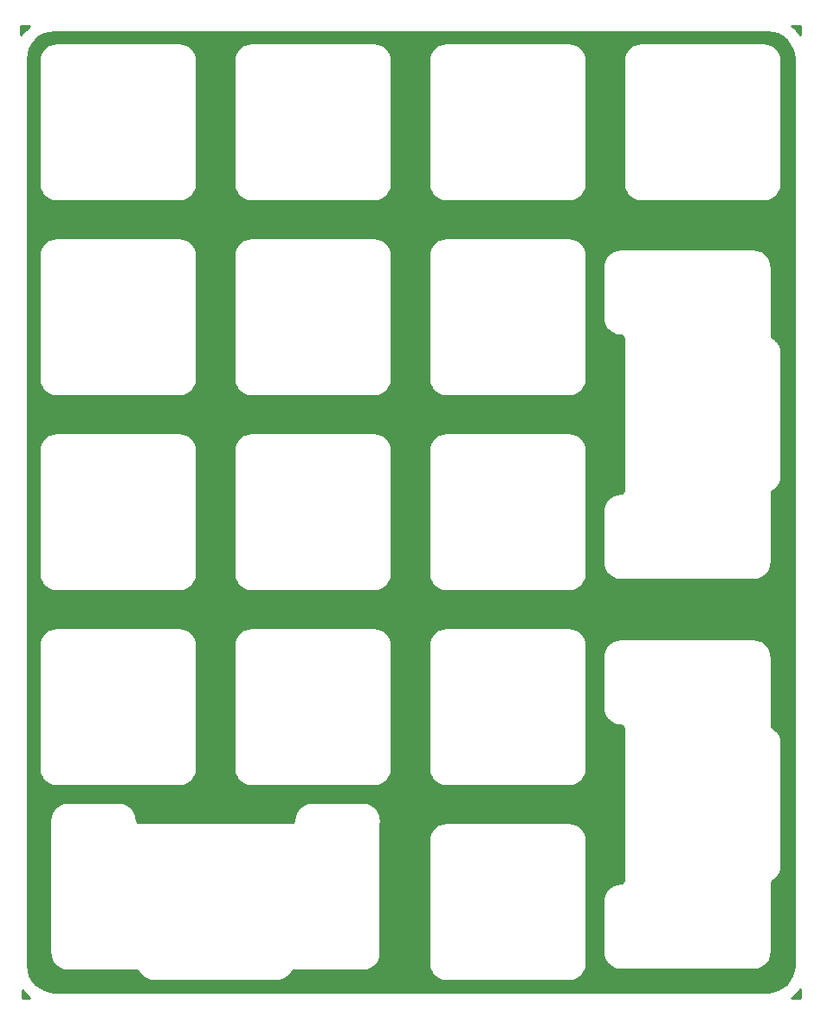
<source format=gbr>
%TF.GenerationSoftware,KiCad,Pcbnew,5.1.7-a382d34a8~88~ubuntu20.04.1*%
%TF.CreationDate,2021-03-29T23:20:52+02:00*%
%TF.ProjectId,discipad-plate,64697363-6970-4616-942d-706c6174652e,rev?*%
%TF.SameCoordinates,Original*%
%TF.FileFunction,Copper,L2,Bot*%
%TF.FilePolarity,Positive*%
%FSLAX46Y46*%
G04 Gerber Fmt 4.6, Leading zero omitted, Abs format (unit mm)*
G04 Created by KiCad (PCBNEW 5.1.7-a382d34a8~88~ubuntu20.04.1) date 2021-03-29 23:20:52*
%MOMM*%
%LPD*%
G01*
G04 APERTURE LIST*
%TA.AperFunction,NonConductor*%
%ADD10C,0.254000*%
%TD*%
%TA.AperFunction,NonConductor*%
%ADD11C,0.150000*%
%TD*%
G04 APERTURE END LIST*
D10*
X181916493Y-137847387D02*
X181035893Y-137846654D01*
X181488783Y-137471991D01*
X181534121Y-137426335D01*
X181580104Y-137381305D01*
X181586423Y-137373667D01*
X181916493Y-136968961D01*
X181916493Y-137847387D01*
%TA.AperFunction,NonConductor*%
D11*
G36*
X181916493Y-137847387D02*
G01*
X181035893Y-137846654D01*
X181488783Y-137471991D01*
X181534121Y-137426335D01*
X181580104Y-137381305D01*
X181586423Y-137373667D01*
X181916493Y-136968961D01*
X181916493Y-137847387D01*
G37*
%TD.AperFunction*%
D10*
X106100167Y-137393823D02*
X106145823Y-137439161D01*
X106190853Y-137485144D01*
X106198491Y-137491463D01*
X106558026Y-137784693D01*
X105843324Y-137784098D01*
X105842388Y-137082222D01*
X106100167Y-137393823D01*
%TA.AperFunction,NonConductor*%
D11*
G36*
X106100167Y-137393823D02*
G01*
X106145823Y-137439161D01*
X106190853Y-137485144D01*
X106198491Y-137491463D01*
X106558026Y-137784693D01*
X105843324Y-137784098D01*
X105842388Y-137082222D01*
X106100167Y-137393823D01*
G37*
%TD.AperFunction*%
D10*
X179193363Y-43464539D02*
X179677966Y-43610848D01*
X180124913Y-43848495D01*
X180517196Y-44168434D01*
X180839865Y-44558473D01*
X181080627Y-45003753D01*
X181230316Y-45487320D01*
X181286697Y-46023755D01*
X181286698Y-134559884D01*
X181233896Y-135098402D01*
X181087587Y-135583003D01*
X180849940Y-136029952D01*
X180529998Y-136422239D01*
X180139961Y-136744905D01*
X179694682Y-136985666D01*
X179211114Y-137135356D01*
X178674679Y-137191737D01*
X109012263Y-137191737D01*
X108473756Y-137138936D01*
X107989155Y-136992627D01*
X107542206Y-136754980D01*
X107149919Y-136435038D01*
X106827253Y-136045001D01*
X106586492Y-135599722D01*
X106436802Y-135116154D01*
X106380421Y-134579719D01*
X106380421Y-133437597D01*
X108542493Y-133437597D01*
X108545586Y-133468996D01*
X108545543Y-133475091D01*
X108546544Y-133485305D01*
X108566945Y-133679401D01*
X108580337Y-133744642D01*
X108592822Y-133810091D01*
X108595788Y-133819916D01*
X108653500Y-134006354D01*
X108679324Y-134067786D01*
X108704270Y-134129530D01*
X108709088Y-134138592D01*
X108801913Y-134310268D01*
X108839150Y-134365475D01*
X108875643Y-134421241D01*
X108882129Y-134429194D01*
X109006532Y-134579571D01*
X109053839Y-134626549D01*
X109100410Y-134674106D01*
X109108317Y-134680648D01*
X109259559Y-134803998D01*
X109315052Y-134840867D01*
X109370013Y-134878500D01*
X109379040Y-134883381D01*
X109551362Y-134975006D01*
X109613001Y-135000412D01*
X109674182Y-135026634D01*
X109683985Y-135029669D01*
X109870821Y-135086078D01*
X109936213Y-135099026D01*
X110001329Y-135112867D01*
X110011535Y-135113940D01*
X110205768Y-135132985D01*
X110205780Y-135132985D01*
X110241388Y-135136492D01*
X116947496Y-135136494D01*
X117034230Y-135144998D01*
X117083083Y-135159748D01*
X117128142Y-135183706D01*
X117167688Y-135215960D01*
X117215034Y-135273191D01*
X117226085Y-135290876D01*
X117226148Y-135290978D01*
X117263136Y-135350171D01*
X117289753Y-135384734D01*
X117313643Y-135421242D01*
X117320129Y-135429195D01*
X117444532Y-135579572D01*
X117491839Y-135626550D01*
X117538410Y-135674107D01*
X117546317Y-135680649D01*
X117697559Y-135803999D01*
X117753052Y-135840868D01*
X117808013Y-135878501D01*
X117817040Y-135883382D01*
X117989362Y-135975007D01*
X118051001Y-136000413D01*
X118112182Y-136026635D01*
X118121985Y-136029670D01*
X118308821Y-136086079D01*
X118374213Y-136099027D01*
X118439329Y-136112868D01*
X118449535Y-136113941D01*
X118643768Y-136132986D01*
X118643770Y-136132986D01*
X118679388Y-136136494D01*
X130751598Y-136136494D01*
X130764388Y-136135234D01*
X130810901Y-136133610D01*
X130854144Y-136127840D01*
X130897695Y-136125405D01*
X130907825Y-136123765D01*
X131100258Y-136091217D01*
X131164543Y-136073751D01*
X131229064Y-136057185D01*
X131238683Y-136053608D01*
X131421130Y-135984304D01*
X131480856Y-135954656D01*
X131540880Y-135925897D01*
X131549612Y-135920525D01*
X131549617Y-135920523D01*
X131549620Y-135920520D01*
X131715131Y-135817097D01*
X131767932Y-135776435D01*
X131821249Y-135736548D01*
X131828779Y-135729576D01*
X131971049Y-135595976D01*
X132014945Y-135545834D01*
X132059505Y-135496345D01*
X132065537Y-135488043D01*
X132179080Y-135329448D01*
X132179148Y-135329354D01*
X132250805Y-135229265D01*
X132288006Y-135194330D01*
X132331283Y-135167288D01*
X132378989Y-135149166D01*
X132452231Y-135136778D01*
X132460368Y-135136494D01*
X139189598Y-135136492D01*
X139220988Y-135133400D01*
X139227091Y-135133443D01*
X139237305Y-135132442D01*
X139431401Y-135112041D01*
X139496642Y-135098649D01*
X139562091Y-135086164D01*
X139571916Y-135083198D01*
X139758354Y-135025486D01*
X139819786Y-134999662D01*
X139881530Y-134974716D01*
X139890592Y-134969898D01*
X140062268Y-134877073D01*
X140117475Y-134839836D01*
X140173241Y-134803343D01*
X140181194Y-134796857D01*
X140331571Y-134672454D01*
X140378571Y-134625125D01*
X140426106Y-134578576D01*
X140432648Y-134570669D01*
X140555998Y-134419427D01*
X140592867Y-134363934D01*
X140630500Y-134308973D01*
X140635381Y-134299946D01*
X140727006Y-134127624D01*
X140752412Y-134065985D01*
X140778634Y-134004804D01*
X140781669Y-133995001D01*
X140838078Y-133808165D01*
X140851026Y-133742773D01*
X140864867Y-133677657D01*
X140865940Y-133667451D01*
X140884985Y-133473218D01*
X140884985Y-133473216D01*
X140888493Y-133437598D01*
X140888493Y-122364890D01*
X145553992Y-122364890D01*
X145553993Y-134437105D01*
X145557085Y-134468495D01*
X145557042Y-134474598D01*
X145558043Y-134484812D01*
X145578444Y-134678908D01*
X145591836Y-134744149D01*
X145604321Y-134809598D01*
X145607287Y-134819423D01*
X145664999Y-135005861D01*
X145690831Y-135067313D01*
X145715771Y-135129040D01*
X145720588Y-135138102D01*
X145813414Y-135309779D01*
X145850683Y-135365032D01*
X145887141Y-135420746D01*
X145893627Y-135428699D01*
X146018030Y-135579077D01*
X146065337Y-135626055D01*
X146111909Y-135673613D01*
X146119816Y-135680155D01*
X146271059Y-135803506D01*
X146326582Y-135840396D01*
X146381512Y-135878007D01*
X146390534Y-135882885D01*
X146390538Y-135882888D01*
X146390542Y-135882890D01*
X146562860Y-135974513D01*
X146624492Y-135999916D01*
X146685681Y-136026142D01*
X146695480Y-136029176D01*
X146695486Y-136029178D01*
X146882320Y-136085586D01*
X146947680Y-136098528D01*
X147012828Y-136112375D01*
X147023034Y-136113448D01*
X147217269Y-136132493D01*
X147217270Y-136132493D01*
X147252888Y-136136001D01*
X159325104Y-136136001D01*
X159356503Y-136132908D01*
X159362597Y-136132951D01*
X159372811Y-136131950D01*
X159566907Y-136111549D01*
X159632148Y-136098157D01*
X159697597Y-136085672D01*
X159707422Y-136082706D01*
X159893860Y-136024994D01*
X159955312Y-135999162D01*
X160017039Y-135974222D01*
X160026101Y-135969405D01*
X160197778Y-135876579D01*
X160253031Y-135839310D01*
X160308745Y-135802852D01*
X160316698Y-135796366D01*
X160467076Y-135671963D01*
X160514054Y-135624656D01*
X160561612Y-135578084D01*
X160568154Y-135570177D01*
X160691505Y-135418934D01*
X160728395Y-135363411D01*
X160766006Y-135308481D01*
X160770884Y-135299459D01*
X160770887Y-135299455D01*
X160770889Y-135299451D01*
X160862512Y-135127133D01*
X160887915Y-135065501D01*
X160914141Y-135004312D01*
X160917176Y-134994509D01*
X160973585Y-134807673D01*
X160986527Y-134742313D01*
X161000374Y-134677165D01*
X161001447Y-134666959D01*
X161020492Y-134472724D01*
X161020492Y-134472723D01*
X161024000Y-134437105D01*
X161024000Y-122364889D01*
X161020907Y-122333490D01*
X161020950Y-122327396D01*
X161019949Y-122317182D01*
X160999548Y-122123085D01*
X160986155Y-122057837D01*
X160973671Y-121992396D01*
X160970705Y-121982571D01*
X160912993Y-121796133D01*
X160887156Y-121734670D01*
X160862221Y-121672954D01*
X160857404Y-121663893D01*
X160764578Y-121492215D01*
X160727297Y-121436945D01*
X160690851Y-121381249D01*
X160684365Y-121373296D01*
X160559962Y-121222917D01*
X160512655Y-121175939D01*
X160466083Y-121128381D01*
X160458176Y-121121839D01*
X160306933Y-120998488D01*
X160251458Y-120961631D01*
X160196481Y-120923987D01*
X160187454Y-120919106D01*
X160015132Y-120827481D01*
X159953529Y-120802090D01*
X159892311Y-120775852D01*
X159882508Y-120772817D01*
X159695672Y-120716408D01*
X159630304Y-120703465D01*
X159565163Y-120689619D01*
X159554957Y-120688546D01*
X159360723Y-120669501D01*
X159360722Y-120669501D01*
X159325104Y-120665993D01*
X147252888Y-120665993D01*
X147221489Y-120669086D01*
X147215395Y-120669043D01*
X147205181Y-120670044D01*
X147011084Y-120690445D01*
X146945836Y-120703838D01*
X146880395Y-120716322D01*
X146870570Y-120719288D01*
X146684132Y-120777000D01*
X146622669Y-120802837D01*
X146560953Y-120827772D01*
X146551892Y-120832589D01*
X146380214Y-120925415D01*
X146324944Y-120962696D01*
X146269248Y-120999142D01*
X146261295Y-121005628D01*
X146261292Y-121005630D01*
X146261289Y-121005633D01*
X146110916Y-121130031D01*
X146063938Y-121177338D01*
X146016380Y-121223910D01*
X146009838Y-121231817D01*
X145886487Y-121383060D01*
X145849630Y-121438535D01*
X145811986Y-121493512D01*
X145807105Y-121502539D01*
X145715480Y-121674861D01*
X145690089Y-121736464D01*
X145663851Y-121797682D01*
X145660816Y-121807485D01*
X145604407Y-121994321D01*
X145591464Y-122059689D01*
X145577618Y-122124830D01*
X145576545Y-122135036D01*
X145557500Y-122329270D01*
X145553992Y-122364890D01*
X140888493Y-122364890D01*
X140888493Y-120741791D01*
X140893993Y-120685938D01*
X140893988Y-120393168D01*
X140883351Y-120285188D01*
X140879795Y-120273465D01*
X140864041Y-120123584D01*
X140850648Y-120058336D01*
X140838164Y-119992895D01*
X140835198Y-119983070D01*
X140777486Y-119796632D01*
X140751668Y-119735213D01*
X140726716Y-119673455D01*
X140721898Y-119664394D01*
X140629073Y-119492717D01*
X140591808Y-119437470D01*
X140555343Y-119381745D01*
X140548857Y-119373792D01*
X140424453Y-119223414D01*
X140377147Y-119176437D01*
X140330576Y-119128880D01*
X140322669Y-119122338D01*
X140171427Y-118998988D01*
X140115908Y-118962101D01*
X140060973Y-118924487D01*
X140051946Y-118919605D01*
X139879624Y-118827980D01*
X139817997Y-118802579D01*
X139756804Y-118776352D01*
X139747001Y-118773317D01*
X139560165Y-118716908D01*
X139494773Y-118703960D01*
X139429657Y-118690119D01*
X139419451Y-118689046D01*
X139225217Y-118670001D01*
X139225216Y-118670001D01*
X139189598Y-118666493D01*
X134117388Y-118666493D01*
X134085989Y-118669586D01*
X134079895Y-118669543D01*
X134069681Y-118670544D01*
X133875584Y-118690945D01*
X133810336Y-118704338D01*
X133744895Y-118716822D01*
X133735070Y-118719788D01*
X133548632Y-118777500D01*
X133487213Y-118803318D01*
X133425455Y-118828270D01*
X133416394Y-118833088D01*
X133244717Y-118925913D01*
X133189470Y-118963178D01*
X133133745Y-118999643D01*
X133125792Y-119006129D01*
X132975414Y-119130533D01*
X132928437Y-119177839D01*
X132880880Y-119224410D01*
X132874338Y-119232317D01*
X132750988Y-119383559D01*
X132714101Y-119439078D01*
X132676487Y-119494013D01*
X132671605Y-119503040D01*
X132579980Y-119675362D01*
X132554579Y-119736989D01*
X132528352Y-119798182D01*
X132525317Y-119807985D01*
X132468908Y-119994821D01*
X132455960Y-120060213D01*
X132442119Y-120125329D01*
X132441046Y-120135535D01*
X132422001Y-120329769D01*
X132414937Y-120401493D01*
X132414953Y-120401658D01*
X132409990Y-120452280D01*
X132395240Y-120501134D01*
X132371283Y-120546190D01*
X132339028Y-120585739D01*
X132299709Y-120618266D01*
X132254818Y-120642538D01*
X132206066Y-120657629D01*
X132121728Y-120666494D01*
X117313450Y-120666494D01*
X117226707Y-120657989D01*
X117177853Y-120643239D01*
X117132794Y-120619281D01*
X117093247Y-120587027D01*
X117060720Y-120547708D01*
X117036450Y-120502822D01*
X117021358Y-120454066D01*
X117015944Y-120402560D01*
X117016049Y-120401493D01*
X117009400Y-120333989D01*
X117009443Y-120327895D01*
X117008442Y-120317681D01*
X116988041Y-120123584D01*
X116974648Y-120058336D01*
X116962164Y-119992895D01*
X116959198Y-119983070D01*
X116901486Y-119796632D01*
X116875668Y-119735213D01*
X116850716Y-119673455D01*
X116845898Y-119664394D01*
X116753073Y-119492717D01*
X116715808Y-119437470D01*
X116679343Y-119381745D01*
X116672857Y-119373792D01*
X116548453Y-119223414D01*
X116501147Y-119176437D01*
X116454576Y-119128880D01*
X116446669Y-119122338D01*
X116295427Y-118998988D01*
X116239908Y-118962101D01*
X116184973Y-118924487D01*
X116175946Y-118919605D01*
X116003624Y-118827980D01*
X115941997Y-118802579D01*
X115880804Y-118776352D01*
X115871001Y-118773317D01*
X115684165Y-118716908D01*
X115618773Y-118703960D01*
X115553657Y-118690119D01*
X115543451Y-118689046D01*
X115349217Y-118670001D01*
X115349216Y-118670001D01*
X115313598Y-118666493D01*
X110241388Y-118666493D01*
X110209989Y-118669586D01*
X110203895Y-118669543D01*
X110193681Y-118670544D01*
X109999584Y-118690945D01*
X109934336Y-118704338D01*
X109868895Y-118716822D01*
X109859070Y-118719788D01*
X109672632Y-118777500D01*
X109611213Y-118803318D01*
X109549455Y-118828270D01*
X109540394Y-118833088D01*
X109368717Y-118925913D01*
X109313470Y-118963178D01*
X109257745Y-118999643D01*
X109249792Y-119006129D01*
X109099414Y-119130533D01*
X109052437Y-119177839D01*
X109004880Y-119224410D01*
X108998338Y-119232317D01*
X108874988Y-119383559D01*
X108838101Y-119439078D01*
X108800487Y-119494013D01*
X108795605Y-119503040D01*
X108703980Y-119675362D01*
X108678579Y-119736989D01*
X108652352Y-119798182D01*
X108649317Y-119807985D01*
X108592908Y-119994821D01*
X108579960Y-120060213D01*
X108566119Y-120125329D01*
X108565046Y-120135535D01*
X108546001Y-120329769D01*
X108546001Y-120329780D01*
X108542494Y-120365388D01*
X108542493Y-133437597D01*
X106380421Y-133437597D01*
X106380421Y-103314890D01*
X107453992Y-103314890D01*
X107453993Y-115387105D01*
X107457085Y-115418495D01*
X107457042Y-115424598D01*
X107458043Y-115434812D01*
X107478444Y-115628908D01*
X107491836Y-115694149D01*
X107504321Y-115759598D01*
X107507287Y-115769423D01*
X107564999Y-115955861D01*
X107590831Y-116017313D01*
X107615771Y-116079040D01*
X107620588Y-116088102D01*
X107713414Y-116259779D01*
X107750683Y-116315032D01*
X107787141Y-116370746D01*
X107793627Y-116378699D01*
X107918030Y-116529077D01*
X107965337Y-116576055D01*
X108011909Y-116623613D01*
X108019816Y-116630155D01*
X108171059Y-116753506D01*
X108226582Y-116790396D01*
X108281512Y-116828007D01*
X108290534Y-116832885D01*
X108290538Y-116832888D01*
X108290542Y-116832890D01*
X108462860Y-116924513D01*
X108524492Y-116949916D01*
X108585681Y-116976142D01*
X108595480Y-116979176D01*
X108595486Y-116979178D01*
X108782320Y-117035586D01*
X108847680Y-117048528D01*
X108912828Y-117062375D01*
X108923034Y-117063448D01*
X109117269Y-117082493D01*
X109117270Y-117082493D01*
X109152888Y-117086001D01*
X121225104Y-117086001D01*
X121256503Y-117082908D01*
X121262597Y-117082951D01*
X121272811Y-117081950D01*
X121466907Y-117061549D01*
X121532148Y-117048157D01*
X121597597Y-117035672D01*
X121607422Y-117032706D01*
X121793860Y-116974994D01*
X121855312Y-116949162D01*
X121917039Y-116924222D01*
X121926101Y-116919405D01*
X122097778Y-116826579D01*
X122153031Y-116789310D01*
X122208745Y-116752852D01*
X122216698Y-116746366D01*
X122367076Y-116621963D01*
X122414054Y-116574656D01*
X122461612Y-116528084D01*
X122468154Y-116520177D01*
X122591505Y-116368934D01*
X122628395Y-116313411D01*
X122666006Y-116258481D01*
X122670884Y-116249459D01*
X122670887Y-116249455D01*
X122670889Y-116249451D01*
X122762512Y-116077133D01*
X122787915Y-116015501D01*
X122814141Y-115954312D01*
X122817176Y-115944509D01*
X122873585Y-115757673D01*
X122886527Y-115692313D01*
X122900374Y-115627165D01*
X122901447Y-115616959D01*
X122920492Y-115422724D01*
X122920492Y-115422723D01*
X122924000Y-115387105D01*
X122924000Y-103314890D01*
X126503992Y-103314890D01*
X126503993Y-115387105D01*
X126507085Y-115418495D01*
X126507042Y-115424598D01*
X126508043Y-115434812D01*
X126528444Y-115628908D01*
X126541836Y-115694149D01*
X126554321Y-115759598D01*
X126557287Y-115769423D01*
X126614999Y-115955861D01*
X126640831Y-116017313D01*
X126665771Y-116079040D01*
X126670588Y-116088102D01*
X126763414Y-116259779D01*
X126800683Y-116315032D01*
X126837141Y-116370746D01*
X126843627Y-116378699D01*
X126968030Y-116529077D01*
X127015337Y-116576055D01*
X127061909Y-116623613D01*
X127069816Y-116630155D01*
X127221059Y-116753506D01*
X127276582Y-116790396D01*
X127331512Y-116828007D01*
X127340534Y-116832885D01*
X127340538Y-116832888D01*
X127340542Y-116832890D01*
X127512860Y-116924513D01*
X127574492Y-116949916D01*
X127635681Y-116976142D01*
X127645480Y-116979176D01*
X127645486Y-116979178D01*
X127832320Y-117035586D01*
X127897680Y-117048528D01*
X127962828Y-117062375D01*
X127973034Y-117063448D01*
X128167269Y-117082493D01*
X128167270Y-117082493D01*
X128202888Y-117086001D01*
X140275104Y-117086001D01*
X140306503Y-117082908D01*
X140312597Y-117082951D01*
X140322811Y-117081950D01*
X140516907Y-117061549D01*
X140582148Y-117048157D01*
X140647597Y-117035672D01*
X140657422Y-117032706D01*
X140843860Y-116974994D01*
X140905312Y-116949162D01*
X140967039Y-116924222D01*
X140976101Y-116919405D01*
X141147778Y-116826579D01*
X141203031Y-116789310D01*
X141258745Y-116752852D01*
X141266698Y-116746366D01*
X141417076Y-116621963D01*
X141464054Y-116574656D01*
X141511612Y-116528084D01*
X141518154Y-116520177D01*
X141641505Y-116368934D01*
X141678395Y-116313411D01*
X141716006Y-116258481D01*
X141720884Y-116249459D01*
X141720887Y-116249455D01*
X141720889Y-116249451D01*
X141812512Y-116077133D01*
X141837915Y-116015501D01*
X141864141Y-115954312D01*
X141867176Y-115944509D01*
X141923585Y-115757673D01*
X141936527Y-115692313D01*
X141950374Y-115627165D01*
X141951447Y-115616959D01*
X141970492Y-115422724D01*
X141970492Y-115422723D01*
X141974000Y-115387105D01*
X141974000Y-103314890D01*
X145553992Y-103314890D01*
X145553993Y-115387105D01*
X145557085Y-115418495D01*
X145557042Y-115424598D01*
X145558043Y-115434812D01*
X145578444Y-115628908D01*
X145591836Y-115694149D01*
X145604321Y-115759598D01*
X145607287Y-115769423D01*
X145664999Y-115955861D01*
X145690831Y-116017313D01*
X145715771Y-116079040D01*
X145720588Y-116088102D01*
X145813414Y-116259779D01*
X145850683Y-116315032D01*
X145887141Y-116370746D01*
X145893627Y-116378699D01*
X146018030Y-116529077D01*
X146065337Y-116576055D01*
X146111909Y-116623613D01*
X146119816Y-116630155D01*
X146271059Y-116753506D01*
X146326582Y-116790396D01*
X146381512Y-116828007D01*
X146390534Y-116832885D01*
X146390538Y-116832888D01*
X146390542Y-116832890D01*
X146562860Y-116924513D01*
X146624492Y-116949916D01*
X146685681Y-116976142D01*
X146695480Y-116979176D01*
X146695486Y-116979178D01*
X146882320Y-117035586D01*
X146947680Y-117048528D01*
X147012828Y-117062375D01*
X147023034Y-117063448D01*
X147217269Y-117082493D01*
X147217270Y-117082493D01*
X147252888Y-117086001D01*
X159325104Y-117086001D01*
X159356503Y-117082908D01*
X159362597Y-117082951D01*
X159372811Y-117081950D01*
X159566907Y-117061549D01*
X159632148Y-117048157D01*
X159697597Y-117035672D01*
X159707422Y-117032706D01*
X159893860Y-116974994D01*
X159955312Y-116949162D01*
X160017039Y-116924222D01*
X160026101Y-116919405D01*
X160197778Y-116826579D01*
X160253031Y-116789310D01*
X160308745Y-116752852D01*
X160316698Y-116746366D01*
X160467076Y-116621963D01*
X160514054Y-116574656D01*
X160561612Y-116528084D01*
X160568154Y-116520177D01*
X160691505Y-116368934D01*
X160728395Y-116313411D01*
X160766006Y-116258481D01*
X160770884Y-116249459D01*
X160770887Y-116249455D01*
X160770889Y-116249451D01*
X160862512Y-116077133D01*
X160887915Y-116015501D01*
X160914141Y-115954312D01*
X160917176Y-115944509D01*
X160973585Y-115757673D01*
X160986527Y-115692313D01*
X161000374Y-115627165D01*
X161001447Y-115616959D01*
X161020492Y-115422724D01*
X161020492Y-115422723D01*
X161024000Y-115387105D01*
X161024000Y-104411389D01*
X162605493Y-104411389D01*
X162605494Y-109483598D01*
X162608586Y-109514988D01*
X162608543Y-109521091D01*
X162609544Y-109531305D01*
X162629945Y-109725401D01*
X162643337Y-109790642D01*
X162655822Y-109856091D01*
X162658788Y-109865916D01*
X162716500Y-110052354D01*
X162742324Y-110113786D01*
X162767270Y-110175530D01*
X162772088Y-110184592D01*
X162864913Y-110356268D01*
X162902150Y-110411475D01*
X162938643Y-110467241D01*
X162945129Y-110475194D01*
X163069532Y-110625571D01*
X163116839Y-110672549D01*
X163163410Y-110720106D01*
X163171317Y-110726648D01*
X163322559Y-110849998D01*
X163378052Y-110886867D01*
X163433013Y-110924500D01*
X163442040Y-110929381D01*
X163614362Y-111021006D01*
X163676001Y-111046412D01*
X163737182Y-111072634D01*
X163746985Y-111075669D01*
X163933821Y-111132078D01*
X163999213Y-111145026D01*
X164064329Y-111158867D01*
X164074535Y-111159940D01*
X164268768Y-111178985D01*
X164268770Y-111178985D01*
X164304388Y-111182493D01*
X164304556Y-111182493D01*
X164391280Y-111190996D01*
X164440135Y-111205747D01*
X164485189Y-111229702D01*
X164524737Y-111261957D01*
X164557266Y-111301277D01*
X164581538Y-111346168D01*
X164596629Y-111394920D01*
X164605494Y-111479257D01*
X164605495Y-126287526D01*
X164596989Y-126374279D01*
X164582239Y-126423133D01*
X164558281Y-126468192D01*
X164526027Y-126507739D01*
X164486708Y-126540266D01*
X164441822Y-126564536D01*
X164393066Y-126579628D01*
X164308728Y-126588493D01*
X164304388Y-126588493D01*
X164272989Y-126591586D01*
X164266895Y-126591543D01*
X164256681Y-126592544D01*
X164062584Y-126612945D01*
X163997336Y-126626338D01*
X163931895Y-126638822D01*
X163922070Y-126641788D01*
X163735632Y-126699500D01*
X163674213Y-126725318D01*
X163612455Y-126750270D01*
X163603394Y-126755088D01*
X163431717Y-126847913D01*
X163376470Y-126885178D01*
X163320745Y-126921643D01*
X163312792Y-126928129D01*
X163162414Y-127052533D01*
X163115437Y-127099839D01*
X163067880Y-127146410D01*
X163061338Y-127154317D01*
X162937988Y-127305559D01*
X162901101Y-127361078D01*
X162863487Y-127416013D01*
X162858605Y-127425040D01*
X162766980Y-127597362D01*
X162741579Y-127658989D01*
X162715352Y-127720182D01*
X162712317Y-127729985D01*
X162655908Y-127916821D01*
X162642960Y-127982213D01*
X162629119Y-128047329D01*
X162628046Y-128057535D01*
X162609001Y-128251769D01*
X162605493Y-128287389D01*
X162605494Y-133359598D01*
X162608586Y-133390988D01*
X162608543Y-133397091D01*
X162609544Y-133407305D01*
X162629945Y-133601401D01*
X162643337Y-133666642D01*
X162655822Y-133732091D01*
X162658788Y-133741916D01*
X162716500Y-133928354D01*
X162742324Y-133989786D01*
X162767270Y-134051530D01*
X162772088Y-134060592D01*
X162864913Y-134232268D01*
X162902150Y-134287475D01*
X162938643Y-134343241D01*
X162945129Y-134351194D01*
X163069532Y-134501571D01*
X163116839Y-134548549D01*
X163163410Y-134596106D01*
X163171317Y-134602648D01*
X163322559Y-134725998D01*
X163378052Y-134762867D01*
X163433013Y-134800500D01*
X163442040Y-134805381D01*
X163614362Y-134897006D01*
X163676001Y-134922412D01*
X163737182Y-134948634D01*
X163746985Y-134951669D01*
X163933821Y-135008078D01*
X163999213Y-135021026D01*
X164064329Y-135034867D01*
X164074535Y-135035940D01*
X164268768Y-135054985D01*
X164268770Y-135054985D01*
X164304388Y-135058493D01*
X177376598Y-135058493D01*
X177407997Y-135055400D01*
X177414091Y-135055443D01*
X177424305Y-135054442D01*
X177618401Y-135034041D01*
X177683642Y-135020649D01*
X177749091Y-135008164D01*
X177758916Y-135005198D01*
X177945354Y-134947486D01*
X178006786Y-134921662D01*
X178068530Y-134896716D01*
X178077592Y-134891898D01*
X178249268Y-134799073D01*
X178304475Y-134761836D01*
X178360241Y-134725343D01*
X178368194Y-134718857D01*
X178518571Y-134594454D01*
X178565549Y-134547147D01*
X178613106Y-134500576D01*
X178619648Y-134492669D01*
X178742998Y-134341427D01*
X178779867Y-134285934D01*
X178817500Y-134230973D01*
X178822381Y-134221946D01*
X178914006Y-134049624D01*
X178939412Y-133987985D01*
X178965634Y-133926804D01*
X178968669Y-133917001D01*
X179025078Y-133730165D01*
X179038026Y-133664773D01*
X179051867Y-133599657D01*
X179052940Y-133589451D01*
X179071985Y-133395218D01*
X179071985Y-133395206D01*
X179075492Y-133359598D01*
X179075494Y-126653490D01*
X179083998Y-126566756D01*
X179098748Y-126517903D01*
X179122706Y-126472844D01*
X179154960Y-126433298D01*
X179212191Y-126385952D01*
X179229876Y-126374901D01*
X179229978Y-126374838D01*
X179289171Y-126337850D01*
X179323734Y-126311233D01*
X179360242Y-126287343D01*
X179368195Y-126280857D01*
X179518572Y-126156454D01*
X179565550Y-126109147D01*
X179613107Y-126062576D01*
X179619649Y-126054669D01*
X179742999Y-125903427D01*
X179779868Y-125847934D01*
X179817501Y-125792973D01*
X179822382Y-125783946D01*
X179914007Y-125611624D01*
X179939413Y-125549985D01*
X179965635Y-125488804D01*
X179968670Y-125479001D01*
X180025079Y-125292165D01*
X180038027Y-125226773D01*
X180051868Y-125161657D01*
X180052941Y-125151451D01*
X180071986Y-124957218D01*
X180071986Y-124957216D01*
X180075494Y-124921598D01*
X180075494Y-112849388D01*
X180074234Y-112836598D01*
X180072610Y-112790085D01*
X180066840Y-112746842D01*
X180064405Y-112703291D01*
X180062765Y-112693160D01*
X180030217Y-112500728D01*
X180012751Y-112436443D01*
X179996185Y-112371922D01*
X179992608Y-112362303D01*
X179923304Y-112179857D01*
X179893670Y-112120159D01*
X179864897Y-112060106D01*
X179859520Y-112051365D01*
X179756097Y-111885855D01*
X179715423Y-111833039D01*
X179675548Y-111779737D01*
X179668576Y-111772207D01*
X179534976Y-111629937D01*
X179484834Y-111586041D01*
X179435345Y-111541481D01*
X179427043Y-111535449D01*
X179268448Y-111421906D01*
X179268354Y-111421838D01*
X179168265Y-111350181D01*
X179133330Y-111312980D01*
X179106288Y-111269703D01*
X179088167Y-111221999D01*
X179075778Y-111148754D01*
X179075494Y-111140618D01*
X179075492Y-104411388D01*
X179072400Y-104379998D01*
X179072443Y-104373895D01*
X179071442Y-104363681D01*
X179051041Y-104169584D01*
X179037648Y-104104336D01*
X179025164Y-104038895D01*
X179022198Y-104029070D01*
X178964486Y-103842632D01*
X178938668Y-103781213D01*
X178913716Y-103719455D01*
X178908898Y-103710394D01*
X178816073Y-103538717D01*
X178778808Y-103483470D01*
X178742343Y-103427745D01*
X178735857Y-103419792D01*
X178611453Y-103269414D01*
X178564147Y-103222437D01*
X178517576Y-103174880D01*
X178509669Y-103168338D01*
X178358427Y-103044988D01*
X178302908Y-103008101D01*
X178247973Y-102970487D01*
X178238946Y-102965605D01*
X178066624Y-102873980D01*
X178004997Y-102848579D01*
X177943804Y-102822352D01*
X177934001Y-102819317D01*
X177747165Y-102762908D01*
X177681773Y-102749960D01*
X177616657Y-102736119D01*
X177606451Y-102735046D01*
X177412217Y-102716001D01*
X177412216Y-102716001D01*
X177376598Y-102712493D01*
X164680791Y-102712493D01*
X164624938Y-102706993D01*
X164332168Y-102706998D01*
X164224188Y-102717635D01*
X164212465Y-102721191D01*
X164062584Y-102736945D01*
X163997336Y-102750338D01*
X163931895Y-102762822D01*
X163922070Y-102765788D01*
X163735632Y-102823500D01*
X163674213Y-102849318D01*
X163612455Y-102874270D01*
X163603394Y-102879088D01*
X163431717Y-102971913D01*
X163376470Y-103009178D01*
X163320745Y-103045643D01*
X163312792Y-103052129D01*
X163162414Y-103176533D01*
X163115437Y-103223839D01*
X163067880Y-103270410D01*
X163061338Y-103278317D01*
X162937988Y-103429559D01*
X162901101Y-103485078D01*
X162863487Y-103540013D01*
X162858605Y-103549040D01*
X162766980Y-103721362D01*
X162741579Y-103782989D01*
X162715352Y-103844182D01*
X162712317Y-103853985D01*
X162655908Y-104040821D01*
X162642960Y-104106213D01*
X162629119Y-104171329D01*
X162628046Y-104181535D01*
X162609001Y-104375769D01*
X162605493Y-104411389D01*
X161024000Y-104411389D01*
X161024000Y-103314889D01*
X161020907Y-103283490D01*
X161020950Y-103277396D01*
X161019949Y-103267182D01*
X160999548Y-103073085D01*
X160986155Y-103007837D01*
X160973671Y-102942396D01*
X160970705Y-102932571D01*
X160912993Y-102746133D01*
X160887156Y-102684670D01*
X160862221Y-102622954D01*
X160857404Y-102613893D01*
X160764578Y-102442215D01*
X160727297Y-102386945D01*
X160690851Y-102331249D01*
X160684365Y-102323296D01*
X160559962Y-102172917D01*
X160512655Y-102125939D01*
X160466083Y-102078381D01*
X160458176Y-102071839D01*
X160306933Y-101948488D01*
X160251458Y-101911631D01*
X160196481Y-101873987D01*
X160187454Y-101869106D01*
X160015132Y-101777481D01*
X159953529Y-101752090D01*
X159892311Y-101725852D01*
X159882508Y-101722817D01*
X159695672Y-101666408D01*
X159630304Y-101653465D01*
X159565163Y-101639619D01*
X159554957Y-101638546D01*
X159360723Y-101619501D01*
X159360722Y-101619501D01*
X159325104Y-101615993D01*
X147252888Y-101615993D01*
X147221489Y-101619086D01*
X147215395Y-101619043D01*
X147205181Y-101620044D01*
X147011084Y-101640445D01*
X146945836Y-101653838D01*
X146880395Y-101666322D01*
X146870570Y-101669288D01*
X146684132Y-101727000D01*
X146622669Y-101752837D01*
X146560953Y-101777772D01*
X146551892Y-101782589D01*
X146380214Y-101875415D01*
X146324944Y-101912696D01*
X146269248Y-101949142D01*
X146261295Y-101955628D01*
X146261292Y-101955630D01*
X146261289Y-101955633D01*
X146110916Y-102080031D01*
X146063938Y-102127338D01*
X146016380Y-102173910D01*
X146009838Y-102181817D01*
X145886487Y-102333060D01*
X145849630Y-102388535D01*
X145811986Y-102443512D01*
X145807105Y-102452539D01*
X145715480Y-102624861D01*
X145690089Y-102686464D01*
X145663851Y-102747682D01*
X145660816Y-102757485D01*
X145604407Y-102944321D01*
X145591464Y-103009689D01*
X145577618Y-103074830D01*
X145576545Y-103085036D01*
X145557500Y-103279270D01*
X145553992Y-103314890D01*
X141974000Y-103314890D01*
X141974000Y-103314889D01*
X141970907Y-103283490D01*
X141970950Y-103277396D01*
X141969949Y-103267182D01*
X141949548Y-103073085D01*
X141936155Y-103007837D01*
X141923671Y-102942396D01*
X141920705Y-102932571D01*
X141862993Y-102746133D01*
X141837156Y-102684670D01*
X141812221Y-102622954D01*
X141807404Y-102613893D01*
X141714578Y-102442215D01*
X141677297Y-102386945D01*
X141640851Y-102331249D01*
X141634365Y-102323296D01*
X141509962Y-102172917D01*
X141462655Y-102125939D01*
X141416083Y-102078381D01*
X141408176Y-102071839D01*
X141256933Y-101948488D01*
X141201458Y-101911631D01*
X141146481Y-101873987D01*
X141137454Y-101869106D01*
X140965132Y-101777481D01*
X140903529Y-101752090D01*
X140842311Y-101725852D01*
X140832508Y-101722817D01*
X140645672Y-101666408D01*
X140580304Y-101653465D01*
X140515163Y-101639619D01*
X140504957Y-101638546D01*
X140310723Y-101619501D01*
X140310722Y-101619501D01*
X140275104Y-101615993D01*
X128202888Y-101615993D01*
X128171489Y-101619086D01*
X128165395Y-101619043D01*
X128155181Y-101620044D01*
X127961084Y-101640445D01*
X127895836Y-101653838D01*
X127830395Y-101666322D01*
X127820570Y-101669288D01*
X127634132Y-101727000D01*
X127572669Y-101752837D01*
X127510953Y-101777772D01*
X127501892Y-101782589D01*
X127330214Y-101875415D01*
X127274944Y-101912696D01*
X127219248Y-101949142D01*
X127211295Y-101955628D01*
X127211292Y-101955630D01*
X127211289Y-101955633D01*
X127060916Y-102080031D01*
X127013938Y-102127338D01*
X126966380Y-102173910D01*
X126959838Y-102181817D01*
X126836487Y-102333060D01*
X126799630Y-102388535D01*
X126761986Y-102443512D01*
X126757105Y-102452539D01*
X126665480Y-102624861D01*
X126640089Y-102686464D01*
X126613851Y-102747682D01*
X126610816Y-102757485D01*
X126554407Y-102944321D01*
X126541464Y-103009689D01*
X126527618Y-103074830D01*
X126526545Y-103085036D01*
X126507500Y-103279270D01*
X126503992Y-103314890D01*
X122924000Y-103314890D01*
X122924000Y-103314889D01*
X122920907Y-103283490D01*
X122920950Y-103277396D01*
X122919949Y-103267182D01*
X122899548Y-103073085D01*
X122886155Y-103007837D01*
X122873671Y-102942396D01*
X122870705Y-102932571D01*
X122812993Y-102746133D01*
X122787156Y-102684670D01*
X122762221Y-102622954D01*
X122757404Y-102613893D01*
X122664578Y-102442215D01*
X122627297Y-102386945D01*
X122590851Y-102331249D01*
X122584365Y-102323296D01*
X122459962Y-102172917D01*
X122412655Y-102125939D01*
X122366083Y-102078381D01*
X122358176Y-102071839D01*
X122206933Y-101948488D01*
X122151458Y-101911631D01*
X122096481Y-101873987D01*
X122087454Y-101869106D01*
X121915132Y-101777481D01*
X121853529Y-101752090D01*
X121792311Y-101725852D01*
X121782508Y-101722817D01*
X121595672Y-101666408D01*
X121530304Y-101653465D01*
X121465163Y-101639619D01*
X121454957Y-101638546D01*
X121260723Y-101619501D01*
X121260722Y-101619501D01*
X121225104Y-101615993D01*
X109152888Y-101615993D01*
X109121489Y-101619086D01*
X109115395Y-101619043D01*
X109105181Y-101620044D01*
X108911084Y-101640445D01*
X108845836Y-101653838D01*
X108780395Y-101666322D01*
X108770570Y-101669288D01*
X108584132Y-101727000D01*
X108522669Y-101752837D01*
X108460953Y-101777772D01*
X108451892Y-101782589D01*
X108280214Y-101875415D01*
X108224944Y-101912696D01*
X108169248Y-101949142D01*
X108161295Y-101955628D01*
X108161292Y-101955630D01*
X108161289Y-101955633D01*
X108010916Y-102080031D01*
X107963938Y-102127338D01*
X107916380Y-102173910D01*
X107909838Y-102181817D01*
X107786487Y-102333060D01*
X107749630Y-102388535D01*
X107711986Y-102443512D01*
X107707105Y-102452539D01*
X107615480Y-102624861D01*
X107590089Y-102686464D01*
X107563851Y-102747682D01*
X107560816Y-102757485D01*
X107504407Y-102944321D01*
X107491464Y-103009689D01*
X107477618Y-103074830D01*
X107476545Y-103085036D01*
X107457500Y-103279270D01*
X107453992Y-103314890D01*
X106380421Y-103314890D01*
X106380421Y-84264890D01*
X107453992Y-84264890D01*
X107453993Y-96337105D01*
X107457085Y-96368495D01*
X107457042Y-96374598D01*
X107458043Y-96384812D01*
X107478444Y-96578908D01*
X107491836Y-96644149D01*
X107504321Y-96709598D01*
X107507287Y-96719423D01*
X107564999Y-96905861D01*
X107590831Y-96967313D01*
X107615771Y-97029040D01*
X107620588Y-97038102D01*
X107713414Y-97209779D01*
X107750683Y-97265032D01*
X107787141Y-97320746D01*
X107793627Y-97328699D01*
X107918030Y-97479077D01*
X107965337Y-97526055D01*
X108011909Y-97573613D01*
X108019816Y-97580155D01*
X108171059Y-97703506D01*
X108226582Y-97740396D01*
X108281512Y-97778007D01*
X108290534Y-97782885D01*
X108290538Y-97782888D01*
X108290542Y-97782890D01*
X108462860Y-97874513D01*
X108524492Y-97899916D01*
X108585681Y-97926142D01*
X108595480Y-97929176D01*
X108595486Y-97929178D01*
X108782320Y-97985586D01*
X108847680Y-97998528D01*
X108912828Y-98012375D01*
X108923034Y-98013448D01*
X109117269Y-98032493D01*
X109117270Y-98032493D01*
X109152888Y-98036001D01*
X121225104Y-98036001D01*
X121256503Y-98032908D01*
X121262597Y-98032951D01*
X121272811Y-98031950D01*
X121466907Y-98011549D01*
X121532148Y-97998157D01*
X121597597Y-97985672D01*
X121607422Y-97982706D01*
X121793860Y-97924994D01*
X121855312Y-97899162D01*
X121917039Y-97874222D01*
X121926101Y-97869405D01*
X122097778Y-97776579D01*
X122153031Y-97739310D01*
X122208745Y-97702852D01*
X122216698Y-97696366D01*
X122367076Y-97571963D01*
X122414054Y-97524656D01*
X122461612Y-97478084D01*
X122468154Y-97470177D01*
X122591505Y-97318934D01*
X122628395Y-97263411D01*
X122666006Y-97208481D01*
X122670884Y-97199459D01*
X122670887Y-97199455D01*
X122670889Y-97199451D01*
X122762512Y-97027133D01*
X122787915Y-96965501D01*
X122814141Y-96904312D01*
X122817176Y-96894509D01*
X122873585Y-96707673D01*
X122886527Y-96642313D01*
X122900374Y-96577165D01*
X122901447Y-96566959D01*
X122920492Y-96372724D01*
X122920492Y-96372723D01*
X122924000Y-96337105D01*
X122924000Y-84264890D01*
X126503992Y-84264890D01*
X126503993Y-96337105D01*
X126507085Y-96368495D01*
X126507042Y-96374598D01*
X126508043Y-96384812D01*
X126528444Y-96578908D01*
X126541836Y-96644149D01*
X126554321Y-96709598D01*
X126557287Y-96719423D01*
X126614999Y-96905861D01*
X126640831Y-96967313D01*
X126665771Y-97029040D01*
X126670588Y-97038102D01*
X126763414Y-97209779D01*
X126800683Y-97265032D01*
X126837141Y-97320746D01*
X126843627Y-97328699D01*
X126968030Y-97479077D01*
X127015337Y-97526055D01*
X127061909Y-97573613D01*
X127069816Y-97580155D01*
X127221059Y-97703506D01*
X127276582Y-97740396D01*
X127331512Y-97778007D01*
X127340534Y-97782885D01*
X127340538Y-97782888D01*
X127340542Y-97782890D01*
X127512860Y-97874513D01*
X127574492Y-97899916D01*
X127635681Y-97926142D01*
X127645480Y-97929176D01*
X127645486Y-97929178D01*
X127832320Y-97985586D01*
X127897680Y-97998528D01*
X127962828Y-98012375D01*
X127973034Y-98013448D01*
X128167269Y-98032493D01*
X128167270Y-98032493D01*
X128202888Y-98036001D01*
X140275104Y-98036001D01*
X140306503Y-98032908D01*
X140312597Y-98032951D01*
X140322811Y-98031950D01*
X140516907Y-98011549D01*
X140582148Y-97998157D01*
X140647597Y-97985672D01*
X140657422Y-97982706D01*
X140843860Y-97924994D01*
X140905312Y-97899162D01*
X140967039Y-97874222D01*
X140976101Y-97869405D01*
X141147778Y-97776579D01*
X141203031Y-97739310D01*
X141258745Y-97702852D01*
X141266698Y-97696366D01*
X141417076Y-97571963D01*
X141464054Y-97524656D01*
X141511612Y-97478084D01*
X141518154Y-97470177D01*
X141641505Y-97318934D01*
X141678395Y-97263411D01*
X141716006Y-97208481D01*
X141720884Y-97199459D01*
X141720887Y-97199455D01*
X141720889Y-97199451D01*
X141812512Y-97027133D01*
X141837915Y-96965501D01*
X141864141Y-96904312D01*
X141867176Y-96894509D01*
X141923585Y-96707673D01*
X141936527Y-96642313D01*
X141950374Y-96577165D01*
X141951447Y-96566959D01*
X141970492Y-96372724D01*
X141970492Y-96372723D01*
X141974000Y-96337105D01*
X141974000Y-84264890D01*
X145553992Y-84264890D01*
X145553993Y-96337105D01*
X145557085Y-96368495D01*
X145557042Y-96374598D01*
X145558043Y-96384812D01*
X145578444Y-96578908D01*
X145591836Y-96644149D01*
X145604321Y-96709598D01*
X145607287Y-96719423D01*
X145664999Y-96905861D01*
X145690831Y-96967313D01*
X145715771Y-97029040D01*
X145720588Y-97038102D01*
X145813414Y-97209779D01*
X145850683Y-97265032D01*
X145887141Y-97320746D01*
X145893627Y-97328699D01*
X146018030Y-97479077D01*
X146065337Y-97526055D01*
X146111909Y-97573613D01*
X146119816Y-97580155D01*
X146271059Y-97703506D01*
X146326582Y-97740396D01*
X146381512Y-97778007D01*
X146390534Y-97782885D01*
X146390538Y-97782888D01*
X146390542Y-97782890D01*
X146562860Y-97874513D01*
X146624492Y-97899916D01*
X146685681Y-97926142D01*
X146695480Y-97929176D01*
X146695486Y-97929178D01*
X146882320Y-97985586D01*
X146947680Y-97998528D01*
X147012828Y-98012375D01*
X147023034Y-98013448D01*
X147217269Y-98032493D01*
X147217270Y-98032493D01*
X147252888Y-98036001D01*
X159325104Y-98036001D01*
X159356503Y-98032908D01*
X159362597Y-98032951D01*
X159372811Y-98031950D01*
X159566907Y-98011549D01*
X159632148Y-97998157D01*
X159697597Y-97985672D01*
X159707422Y-97982706D01*
X159893860Y-97924994D01*
X159955312Y-97899162D01*
X160017039Y-97874222D01*
X160026101Y-97869405D01*
X160197778Y-97776579D01*
X160253031Y-97739310D01*
X160308745Y-97702852D01*
X160316698Y-97696366D01*
X160467076Y-97571963D01*
X160514054Y-97524656D01*
X160561612Y-97478084D01*
X160568154Y-97470177D01*
X160691505Y-97318934D01*
X160728395Y-97263411D01*
X160766006Y-97208481D01*
X160770884Y-97199459D01*
X160770887Y-97199455D01*
X160770889Y-97199451D01*
X160862512Y-97027133D01*
X160887915Y-96965501D01*
X160914141Y-96904312D01*
X160917176Y-96894509D01*
X160973585Y-96707673D01*
X160986527Y-96642313D01*
X161000374Y-96577165D01*
X161001447Y-96566959D01*
X161020492Y-96372724D01*
X161020492Y-96372723D01*
X161024000Y-96337105D01*
X161024000Y-84264889D01*
X161020907Y-84233490D01*
X161020950Y-84227396D01*
X161019949Y-84217182D01*
X160999548Y-84023085D01*
X160986155Y-83957837D01*
X160973671Y-83892396D01*
X160970705Y-83882571D01*
X160912993Y-83696133D01*
X160887156Y-83634670D01*
X160862221Y-83572954D01*
X160857404Y-83563893D01*
X160764578Y-83392215D01*
X160727297Y-83336945D01*
X160690851Y-83281249D01*
X160684365Y-83273296D01*
X160559962Y-83122917D01*
X160512655Y-83075939D01*
X160466083Y-83028381D01*
X160458176Y-83021839D01*
X160306933Y-82898488D01*
X160251458Y-82861631D01*
X160196481Y-82823987D01*
X160187454Y-82819106D01*
X160015132Y-82727481D01*
X159953529Y-82702090D01*
X159892311Y-82675852D01*
X159882508Y-82672817D01*
X159695672Y-82616408D01*
X159630304Y-82603465D01*
X159565163Y-82589619D01*
X159554957Y-82588546D01*
X159360723Y-82569501D01*
X159360722Y-82569501D01*
X159325104Y-82565993D01*
X147252888Y-82565993D01*
X147221489Y-82569086D01*
X147215395Y-82569043D01*
X147205181Y-82570044D01*
X147011084Y-82590445D01*
X146945836Y-82603838D01*
X146880395Y-82616322D01*
X146870570Y-82619288D01*
X146684132Y-82677000D01*
X146622669Y-82702837D01*
X146560953Y-82727772D01*
X146551892Y-82732589D01*
X146380214Y-82825415D01*
X146324944Y-82862696D01*
X146269248Y-82899142D01*
X146261295Y-82905628D01*
X146261292Y-82905630D01*
X146261289Y-82905633D01*
X146110916Y-83030031D01*
X146063938Y-83077338D01*
X146016380Y-83123910D01*
X146009838Y-83131817D01*
X145886487Y-83283060D01*
X145849630Y-83338535D01*
X145811986Y-83393512D01*
X145807105Y-83402539D01*
X145715480Y-83574861D01*
X145690089Y-83636464D01*
X145663851Y-83697682D01*
X145660816Y-83707485D01*
X145604407Y-83894321D01*
X145591464Y-83959689D01*
X145577618Y-84024830D01*
X145576545Y-84035036D01*
X145557500Y-84229270D01*
X145553992Y-84264890D01*
X141974000Y-84264890D01*
X141974000Y-84264889D01*
X141970907Y-84233490D01*
X141970950Y-84227396D01*
X141969949Y-84217182D01*
X141949548Y-84023085D01*
X141936155Y-83957837D01*
X141923671Y-83892396D01*
X141920705Y-83882571D01*
X141862993Y-83696133D01*
X141837156Y-83634670D01*
X141812221Y-83572954D01*
X141807404Y-83563893D01*
X141714578Y-83392215D01*
X141677297Y-83336945D01*
X141640851Y-83281249D01*
X141634365Y-83273296D01*
X141509962Y-83122917D01*
X141462655Y-83075939D01*
X141416083Y-83028381D01*
X141408176Y-83021839D01*
X141256933Y-82898488D01*
X141201458Y-82861631D01*
X141146481Y-82823987D01*
X141137454Y-82819106D01*
X140965132Y-82727481D01*
X140903529Y-82702090D01*
X140842311Y-82675852D01*
X140832508Y-82672817D01*
X140645672Y-82616408D01*
X140580304Y-82603465D01*
X140515163Y-82589619D01*
X140504957Y-82588546D01*
X140310723Y-82569501D01*
X140310722Y-82569501D01*
X140275104Y-82565993D01*
X128202888Y-82565993D01*
X128171489Y-82569086D01*
X128165395Y-82569043D01*
X128155181Y-82570044D01*
X127961084Y-82590445D01*
X127895836Y-82603838D01*
X127830395Y-82616322D01*
X127820570Y-82619288D01*
X127634132Y-82677000D01*
X127572669Y-82702837D01*
X127510953Y-82727772D01*
X127501892Y-82732589D01*
X127330214Y-82825415D01*
X127274944Y-82862696D01*
X127219248Y-82899142D01*
X127211295Y-82905628D01*
X127211292Y-82905630D01*
X127211289Y-82905633D01*
X127060916Y-83030031D01*
X127013938Y-83077338D01*
X126966380Y-83123910D01*
X126959838Y-83131817D01*
X126836487Y-83283060D01*
X126799630Y-83338535D01*
X126761986Y-83393512D01*
X126757105Y-83402539D01*
X126665480Y-83574861D01*
X126640089Y-83636464D01*
X126613851Y-83697682D01*
X126610816Y-83707485D01*
X126554407Y-83894321D01*
X126541464Y-83959689D01*
X126527618Y-84024830D01*
X126526545Y-84035036D01*
X126507500Y-84229270D01*
X126503992Y-84264890D01*
X122924000Y-84264890D01*
X122924000Y-84264889D01*
X122920907Y-84233490D01*
X122920950Y-84227396D01*
X122919949Y-84217182D01*
X122899548Y-84023085D01*
X122886155Y-83957837D01*
X122873671Y-83892396D01*
X122870705Y-83882571D01*
X122812993Y-83696133D01*
X122787156Y-83634670D01*
X122762221Y-83572954D01*
X122757404Y-83563893D01*
X122664578Y-83392215D01*
X122627297Y-83336945D01*
X122590851Y-83281249D01*
X122584365Y-83273296D01*
X122459962Y-83122917D01*
X122412655Y-83075939D01*
X122366083Y-83028381D01*
X122358176Y-83021839D01*
X122206933Y-82898488D01*
X122151458Y-82861631D01*
X122096481Y-82823987D01*
X122087454Y-82819106D01*
X121915132Y-82727481D01*
X121853529Y-82702090D01*
X121792311Y-82675852D01*
X121782508Y-82672817D01*
X121595672Y-82616408D01*
X121530304Y-82603465D01*
X121465163Y-82589619D01*
X121454957Y-82588546D01*
X121260723Y-82569501D01*
X121260722Y-82569501D01*
X121225104Y-82565993D01*
X109152888Y-82565993D01*
X109121489Y-82569086D01*
X109115395Y-82569043D01*
X109105181Y-82570044D01*
X108911084Y-82590445D01*
X108845836Y-82603838D01*
X108780395Y-82616322D01*
X108770570Y-82619288D01*
X108584132Y-82677000D01*
X108522669Y-82702837D01*
X108460953Y-82727772D01*
X108451892Y-82732589D01*
X108280214Y-82825415D01*
X108224944Y-82862696D01*
X108169248Y-82899142D01*
X108161295Y-82905628D01*
X108161292Y-82905630D01*
X108161289Y-82905633D01*
X108010916Y-83030031D01*
X107963938Y-83077338D01*
X107916380Y-83123910D01*
X107909838Y-83131817D01*
X107786487Y-83283060D01*
X107749630Y-83338535D01*
X107711986Y-83393512D01*
X107707105Y-83402539D01*
X107615480Y-83574861D01*
X107590089Y-83636464D01*
X107563851Y-83697682D01*
X107560816Y-83707485D01*
X107504407Y-83894321D01*
X107491464Y-83959689D01*
X107477618Y-84024830D01*
X107476545Y-84035036D01*
X107457500Y-84229270D01*
X107453992Y-84264890D01*
X106380421Y-84264890D01*
X106380421Y-65214890D01*
X107453992Y-65214890D01*
X107453993Y-77287105D01*
X107457085Y-77318495D01*
X107457042Y-77324598D01*
X107458043Y-77334812D01*
X107478444Y-77528908D01*
X107491836Y-77594149D01*
X107504321Y-77659598D01*
X107507287Y-77669423D01*
X107564999Y-77855861D01*
X107590831Y-77917313D01*
X107615771Y-77979040D01*
X107620588Y-77988102D01*
X107713414Y-78159779D01*
X107750683Y-78215032D01*
X107787141Y-78270746D01*
X107793627Y-78278699D01*
X107918030Y-78429077D01*
X107965337Y-78476055D01*
X108011909Y-78523613D01*
X108019816Y-78530155D01*
X108171059Y-78653506D01*
X108226582Y-78690396D01*
X108281512Y-78728007D01*
X108290534Y-78732885D01*
X108290538Y-78732888D01*
X108290542Y-78732890D01*
X108462860Y-78824513D01*
X108524492Y-78849916D01*
X108585681Y-78876142D01*
X108595480Y-78879176D01*
X108595486Y-78879178D01*
X108782320Y-78935586D01*
X108847680Y-78948528D01*
X108912828Y-78962375D01*
X108923034Y-78963448D01*
X109117269Y-78982493D01*
X109117270Y-78982493D01*
X109152888Y-78986001D01*
X121225104Y-78986001D01*
X121256503Y-78982908D01*
X121262597Y-78982951D01*
X121272811Y-78981950D01*
X121466907Y-78961549D01*
X121532148Y-78948157D01*
X121597597Y-78935672D01*
X121607422Y-78932706D01*
X121793860Y-78874994D01*
X121855312Y-78849162D01*
X121917039Y-78824222D01*
X121926101Y-78819405D01*
X122097778Y-78726579D01*
X122153031Y-78689310D01*
X122208745Y-78652852D01*
X122216698Y-78646366D01*
X122367076Y-78521963D01*
X122414054Y-78474656D01*
X122461612Y-78428084D01*
X122468154Y-78420177D01*
X122591505Y-78268934D01*
X122628395Y-78213411D01*
X122666006Y-78158481D01*
X122670884Y-78149459D01*
X122670887Y-78149455D01*
X122670889Y-78149451D01*
X122762512Y-77977133D01*
X122787915Y-77915501D01*
X122814141Y-77854312D01*
X122817176Y-77844509D01*
X122873585Y-77657673D01*
X122886527Y-77592313D01*
X122900374Y-77527165D01*
X122901447Y-77516959D01*
X122920492Y-77322724D01*
X122920492Y-77322723D01*
X122924000Y-77287105D01*
X122924000Y-65214890D01*
X126503992Y-65214890D01*
X126503993Y-77287105D01*
X126507085Y-77318495D01*
X126507042Y-77324598D01*
X126508043Y-77334812D01*
X126528444Y-77528908D01*
X126541836Y-77594149D01*
X126554321Y-77659598D01*
X126557287Y-77669423D01*
X126614999Y-77855861D01*
X126640831Y-77917313D01*
X126665771Y-77979040D01*
X126670588Y-77988102D01*
X126763414Y-78159779D01*
X126800683Y-78215032D01*
X126837141Y-78270746D01*
X126843627Y-78278699D01*
X126968030Y-78429077D01*
X127015337Y-78476055D01*
X127061909Y-78523613D01*
X127069816Y-78530155D01*
X127221059Y-78653506D01*
X127276582Y-78690396D01*
X127331512Y-78728007D01*
X127340534Y-78732885D01*
X127340538Y-78732888D01*
X127340542Y-78732890D01*
X127512860Y-78824513D01*
X127574492Y-78849916D01*
X127635681Y-78876142D01*
X127645480Y-78879176D01*
X127645486Y-78879178D01*
X127832320Y-78935586D01*
X127897680Y-78948528D01*
X127962828Y-78962375D01*
X127973034Y-78963448D01*
X128167269Y-78982493D01*
X128167270Y-78982493D01*
X128202888Y-78986001D01*
X140275104Y-78986001D01*
X140306503Y-78982908D01*
X140312597Y-78982951D01*
X140322811Y-78981950D01*
X140516907Y-78961549D01*
X140582148Y-78948157D01*
X140647597Y-78935672D01*
X140657422Y-78932706D01*
X140843860Y-78874994D01*
X140905312Y-78849162D01*
X140967039Y-78824222D01*
X140976101Y-78819405D01*
X141147778Y-78726579D01*
X141203031Y-78689310D01*
X141258745Y-78652852D01*
X141266698Y-78646366D01*
X141417076Y-78521963D01*
X141464054Y-78474656D01*
X141511612Y-78428084D01*
X141518154Y-78420177D01*
X141641505Y-78268934D01*
X141678395Y-78213411D01*
X141716006Y-78158481D01*
X141720884Y-78149459D01*
X141720887Y-78149455D01*
X141720889Y-78149451D01*
X141812512Y-77977133D01*
X141837915Y-77915501D01*
X141864141Y-77854312D01*
X141867176Y-77844509D01*
X141923585Y-77657673D01*
X141936527Y-77592313D01*
X141950374Y-77527165D01*
X141951447Y-77516959D01*
X141970492Y-77322724D01*
X141970492Y-77322723D01*
X141974000Y-77287105D01*
X141974000Y-65214890D01*
X145553992Y-65214890D01*
X145553993Y-77287105D01*
X145557085Y-77318495D01*
X145557042Y-77324598D01*
X145558043Y-77334812D01*
X145578444Y-77528908D01*
X145591836Y-77594149D01*
X145604321Y-77659598D01*
X145607287Y-77669423D01*
X145664999Y-77855861D01*
X145690831Y-77917313D01*
X145715771Y-77979040D01*
X145720588Y-77988102D01*
X145813414Y-78159779D01*
X145850683Y-78215032D01*
X145887141Y-78270746D01*
X145893627Y-78278699D01*
X146018030Y-78429077D01*
X146065337Y-78476055D01*
X146111909Y-78523613D01*
X146119816Y-78530155D01*
X146271059Y-78653506D01*
X146326582Y-78690396D01*
X146381512Y-78728007D01*
X146390534Y-78732885D01*
X146390538Y-78732888D01*
X146390542Y-78732890D01*
X146562860Y-78824513D01*
X146624492Y-78849916D01*
X146685681Y-78876142D01*
X146695480Y-78879176D01*
X146695486Y-78879178D01*
X146882320Y-78935586D01*
X146947680Y-78948528D01*
X147012828Y-78962375D01*
X147023034Y-78963448D01*
X147217269Y-78982493D01*
X147217270Y-78982493D01*
X147252888Y-78986001D01*
X159325104Y-78986001D01*
X159356503Y-78982908D01*
X159362597Y-78982951D01*
X159372811Y-78981950D01*
X159566907Y-78961549D01*
X159632148Y-78948157D01*
X159697597Y-78935672D01*
X159707422Y-78932706D01*
X159893860Y-78874994D01*
X159955312Y-78849162D01*
X160017039Y-78824222D01*
X160026101Y-78819405D01*
X160197778Y-78726579D01*
X160253031Y-78689310D01*
X160308745Y-78652852D01*
X160316698Y-78646366D01*
X160467076Y-78521963D01*
X160514054Y-78474656D01*
X160561612Y-78428084D01*
X160568154Y-78420177D01*
X160691505Y-78268934D01*
X160728395Y-78213411D01*
X160766006Y-78158481D01*
X160770884Y-78149459D01*
X160770887Y-78149455D01*
X160770889Y-78149451D01*
X160862512Y-77977133D01*
X160887915Y-77915501D01*
X160914141Y-77854312D01*
X160917176Y-77844509D01*
X160973585Y-77657673D01*
X160986527Y-77592313D01*
X161000374Y-77527165D01*
X161001447Y-77516959D01*
X161020492Y-77322724D01*
X161020492Y-77322723D01*
X161024000Y-77287105D01*
X161024000Y-66300389D01*
X162604693Y-66300389D01*
X162604694Y-71372598D01*
X162607786Y-71403988D01*
X162607743Y-71410091D01*
X162608744Y-71420305D01*
X162629145Y-71614401D01*
X162642537Y-71679642D01*
X162655022Y-71745091D01*
X162657988Y-71754916D01*
X162715700Y-71941354D01*
X162741524Y-72002786D01*
X162766470Y-72064530D01*
X162771288Y-72073592D01*
X162864113Y-72245268D01*
X162901350Y-72300475D01*
X162937843Y-72356241D01*
X162944329Y-72364194D01*
X163068732Y-72514571D01*
X163116039Y-72561549D01*
X163162610Y-72609106D01*
X163170517Y-72615648D01*
X163321759Y-72738998D01*
X163377252Y-72775867D01*
X163432213Y-72813500D01*
X163441240Y-72818381D01*
X163613562Y-72910006D01*
X163675201Y-72935412D01*
X163736382Y-72961634D01*
X163746185Y-72964669D01*
X163933021Y-73021078D01*
X163998413Y-73034026D01*
X164063529Y-73047867D01*
X164073735Y-73048940D01*
X164267968Y-73067985D01*
X164267970Y-73067985D01*
X164303588Y-73071493D01*
X164303756Y-73071493D01*
X164390480Y-73079996D01*
X164439335Y-73094747D01*
X164484389Y-73118702D01*
X164523937Y-73150957D01*
X164556466Y-73190277D01*
X164580738Y-73235168D01*
X164595829Y-73283920D01*
X164604694Y-73368257D01*
X164604695Y-88176526D01*
X164596189Y-88263279D01*
X164581439Y-88312133D01*
X164557481Y-88357192D01*
X164525227Y-88396739D01*
X164485908Y-88429266D01*
X164441022Y-88453536D01*
X164392266Y-88468628D01*
X164307928Y-88477493D01*
X164303588Y-88477493D01*
X164272189Y-88480586D01*
X164266095Y-88480543D01*
X164255881Y-88481544D01*
X164061784Y-88501945D01*
X163996536Y-88515338D01*
X163931095Y-88527822D01*
X163921270Y-88530788D01*
X163734832Y-88588500D01*
X163673413Y-88614318D01*
X163611655Y-88639270D01*
X163602594Y-88644088D01*
X163430917Y-88736913D01*
X163375670Y-88774178D01*
X163319945Y-88810643D01*
X163311992Y-88817129D01*
X163161614Y-88941533D01*
X163114637Y-88988839D01*
X163067080Y-89035410D01*
X163060538Y-89043317D01*
X162937188Y-89194559D01*
X162900301Y-89250078D01*
X162862687Y-89305013D01*
X162857805Y-89314040D01*
X162766180Y-89486362D01*
X162740779Y-89547989D01*
X162714552Y-89609182D01*
X162711517Y-89618985D01*
X162655108Y-89805821D01*
X162642160Y-89871213D01*
X162628319Y-89936329D01*
X162627246Y-89946535D01*
X162608201Y-90140769D01*
X162604693Y-90176389D01*
X162604694Y-95248598D01*
X162607786Y-95279988D01*
X162607743Y-95286091D01*
X162608744Y-95296305D01*
X162629145Y-95490401D01*
X162642537Y-95555642D01*
X162655022Y-95621091D01*
X162657988Y-95630916D01*
X162715700Y-95817354D01*
X162741524Y-95878786D01*
X162766470Y-95940530D01*
X162771288Y-95949592D01*
X162864113Y-96121268D01*
X162901350Y-96176475D01*
X162937843Y-96232241D01*
X162944329Y-96240194D01*
X163068732Y-96390571D01*
X163116039Y-96437549D01*
X163162610Y-96485106D01*
X163170517Y-96491648D01*
X163321759Y-96614998D01*
X163377252Y-96651867D01*
X163432213Y-96689500D01*
X163441240Y-96694381D01*
X163613562Y-96786006D01*
X163675201Y-96811412D01*
X163736382Y-96837634D01*
X163746185Y-96840669D01*
X163933021Y-96897078D01*
X163998413Y-96910026D01*
X164063529Y-96923867D01*
X164073735Y-96924940D01*
X164267968Y-96943985D01*
X164267970Y-96943985D01*
X164303588Y-96947493D01*
X177375798Y-96947493D01*
X177407197Y-96944400D01*
X177413291Y-96944443D01*
X177423505Y-96943442D01*
X177617601Y-96923041D01*
X177682842Y-96909649D01*
X177748291Y-96897164D01*
X177758116Y-96894198D01*
X177944554Y-96836486D01*
X178005986Y-96810662D01*
X178067730Y-96785716D01*
X178076792Y-96780898D01*
X178248468Y-96688073D01*
X178303675Y-96650836D01*
X178359441Y-96614343D01*
X178367394Y-96607857D01*
X178517771Y-96483454D01*
X178564749Y-96436147D01*
X178612306Y-96389576D01*
X178618848Y-96381669D01*
X178742198Y-96230427D01*
X178779067Y-96174934D01*
X178816700Y-96119973D01*
X178821581Y-96110946D01*
X178913206Y-95938624D01*
X178938612Y-95876985D01*
X178964834Y-95815804D01*
X178967869Y-95806001D01*
X179024278Y-95619165D01*
X179037226Y-95553773D01*
X179051067Y-95488657D01*
X179052140Y-95478451D01*
X179071185Y-95284218D01*
X179071185Y-95284206D01*
X179074692Y-95248598D01*
X179074694Y-88542490D01*
X179083198Y-88455756D01*
X179097948Y-88406903D01*
X179121906Y-88361844D01*
X179154160Y-88322298D01*
X179211391Y-88274952D01*
X179229076Y-88263901D01*
X179229178Y-88263838D01*
X179288371Y-88226850D01*
X179322934Y-88200233D01*
X179359442Y-88176343D01*
X179367395Y-88169857D01*
X179517772Y-88045454D01*
X179564750Y-87998147D01*
X179612307Y-87951576D01*
X179618849Y-87943669D01*
X179742199Y-87792427D01*
X179779068Y-87736934D01*
X179816701Y-87681973D01*
X179821582Y-87672946D01*
X179913207Y-87500624D01*
X179938613Y-87438985D01*
X179964835Y-87377804D01*
X179967870Y-87368001D01*
X180024279Y-87181165D01*
X180037227Y-87115773D01*
X180051068Y-87050657D01*
X180052141Y-87040451D01*
X180071186Y-86846218D01*
X180071186Y-86846216D01*
X180074694Y-86810598D01*
X180074694Y-74738388D01*
X180073434Y-74725598D01*
X180071810Y-74679085D01*
X180066040Y-74635842D01*
X180063605Y-74592291D01*
X180061965Y-74582160D01*
X180029417Y-74389728D01*
X180011951Y-74325443D01*
X179995385Y-74260922D01*
X179991808Y-74251303D01*
X179922504Y-74068857D01*
X179892870Y-74009159D01*
X179864097Y-73949106D01*
X179858720Y-73940365D01*
X179755297Y-73774855D01*
X179714623Y-73722039D01*
X179674748Y-73668737D01*
X179667776Y-73661207D01*
X179534176Y-73518937D01*
X179484034Y-73475041D01*
X179434545Y-73430481D01*
X179426243Y-73424449D01*
X179267648Y-73310906D01*
X179267554Y-73310838D01*
X179167465Y-73239181D01*
X179132530Y-73201980D01*
X179105488Y-73158703D01*
X179087367Y-73110999D01*
X179074978Y-73037754D01*
X179074694Y-73029618D01*
X179074692Y-66300388D01*
X179071600Y-66268998D01*
X179071643Y-66262895D01*
X179070642Y-66252681D01*
X179050241Y-66058584D01*
X179036848Y-65993336D01*
X179024364Y-65927895D01*
X179021398Y-65918070D01*
X178963686Y-65731632D01*
X178937868Y-65670213D01*
X178912916Y-65608455D01*
X178908098Y-65599394D01*
X178815273Y-65427717D01*
X178778008Y-65372470D01*
X178741543Y-65316745D01*
X178735057Y-65308792D01*
X178610653Y-65158414D01*
X178563347Y-65111437D01*
X178516776Y-65063880D01*
X178508869Y-65057338D01*
X178357627Y-64933988D01*
X178302108Y-64897101D01*
X178247173Y-64859487D01*
X178238146Y-64854605D01*
X178065824Y-64762980D01*
X178004197Y-64737579D01*
X177943004Y-64711352D01*
X177933201Y-64708317D01*
X177746365Y-64651908D01*
X177680973Y-64638960D01*
X177615857Y-64625119D01*
X177605651Y-64624046D01*
X177411417Y-64605001D01*
X177411416Y-64605001D01*
X177375798Y-64601493D01*
X164679991Y-64601493D01*
X164624138Y-64595993D01*
X164331368Y-64595998D01*
X164223388Y-64606635D01*
X164211665Y-64610191D01*
X164061784Y-64625945D01*
X163996536Y-64639338D01*
X163931095Y-64651822D01*
X163921270Y-64654788D01*
X163734832Y-64712500D01*
X163673413Y-64738318D01*
X163611655Y-64763270D01*
X163602594Y-64768088D01*
X163430917Y-64860913D01*
X163375670Y-64898178D01*
X163319945Y-64934643D01*
X163311992Y-64941129D01*
X163161614Y-65065533D01*
X163114637Y-65112839D01*
X163067080Y-65159410D01*
X163060538Y-65167317D01*
X162937188Y-65318559D01*
X162900301Y-65374078D01*
X162862687Y-65429013D01*
X162857805Y-65438040D01*
X162766180Y-65610362D01*
X162740779Y-65671989D01*
X162714552Y-65733182D01*
X162711517Y-65742985D01*
X162655108Y-65929821D01*
X162642160Y-65995213D01*
X162628319Y-66060329D01*
X162627246Y-66070535D01*
X162608201Y-66264769D01*
X162604693Y-66300389D01*
X161024000Y-66300389D01*
X161024000Y-65214889D01*
X161020907Y-65183490D01*
X161020950Y-65177396D01*
X161019949Y-65167182D01*
X160999548Y-64973085D01*
X160986155Y-64907837D01*
X160973671Y-64842396D01*
X160970705Y-64832571D01*
X160912993Y-64646133D01*
X160887156Y-64584670D01*
X160862221Y-64522954D01*
X160857404Y-64513893D01*
X160764578Y-64342215D01*
X160727297Y-64286945D01*
X160690851Y-64231249D01*
X160684365Y-64223296D01*
X160559962Y-64072917D01*
X160512655Y-64025939D01*
X160466083Y-63978381D01*
X160458176Y-63971839D01*
X160306933Y-63848488D01*
X160251458Y-63811631D01*
X160196481Y-63773987D01*
X160187454Y-63769106D01*
X160015132Y-63677481D01*
X159953529Y-63652090D01*
X159892311Y-63625852D01*
X159882508Y-63622817D01*
X159695672Y-63566408D01*
X159630304Y-63553465D01*
X159565163Y-63539619D01*
X159554957Y-63538546D01*
X159360723Y-63519501D01*
X159360722Y-63519501D01*
X159325104Y-63515993D01*
X147252888Y-63515993D01*
X147221489Y-63519086D01*
X147215395Y-63519043D01*
X147205181Y-63520044D01*
X147011084Y-63540445D01*
X146945836Y-63553838D01*
X146880395Y-63566322D01*
X146870570Y-63569288D01*
X146684132Y-63627000D01*
X146622669Y-63652837D01*
X146560953Y-63677772D01*
X146551892Y-63682589D01*
X146380214Y-63775415D01*
X146324944Y-63812696D01*
X146269248Y-63849142D01*
X146261295Y-63855628D01*
X146261292Y-63855630D01*
X146261289Y-63855633D01*
X146110916Y-63980031D01*
X146063938Y-64027338D01*
X146016380Y-64073910D01*
X146009838Y-64081817D01*
X145886487Y-64233060D01*
X145849630Y-64288535D01*
X145811986Y-64343512D01*
X145807105Y-64352539D01*
X145715480Y-64524861D01*
X145690089Y-64586464D01*
X145663851Y-64647682D01*
X145660816Y-64657485D01*
X145604407Y-64844321D01*
X145591464Y-64909689D01*
X145577618Y-64974830D01*
X145576545Y-64985036D01*
X145557500Y-65179270D01*
X145553992Y-65214890D01*
X141974000Y-65214890D01*
X141974000Y-65214889D01*
X141970907Y-65183490D01*
X141970950Y-65177396D01*
X141969949Y-65167182D01*
X141949548Y-64973085D01*
X141936155Y-64907837D01*
X141923671Y-64842396D01*
X141920705Y-64832571D01*
X141862993Y-64646133D01*
X141837156Y-64584670D01*
X141812221Y-64522954D01*
X141807404Y-64513893D01*
X141714578Y-64342215D01*
X141677297Y-64286945D01*
X141640851Y-64231249D01*
X141634365Y-64223296D01*
X141509962Y-64072917D01*
X141462655Y-64025939D01*
X141416083Y-63978381D01*
X141408176Y-63971839D01*
X141256933Y-63848488D01*
X141201458Y-63811631D01*
X141146481Y-63773987D01*
X141137454Y-63769106D01*
X140965132Y-63677481D01*
X140903529Y-63652090D01*
X140842311Y-63625852D01*
X140832508Y-63622817D01*
X140645672Y-63566408D01*
X140580304Y-63553465D01*
X140515163Y-63539619D01*
X140504957Y-63538546D01*
X140310723Y-63519501D01*
X140310722Y-63519501D01*
X140275104Y-63515993D01*
X128202888Y-63515993D01*
X128171489Y-63519086D01*
X128165395Y-63519043D01*
X128155181Y-63520044D01*
X127961084Y-63540445D01*
X127895836Y-63553838D01*
X127830395Y-63566322D01*
X127820570Y-63569288D01*
X127634132Y-63627000D01*
X127572669Y-63652837D01*
X127510953Y-63677772D01*
X127501892Y-63682589D01*
X127330214Y-63775415D01*
X127274944Y-63812696D01*
X127219248Y-63849142D01*
X127211295Y-63855628D01*
X127211292Y-63855630D01*
X127211289Y-63855633D01*
X127060916Y-63980031D01*
X127013938Y-64027338D01*
X126966380Y-64073910D01*
X126959838Y-64081817D01*
X126836487Y-64233060D01*
X126799630Y-64288535D01*
X126761986Y-64343512D01*
X126757105Y-64352539D01*
X126665480Y-64524861D01*
X126640089Y-64586464D01*
X126613851Y-64647682D01*
X126610816Y-64657485D01*
X126554407Y-64844321D01*
X126541464Y-64909689D01*
X126527618Y-64974830D01*
X126526545Y-64985036D01*
X126507500Y-65179270D01*
X126503992Y-65214890D01*
X122924000Y-65214890D01*
X122924000Y-65214889D01*
X122920907Y-65183490D01*
X122920950Y-65177396D01*
X122919949Y-65167182D01*
X122899548Y-64973085D01*
X122886155Y-64907837D01*
X122873671Y-64842396D01*
X122870705Y-64832571D01*
X122812993Y-64646133D01*
X122787156Y-64584670D01*
X122762221Y-64522954D01*
X122757404Y-64513893D01*
X122664578Y-64342215D01*
X122627297Y-64286945D01*
X122590851Y-64231249D01*
X122584365Y-64223296D01*
X122459962Y-64072917D01*
X122412655Y-64025939D01*
X122366083Y-63978381D01*
X122358176Y-63971839D01*
X122206933Y-63848488D01*
X122151458Y-63811631D01*
X122096481Y-63773987D01*
X122087454Y-63769106D01*
X121915132Y-63677481D01*
X121853529Y-63652090D01*
X121792311Y-63625852D01*
X121782508Y-63622817D01*
X121595672Y-63566408D01*
X121530304Y-63553465D01*
X121465163Y-63539619D01*
X121454957Y-63538546D01*
X121260723Y-63519501D01*
X121260722Y-63519501D01*
X121225104Y-63515993D01*
X109152888Y-63515993D01*
X109121489Y-63519086D01*
X109115395Y-63519043D01*
X109105181Y-63520044D01*
X108911084Y-63540445D01*
X108845836Y-63553838D01*
X108780395Y-63566322D01*
X108770570Y-63569288D01*
X108584132Y-63627000D01*
X108522669Y-63652837D01*
X108460953Y-63677772D01*
X108451892Y-63682589D01*
X108280214Y-63775415D01*
X108224944Y-63812696D01*
X108169248Y-63849142D01*
X108161295Y-63855628D01*
X108161292Y-63855630D01*
X108161289Y-63855633D01*
X108010916Y-63980031D01*
X107963938Y-64027338D01*
X107916380Y-64073910D01*
X107909838Y-64081817D01*
X107786487Y-64233060D01*
X107749630Y-64288535D01*
X107711986Y-64343512D01*
X107707105Y-64352539D01*
X107615480Y-64524861D01*
X107590089Y-64586464D01*
X107563851Y-64647682D01*
X107560816Y-64657485D01*
X107504407Y-64844321D01*
X107491464Y-64909689D01*
X107477618Y-64974830D01*
X107476545Y-64985036D01*
X107457500Y-65179270D01*
X107453992Y-65214890D01*
X106380421Y-65214890D01*
X106380421Y-46164890D01*
X107453992Y-46164890D01*
X107453993Y-58237105D01*
X107457085Y-58268495D01*
X107457042Y-58274598D01*
X107458043Y-58284812D01*
X107478444Y-58478908D01*
X107491836Y-58544149D01*
X107504321Y-58609598D01*
X107507287Y-58619423D01*
X107564999Y-58805861D01*
X107590831Y-58867313D01*
X107615771Y-58929040D01*
X107620588Y-58938102D01*
X107713414Y-59109779D01*
X107750683Y-59165032D01*
X107787141Y-59220746D01*
X107793627Y-59228699D01*
X107918030Y-59379077D01*
X107965337Y-59426055D01*
X108011909Y-59473613D01*
X108019816Y-59480155D01*
X108171059Y-59603506D01*
X108226582Y-59640396D01*
X108281512Y-59678007D01*
X108290534Y-59682885D01*
X108290538Y-59682888D01*
X108290542Y-59682890D01*
X108462860Y-59774513D01*
X108524492Y-59799916D01*
X108585681Y-59826142D01*
X108595480Y-59829176D01*
X108595486Y-59829178D01*
X108782320Y-59885586D01*
X108847680Y-59898528D01*
X108912828Y-59912375D01*
X108923034Y-59913448D01*
X109117269Y-59932493D01*
X109117270Y-59932493D01*
X109152888Y-59936001D01*
X121225104Y-59936001D01*
X121256503Y-59932908D01*
X121262597Y-59932951D01*
X121272811Y-59931950D01*
X121466907Y-59911549D01*
X121532148Y-59898157D01*
X121597597Y-59885672D01*
X121607422Y-59882706D01*
X121793860Y-59824994D01*
X121855312Y-59799162D01*
X121917039Y-59774222D01*
X121926101Y-59769405D01*
X122097778Y-59676579D01*
X122153031Y-59639310D01*
X122208745Y-59602852D01*
X122216698Y-59596366D01*
X122367076Y-59471963D01*
X122414054Y-59424656D01*
X122461612Y-59378084D01*
X122468154Y-59370177D01*
X122591505Y-59218934D01*
X122628395Y-59163411D01*
X122666006Y-59108481D01*
X122670884Y-59099459D01*
X122670887Y-59099455D01*
X122670889Y-59099451D01*
X122762512Y-58927133D01*
X122787915Y-58865501D01*
X122814141Y-58804312D01*
X122817176Y-58794509D01*
X122873585Y-58607673D01*
X122886527Y-58542313D01*
X122900374Y-58477165D01*
X122901447Y-58466959D01*
X122920492Y-58272724D01*
X122920492Y-58272723D01*
X122924000Y-58237105D01*
X122924000Y-46164890D01*
X126503992Y-46164890D01*
X126503993Y-58237105D01*
X126507085Y-58268495D01*
X126507042Y-58274598D01*
X126508043Y-58284812D01*
X126528444Y-58478908D01*
X126541836Y-58544149D01*
X126554321Y-58609598D01*
X126557287Y-58619423D01*
X126614999Y-58805861D01*
X126640831Y-58867313D01*
X126665771Y-58929040D01*
X126670588Y-58938102D01*
X126763414Y-59109779D01*
X126800683Y-59165032D01*
X126837141Y-59220746D01*
X126843627Y-59228699D01*
X126968030Y-59379077D01*
X127015337Y-59426055D01*
X127061909Y-59473613D01*
X127069816Y-59480155D01*
X127221059Y-59603506D01*
X127276582Y-59640396D01*
X127331512Y-59678007D01*
X127340534Y-59682885D01*
X127340538Y-59682888D01*
X127340542Y-59682890D01*
X127512860Y-59774513D01*
X127574492Y-59799916D01*
X127635681Y-59826142D01*
X127645480Y-59829176D01*
X127645486Y-59829178D01*
X127832320Y-59885586D01*
X127897680Y-59898528D01*
X127962828Y-59912375D01*
X127973034Y-59913448D01*
X128167269Y-59932493D01*
X128167270Y-59932493D01*
X128202888Y-59936001D01*
X140275104Y-59936001D01*
X140306503Y-59932908D01*
X140312597Y-59932951D01*
X140322811Y-59931950D01*
X140516907Y-59911549D01*
X140582148Y-59898157D01*
X140647597Y-59885672D01*
X140657422Y-59882706D01*
X140843860Y-59824994D01*
X140905312Y-59799162D01*
X140967039Y-59774222D01*
X140976101Y-59769405D01*
X141147778Y-59676579D01*
X141203031Y-59639310D01*
X141258745Y-59602852D01*
X141266698Y-59596366D01*
X141417076Y-59471963D01*
X141464054Y-59424656D01*
X141511612Y-59378084D01*
X141518154Y-59370177D01*
X141641505Y-59218934D01*
X141678395Y-59163411D01*
X141716006Y-59108481D01*
X141720884Y-59099459D01*
X141720887Y-59099455D01*
X141720889Y-59099451D01*
X141812512Y-58927133D01*
X141837915Y-58865501D01*
X141864141Y-58804312D01*
X141867176Y-58794509D01*
X141923585Y-58607673D01*
X141936527Y-58542313D01*
X141950374Y-58477165D01*
X141951447Y-58466959D01*
X141970492Y-58272724D01*
X141970492Y-58272723D01*
X141974000Y-58237105D01*
X141974000Y-46164890D01*
X145553992Y-46164890D01*
X145553993Y-58237105D01*
X145557085Y-58268495D01*
X145557042Y-58274598D01*
X145558043Y-58284812D01*
X145578444Y-58478908D01*
X145591836Y-58544149D01*
X145604321Y-58609598D01*
X145607287Y-58619423D01*
X145664999Y-58805861D01*
X145690831Y-58867313D01*
X145715771Y-58929040D01*
X145720588Y-58938102D01*
X145813414Y-59109779D01*
X145850683Y-59165032D01*
X145887141Y-59220746D01*
X145893627Y-59228699D01*
X146018030Y-59379077D01*
X146065337Y-59426055D01*
X146111909Y-59473613D01*
X146119816Y-59480155D01*
X146271059Y-59603506D01*
X146326582Y-59640396D01*
X146381512Y-59678007D01*
X146390534Y-59682885D01*
X146390538Y-59682888D01*
X146390542Y-59682890D01*
X146562860Y-59774513D01*
X146624492Y-59799916D01*
X146685681Y-59826142D01*
X146695480Y-59829176D01*
X146695486Y-59829178D01*
X146882320Y-59885586D01*
X146947680Y-59898528D01*
X147012828Y-59912375D01*
X147023034Y-59913448D01*
X147217269Y-59932493D01*
X147217270Y-59932493D01*
X147252888Y-59936001D01*
X159325104Y-59936001D01*
X159356503Y-59932908D01*
X159362597Y-59932951D01*
X159372811Y-59931950D01*
X159566907Y-59911549D01*
X159632148Y-59898157D01*
X159697597Y-59885672D01*
X159707422Y-59882706D01*
X159893860Y-59824994D01*
X159955312Y-59799162D01*
X160017039Y-59774222D01*
X160026101Y-59769405D01*
X160197778Y-59676579D01*
X160253031Y-59639310D01*
X160308745Y-59602852D01*
X160316698Y-59596366D01*
X160467076Y-59471963D01*
X160514054Y-59424656D01*
X160561612Y-59378084D01*
X160568154Y-59370177D01*
X160691505Y-59218934D01*
X160728395Y-59163411D01*
X160766006Y-59108481D01*
X160770884Y-59099459D01*
X160770887Y-59099455D01*
X160770889Y-59099451D01*
X160862512Y-58927133D01*
X160887915Y-58865501D01*
X160914141Y-58804312D01*
X160917176Y-58794509D01*
X160973585Y-58607673D01*
X160986527Y-58542313D01*
X161000374Y-58477165D01*
X161001447Y-58466959D01*
X161020492Y-58272724D01*
X161020492Y-58272723D01*
X161024000Y-58237105D01*
X161024000Y-46164890D01*
X164603992Y-46164890D01*
X164603993Y-58237105D01*
X164607085Y-58268495D01*
X164607042Y-58274598D01*
X164608043Y-58284812D01*
X164628444Y-58478908D01*
X164641836Y-58544149D01*
X164654321Y-58609598D01*
X164657287Y-58619423D01*
X164714999Y-58805861D01*
X164740831Y-58867313D01*
X164765771Y-58929040D01*
X164770588Y-58938102D01*
X164863414Y-59109779D01*
X164900683Y-59165032D01*
X164937141Y-59220746D01*
X164943627Y-59228699D01*
X165068030Y-59379077D01*
X165115337Y-59426055D01*
X165161909Y-59473613D01*
X165169816Y-59480155D01*
X165321059Y-59603506D01*
X165376582Y-59640396D01*
X165431512Y-59678007D01*
X165440534Y-59682885D01*
X165440538Y-59682888D01*
X165440542Y-59682890D01*
X165612860Y-59774513D01*
X165674492Y-59799916D01*
X165735681Y-59826142D01*
X165745480Y-59829176D01*
X165745486Y-59829178D01*
X165932320Y-59885586D01*
X165997680Y-59898528D01*
X166062828Y-59912375D01*
X166073034Y-59913448D01*
X166267269Y-59932493D01*
X166267270Y-59932493D01*
X166302888Y-59936001D01*
X178375104Y-59936001D01*
X178406503Y-59932908D01*
X178412597Y-59932951D01*
X178422811Y-59931950D01*
X178616907Y-59911549D01*
X178682148Y-59898157D01*
X178747597Y-59885672D01*
X178757422Y-59882706D01*
X178943860Y-59824994D01*
X179005312Y-59799162D01*
X179067039Y-59774222D01*
X179076101Y-59769405D01*
X179247778Y-59676579D01*
X179303031Y-59639310D01*
X179358745Y-59602852D01*
X179366698Y-59596366D01*
X179517076Y-59471963D01*
X179564054Y-59424656D01*
X179611612Y-59378084D01*
X179618154Y-59370177D01*
X179741505Y-59218934D01*
X179778395Y-59163411D01*
X179816006Y-59108481D01*
X179820884Y-59099459D01*
X179820887Y-59099455D01*
X179820889Y-59099451D01*
X179912512Y-58927133D01*
X179937915Y-58865501D01*
X179964141Y-58804312D01*
X179967176Y-58794509D01*
X180023585Y-58607673D01*
X180036527Y-58542313D01*
X180050374Y-58477165D01*
X180051447Y-58466959D01*
X180070492Y-58272724D01*
X180070492Y-58272723D01*
X180074000Y-58237105D01*
X180074000Y-46164889D01*
X180070907Y-46133490D01*
X180070950Y-46127396D01*
X180069949Y-46117182D01*
X180049548Y-45923085D01*
X180036155Y-45857837D01*
X180023671Y-45792396D01*
X180020705Y-45782571D01*
X179962993Y-45596133D01*
X179937156Y-45534670D01*
X179912221Y-45472954D01*
X179907404Y-45463893D01*
X179814578Y-45292215D01*
X179777297Y-45236945D01*
X179740851Y-45181249D01*
X179734365Y-45173296D01*
X179609962Y-45022917D01*
X179562655Y-44975939D01*
X179516083Y-44928381D01*
X179508176Y-44921839D01*
X179356933Y-44798488D01*
X179301458Y-44761631D01*
X179246481Y-44723987D01*
X179237454Y-44719106D01*
X179065132Y-44627481D01*
X179003529Y-44602090D01*
X178942311Y-44575852D01*
X178932508Y-44572817D01*
X178745672Y-44516408D01*
X178680304Y-44503465D01*
X178615163Y-44489619D01*
X178604957Y-44488546D01*
X178410723Y-44469501D01*
X178410722Y-44469501D01*
X178375104Y-44465993D01*
X166302888Y-44465993D01*
X166271489Y-44469086D01*
X166265395Y-44469043D01*
X166255181Y-44470044D01*
X166061084Y-44490445D01*
X165995836Y-44503838D01*
X165930395Y-44516322D01*
X165920570Y-44519288D01*
X165734132Y-44577000D01*
X165672669Y-44602837D01*
X165610953Y-44627772D01*
X165601892Y-44632589D01*
X165430214Y-44725415D01*
X165374944Y-44762696D01*
X165319248Y-44799142D01*
X165311295Y-44805628D01*
X165311292Y-44805630D01*
X165311289Y-44805633D01*
X165160916Y-44930031D01*
X165113938Y-44977338D01*
X165066380Y-45023910D01*
X165059838Y-45031817D01*
X164936487Y-45183060D01*
X164899630Y-45238535D01*
X164861986Y-45293512D01*
X164857105Y-45302539D01*
X164765480Y-45474861D01*
X164740089Y-45536464D01*
X164713851Y-45597682D01*
X164710816Y-45607485D01*
X164654407Y-45794321D01*
X164641464Y-45859689D01*
X164627618Y-45924830D01*
X164626545Y-45935036D01*
X164607500Y-46129270D01*
X164603992Y-46164890D01*
X161024000Y-46164890D01*
X161024000Y-46164889D01*
X161020907Y-46133490D01*
X161020950Y-46127396D01*
X161019949Y-46117182D01*
X160999548Y-45923085D01*
X160986155Y-45857837D01*
X160973671Y-45792396D01*
X160970705Y-45782571D01*
X160912993Y-45596133D01*
X160887156Y-45534670D01*
X160862221Y-45472954D01*
X160857404Y-45463893D01*
X160764578Y-45292215D01*
X160727297Y-45236945D01*
X160690851Y-45181249D01*
X160684365Y-45173296D01*
X160559962Y-45022917D01*
X160512655Y-44975939D01*
X160466083Y-44928381D01*
X160458176Y-44921839D01*
X160306933Y-44798488D01*
X160251458Y-44761631D01*
X160196481Y-44723987D01*
X160187454Y-44719106D01*
X160015132Y-44627481D01*
X159953529Y-44602090D01*
X159892311Y-44575852D01*
X159882508Y-44572817D01*
X159695672Y-44516408D01*
X159630304Y-44503465D01*
X159565163Y-44489619D01*
X159554957Y-44488546D01*
X159360723Y-44469501D01*
X159360722Y-44469501D01*
X159325104Y-44465993D01*
X147252888Y-44465993D01*
X147221489Y-44469086D01*
X147215395Y-44469043D01*
X147205181Y-44470044D01*
X147011084Y-44490445D01*
X146945836Y-44503838D01*
X146880395Y-44516322D01*
X146870570Y-44519288D01*
X146684132Y-44577000D01*
X146622669Y-44602837D01*
X146560953Y-44627772D01*
X146551892Y-44632589D01*
X146380214Y-44725415D01*
X146324944Y-44762696D01*
X146269248Y-44799142D01*
X146261295Y-44805628D01*
X146261292Y-44805630D01*
X146261289Y-44805633D01*
X146110916Y-44930031D01*
X146063938Y-44977338D01*
X146016380Y-45023910D01*
X146009838Y-45031817D01*
X145886487Y-45183060D01*
X145849630Y-45238535D01*
X145811986Y-45293512D01*
X145807105Y-45302539D01*
X145715480Y-45474861D01*
X145690089Y-45536464D01*
X145663851Y-45597682D01*
X145660816Y-45607485D01*
X145604407Y-45794321D01*
X145591464Y-45859689D01*
X145577618Y-45924830D01*
X145576545Y-45935036D01*
X145557500Y-46129270D01*
X145553992Y-46164890D01*
X141974000Y-46164890D01*
X141974000Y-46164889D01*
X141970907Y-46133490D01*
X141970950Y-46127396D01*
X141969949Y-46117182D01*
X141949548Y-45923085D01*
X141936155Y-45857837D01*
X141923671Y-45792396D01*
X141920705Y-45782571D01*
X141862993Y-45596133D01*
X141837156Y-45534670D01*
X141812221Y-45472954D01*
X141807404Y-45463893D01*
X141714578Y-45292215D01*
X141677297Y-45236945D01*
X141640851Y-45181249D01*
X141634365Y-45173296D01*
X141509962Y-45022917D01*
X141462655Y-44975939D01*
X141416083Y-44928381D01*
X141408176Y-44921839D01*
X141256933Y-44798488D01*
X141201458Y-44761631D01*
X141146481Y-44723987D01*
X141137454Y-44719106D01*
X140965132Y-44627481D01*
X140903529Y-44602090D01*
X140842311Y-44575852D01*
X140832508Y-44572817D01*
X140645672Y-44516408D01*
X140580304Y-44503465D01*
X140515163Y-44489619D01*
X140504957Y-44488546D01*
X140310723Y-44469501D01*
X140310722Y-44469501D01*
X140275104Y-44465993D01*
X128202888Y-44465993D01*
X128171489Y-44469086D01*
X128165395Y-44469043D01*
X128155181Y-44470044D01*
X127961084Y-44490445D01*
X127895836Y-44503838D01*
X127830395Y-44516322D01*
X127820570Y-44519288D01*
X127634132Y-44577000D01*
X127572669Y-44602837D01*
X127510953Y-44627772D01*
X127501892Y-44632589D01*
X127330214Y-44725415D01*
X127274944Y-44762696D01*
X127219248Y-44799142D01*
X127211295Y-44805628D01*
X127211292Y-44805630D01*
X127211289Y-44805633D01*
X127060916Y-44930031D01*
X127013938Y-44977338D01*
X126966380Y-45023910D01*
X126959838Y-45031817D01*
X126836487Y-45183060D01*
X126799630Y-45238535D01*
X126761986Y-45293512D01*
X126757105Y-45302539D01*
X126665480Y-45474861D01*
X126640089Y-45536464D01*
X126613851Y-45597682D01*
X126610816Y-45607485D01*
X126554407Y-45794321D01*
X126541464Y-45859689D01*
X126527618Y-45924830D01*
X126526545Y-45935036D01*
X126507500Y-46129270D01*
X126503992Y-46164890D01*
X122924000Y-46164890D01*
X122924000Y-46164889D01*
X122920907Y-46133490D01*
X122920950Y-46127396D01*
X122919949Y-46117182D01*
X122899548Y-45923085D01*
X122886155Y-45857837D01*
X122873671Y-45792396D01*
X122870705Y-45782571D01*
X122812993Y-45596133D01*
X122787156Y-45534670D01*
X122762221Y-45472954D01*
X122757404Y-45463893D01*
X122664578Y-45292215D01*
X122627297Y-45236945D01*
X122590851Y-45181249D01*
X122584365Y-45173296D01*
X122459962Y-45022917D01*
X122412655Y-44975939D01*
X122366083Y-44928381D01*
X122358176Y-44921839D01*
X122206933Y-44798488D01*
X122151458Y-44761631D01*
X122096481Y-44723987D01*
X122087454Y-44719106D01*
X121915132Y-44627481D01*
X121853529Y-44602090D01*
X121792311Y-44575852D01*
X121782508Y-44572817D01*
X121595672Y-44516408D01*
X121530304Y-44503465D01*
X121465163Y-44489619D01*
X121454957Y-44488546D01*
X121260723Y-44469501D01*
X121260722Y-44469501D01*
X121225104Y-44465993D01*
X109152888Y-44465993D01*
X109121489Y-44469086D01*
X109115395Y-44469043D01*
X109105181Y-44470044D01*
X108911084Y-44490445D01*
X108845836Y-44503838D01*
X108780395Y-44516322D01*
X108770570Y-44519288D01*
X108584132Y-44577000D01*
X108522669Y-44602837D01*
X108460953Y-44627772D01*
X108451892Y-44632589D01*
X108280214Y-44725415D01*
X108224944Y-44762696D01*
X108169248Y-44799142D01*
X108161295Y-44805628D01*
X108161292Y-44805630D01*
X108161289Y-44805633D01*
X108010916Y-44930031D01*
X107963938Y-44977338D01*
X107916380Y-45023910D01*
X107909838Y-45031817D01*
X107786487Y-45183060D01*
X107749630Y-45238535D01*
X107711986Y-45293512D01*
X107707105Y-45302539D01*
X107615480Y-45474861D01*
X107590089Y-45536464D01*
X107563851Y-45597682D01*
X107560816Y-45607485D01*
X107504407Y-45794321D01*
X107491464Y-45859689D01*
X107477618Y-45924830D01*
X107476545Y-45935036D01*
X107457500Y-46129270D01*
X107453992Y-46164890D01*
X106380421Y-46164890D01*
X106380421Y-46043580D01*
X106433223Y-45505071D01*
X106579532Y-45020468D01*
X106817179Y-44573521D01*
X107137118Y-44181238D01*
X107527157Y-43858569D01*
X107972437Y-43617807D01*
X108456004Y-43468118D01*
X108992439Y-43411737D01*
X178654854Y-43411737D01*
X179193363Y-43464539D01*
%TA.AperFunction,NonConductor*%
D11*
G36*
X179193363Y-43464539D02*
G01*
X179677966Y-43610848D01*
X180124913Y-43848495D01*
X180517196Y-44168434D01*
X180839865Y-44558473D01*
X181080627Y-45003753D01*
X181230316Y-45487320D01*
X181286697Y-46023755D01*
X181286698Y-134559884D01*
X181233896Y-135098402D01*
X181087587Y-135583003D01*
X180849940Y-136029952D01*
X180529998Y-136422239D01*
X180139961Y-136744905D01*
X179694682Y-136985666D01*
X179211114Y-137135356D01*
X178674679Y-137191737D01*
X109012263Y-137191737D01*
X108473756Y-137138936D01*
X107989155Y-136992627D01*
X107542206Y-136754980D01*
X107149919Y-136435038D01*
X106827253Y-136045001D01*
X106586492Y-135599722D01*
X106436802Y-135116154D01*
X106380421Y-134579719D01*
X106380421Y-133437597D01*
X108542493Y-133437597D01*
X108545586Y-133468996D01*
X108545543Y-133475091D01*
X108546544Y-133485305D01*
X108566945Y-133679401D01*
X108580337Y-133744642D01*
X108592822Y-133810091D01*
X108595788Y-133819916D01*
X108653500Y-134006354D01*
X108679324Y-134067786D01*
X108704270Y-134129530D01*
X108709088Y-134138592D01*
X108801913Y-134310268D01*
X108839150Y-134365475D01*
X108875643Y-134421241D01*
X108882129Y-134429194D01*
X109006532Y-134579571D01*
X109053839Y-134626549D01*
X109100410Y-134674106D01*
X109108317Y-134680648D01*
X109259559Y-134803998D01*
X109315052Y-134840867D01*
X109370013Y-134878500D01*
X109379040Y-134883381D01*
X109551362Y-134975006D01*
X109613001Y-135000412D01*
X109674182Y-135026634D01*
X109683985Y-135029669D01*
X109870821Y-135086078D01*
X109936213Y-135099026D01*
X110001329Y-135112867D01*
X110011535Y-135113940D01*
X110205768Y-135132985D01*
X110205780Y-135132985D01*
X110241388Y-135136492D01*
X116947496Y-135136494D01*
X117034230Y-135144998D01*
X117083083Y-135159748D01*
X117128142Y-135183706D01*
X117167688Y-135215960D01*
X117215034Y-135273191D01*
X117226085Y-135290876D01*
X117226148Y-135290978D01*
X117263136Y-135350171D01*
X117289753Y-135384734D01*
X117313643Y-135421242D01*
X117320129Y-135429195D01*
X117444532Y-135579572D01*
X117491839Y-135626550D01*
X117538410Y-135674107D01*
X117546317Y-135680649D01*
X117697559Y-135803999D01*
X117753052Y-135840868D01*
X117808013Y-135878501D01*
X117817040Y-135883382D01*
X117989362Y-135975007D01*
X118051001Y-136000413D01*
X118112182Y-136026635D01*
X118121985Y-136029670D01*
X118308821Y-136086079D01*
X118374213Y-136099027D01*
X118439329Y-136112868D01*
X118449535Y-136113941D01*
X118643768Y-136132986D01*
X118643770Y-136132986D01*
X118679388Y-136136494D01*
X130751598Y-136136494D01*
X130764388Y-136135234D01*
X130810901Y-136133610D01*
X130854144Y-136127840D01*
X130897695Y-136125405D01*
X130907825Y-136123765D01*
X131100258Y-136091217D01*
X131164543Y-136073751D01*
X131229064Y-136057185D01*
X131238683Y-136053608D01*
X131421130Y-135984304D01*
X131480856Y-135954656D01*
X131540880Y-135925897D01*
X131549612Y-135920525D01*
X131549617Y-135920523D01*
X131549620Y-135920520D01*
X131715131Y-135817097D01*
X131767932Y-135776435D01*
X131821249Y-135736548D01*
X131828779Y-135729576D01*
X131971049Y-135595976D01*
X132014945Y-135545834D01*
X132059505Y-135496345D01*
X132065537Y-135488043D01*
X132179080Y-135329448D01*
X132179148Y-135329354D01*
X132250805Y-135229265D01*
X132288006Y-135194330D01*
X132331283Y-135167288D01*
X132378989Y-135149166D01*
X132452231Y-135136778D01*
X132460368Y-135136494D01*
X139189598Y-135136492D01*
X139220988Y-135133400D01*
X139227091Y-135133443D01*
X139237305Y-135132442D01*
X139431401Y-135112041D01*
X139496642Y-135098649D01*
X139562091Y-135086164D01*
X139571916Y-135083198D01*
X139758354Y-135025486D01*
X139819786Y-134999662D01*
X139881530Y-134974716D01*
X139890592Y-134969898D01*
X140062268Y-134877073D01*
X140117475Y-134839836D01*
X140173241Y-134803343D01*
X140181194Y-134796857D01*
X140331571Y-134672454D01*
X140378571Y-134625125D01*
X140426106Y-134578576D01*
X140432648Y-134570669D01*
X140555998Y-134419427D01*
X140592867Y-134363934D01*
X140630500Y-134308973D01*
X140635381Y-134299946D01*
X140727006Y-134127624D01*
X140752412Y-134065985D01*
X140778634Y-134004804D01*
X140781669Y-133995001D01*
X140838078Y-133808165D01*
X140851026Y-133742773D01*
X140864867Y-133677657D01*
X140865940Y-133667451D01*
X140884985Y-133473218D01*
X140884985Y-133473216D01*
X140888493Y-133437598D01*
X140888493Y-122364890D01*
X145553992Y-122364890D01*
X145553993Y-134437105D01*
X145557085Y-134468495D01*
X145557042Y-134474598D01*
X145558043Y-134484812D01*
X145578444Y-134678908D01*
X145591836Y-134744149D01*
X145604321Y-134809598D01*
X145607287Y-134819423D01*
X145664999Y-135005861D01*
X145690831Y-135067313D01*
X145715771Y-135129040D01*
X145720588Y-135138102D01*
X145813414Y-135309779D01*
X145850683Y-135365032D01*
X145887141Y-135420746D01*
X145893627Y-135428699D01*
X146018030Y-135579077D01*
X146065337Y-135626055D01*
X146111909Y-135673613D01*
X146119816Y-135680155D01*
X146271059Y-135803506D01*
X146326582Y-135840396D01*
X146381512Y-135878007D01*
X146390534Y-135882885D01*
X146390538Y-135882888D01*
X146390542Y-135882890D01*
X146562860Y-135974513D01*
X146624492Y-135999916D01*
X146685681Y-136026142D01*
X146695480Y-136029176D01*
X146695486Y-136029178D01*
X146882320Y-136085586D01*
X146947680Y-136098528D01*
X147012828Y-136112375D01*
X147023034Y-136113448D01*
X147217269Y-136132493D01*
X147217270Y-136132493D01*
X147252888Y-136136001D01*
X159325104Y-136136001D01*
X159356503Y-136132908D01*
X159362597Y-136132951D01*
X159372811Y-136131950D01*
X159566907Y-136111549D01*
X159632148Y-136098157D01*
X159697597Y-136085672D01*
X159707422Y-136082706D01*
X159893860Y-136024994D01*
X159955312Y-135999162D01*
X160017039Y-135974222D01*
X160026101Y-135969405D01*
X160197778Y-135876579D01*
X160253031Y-135839310D01*
X160308745Y-135802852D01*
X160316698Y-135796366D01*
X160467076Y-135671963D01*
X160514054Y-135624656D01*
X160561612Y-135578084D01*
X160568154Y-135570177D01*
X160691505Y-135418934D01*
X160728395Y-135363411D01*
X160766006Y-135308481D01*
X160770884Y-135299459D01*
X160770887Y-135299455D01*
X160770889Y-135299451D01*
X160862512Y-135127133D01*
X160887915Y-135065501D01*
X160914141Y-135004312D01*
X160917176Y-134994509D01*
X160973585Y-134807673D01*
X160986527Y-134742313D01*
X161000374Y-134677165D01*
X161001447Y-134666959D01*
X161020492Y-134472724D01*
X161020492Y-134472723D01*
X161024000Y-134437105D01*
X161024000Y-122364889D01*
X161020907Y-122333490D01*
X161020950Y-122327396D01*
X161019949Y-122317182D01*
X160999548Y-122123085D01*
X160986155Y-122057837D01*
X160973671Y-121992396D01*
X160970705Y-121982571D01*
X160912993Y-121796133D01*
X160887156Y-121734670D01*
X160862221Y-121672954D01*
X160857404Y-121663893D01*
X160764578Y-121492215D01*
X160727297Y-121436945D01*
X160690851Y-121381249D01*
X160684365Y-121373296D01*
X160559962Y-121222917D01*
X160512655Y-121175939D01*
X160466083Y-121128381D01*
X160458176Y-121121839D01*
X160306933Y-120998488D01*
X160251458Y-120961631D01*
X160196481Y-120923987D01*
X160187454Y-120919106D01*
X160015132Y-120827481D01*
X159953529Y-120802090D01*
X159892311Y-120775852D01*
X159882508Y-120772817D01*
X159695672Y-120716408D01*
X159630304Y-120703465D01*
X159565163Y-120689619D01*
X159554957Y-120688546D01*
X159360723Y-120669501D01*
X159360722Y-120669501D01*
X159325104Y-120665993D01*
X147252888Y-120665993D01*
X147221489Y-120669086D01*
X147215395Y-120669043D01*
X147205181Y-120670044D01*
X147011084Y-120690445D01*
X146945836Y-120703838D01*
X146880395Y-120716322D01*
X146870570Y-120719288D01*
X146684132Y-120777000D01*
X146622669Y-120802837D01*
X146560953Y-120827772D01*
X146551892Y-120832589D01*
X146380214Y-120925415D01*
X146324944Y-120962696D01*
X146269248Y-120999142D01*
X146261295Y-121005628D01*
X146261292Y-121005630D01*
X146261289Y-121005633D01*
X146110916Y-121130031D01*
X146063938Y-121177338D01*
X146016380Y-121223910D01*
X146009838Y-121231817D01*
X145886487Y-121383060D01*
X145849630Y-121438535D01*
X145811986Y-121493512D01*
X145807105Y-121502539D01*
X145715480Y-121674861D01*
X145690089Y-121736464D01*
X145663851Y-121797682D01*
X145660816Y-121807485D01*
X145604407Y-121994321D01*
X145591464Y-122059689D01*
X145577618Y-122124830D01*
X145576545Y-122135036D01*
X145557500Y-122329270D01*
X145553992Y-122364890D01*
X140888493Y-122364890D01*
X140888493Y-120741791D01*
X140893993Y-120685938D01*
X140893988Y-120393168D01*
X140883351Y-120285188D01*
X140879795Y-120273465D01*
X140864041Y-120123584D01*
X140850648Y-120058336D01*
X140838164Y-119992895D01*
X140835198Y-119983070D01*
X140777486Y-119796632D01*
X140751668Y-119735213D01*
X140726716Y-119673455D01*
X140721898Y-119664394D01*
X140629073Y-119492717D01*
X140591808Y-119437470D01*
X140555343Y-119381745D01*
X140548857Y-119373792D01*
X140424453Y-119223414D01*
X140377147Y-119176437D01*
X140330576Y-119128880D01*
X140322669Y-119122338D01*
X140171427Y-118998988D01*
X140115908Y-118962101D01*
X140060973Y-118924487D01*
X140051946Y-118919605D01*
X139879624Y-118827980D01*
X139817997Y-118802579D01*
X139756804Y-118776352D01*
X139747001Y-118773317D01*
X139560165Y-118716908D01*
X139494773Y-118703960D01*
X139429657Y-118690119D01*
X139419451Y-118689046D01*
X139225217Y-118670001D01*
X139225216Y-118670001D01*
X139189598Y-118666493D01*
X134117388Y-118666493D01*
X134085989Y-118669586D01*
X134079895Y-118669543D01*
X134069681Y-118670544D01*
X133875584Y-118690945D01*
X133810336Y-118704338D01*
X133744895Y-118716822D01*
X133735070Y-118719788D01*
X133548632Y-118777500D01*
X133487213Y-118803318D01*
X133425455Y-118828270D01*
X133416394Y-118833088D01*
X133244717Y-118925913D01*
X133189470Y-118963178D01*
X133133745Y-118999643D01*
X133125792Y-119006129D01*
X132975414Y-119130533D01*
X132928437Y-119177839D01*
X132880880Y-119224410D01*
X132874338Y-119232317D01*
X132750988Y-119383559D01*
X132714101Y-119439078D01*
X132676487Y-119494013D01*
X132671605Y-119503040D01*
X132579980Y-119675362D01*
X132554579Y-119736989D01*
X132528352Y-119798182D01*
X132525317Y-119807985D01*
X132468908Y-119994821D01*
X132455960Y-120060213D01*
X132442119Y-120125329D01*
X132441046Y-120135535D01*
X132422001Y-120329769D01*
X132414937Y-120401493D01*
X132414953Y-120401658D01*
X132409990Y-120452280D01*
X132395240Y-120501134D01*
X132371283Y-120546190D01*
X132339028Y-120585739D01*
X132299709Y-120618266D01*
X132254818Y-120642538D01*
X132206066Y-120657629D01*
X132121728Y-120666494D01*
X117313450Y-120666494D01*
X117226707Y-120657989D01*
X117177853Y-120643239D01*
X117132794Y-120619281D01*
X117093247Y-120587027D01*
X117060720Y-120547708D01*
X117036450Y-120502822D01*
X117021358Y-120454066D01*
X117015944Y-120402560D01*
X117016049Y-120401493D01*
X117009400Y-120333989D01*
X117009443Y-120327895D01*
X117008442Y-120317681D01*
X116988041Y-120123584D01*
X116974648Y-120058336D01*
X116962164Y-119992895D01*
X116959198Y-119983070D01*
X116901486Y-119796632D01*
X116875668Y-119735213D01*
X116850716Y-119673455D01*
X116845898Y-119664394D01*
X116753073Y-119492717D01*
X116715808Y-119437470D01*
X116679343Y-119381745D01*
X116672857Y-119373792D01*
X116548453Y-119223414D01*
X116501147Y-119176437D01*
X116454576Y-119128880D01*
X116446669Y-119122338D01*
X116295427Y-118998988D01*
X116239908Y-118962101D01*
X116184973Y-118924487D01*
X116175946Y-118919605D01*
X116003624Y-118827980D01*
X115941997Y-118802579D01*
X115880804Y-118776352D01*
X115871001Y-118773317D01*
X115684165Y-118716908D01*
X115618773Y-118703960D01*
X115553657Y-118690119D01*
X115543451Y-118689046D01*
X115349217Y-118670001D01*
X115349216Y-118670001D01*
X115313598Y-118666493D01*
X110241388Y-118666493D01*
X110209989Y-118669586D01*
X110203895Y-118669543D01*
X110193681Y-118670544D01*
X109999584Y-118690945D01*
X109934336Y-118704338D01*
X109868895Y-118716822D01*
X109859070Y-118719788D01*
X109672632Y-118777500D01*
X109611213Y-118803318D01*
X109549455Y-118828270D01*
X109540394Y-118833088D01*
X109368717Y-118925913D01*
X109313470Y-118963178D01*
X109257745Y-118999643D01*
X109249792Y-119006129D01*
X109099414Y-119130533D01*
X109052437Y-119177839D01*
X109004880Y-119224410D01*
X108998338Y-119232317D01*
X108874988Y-119383559D01*
X108838101Y-119439078D01*
X108800487Y-119494013D01*
X108795605Y-119503040D01*
X108703980Y-119675362D01*
X108678579Y-119736989D01*
X108652352Y-119798182D01*
X108649317Y-119807985D01*
X108592908Y-119994821D01*
X108579960Y-120060213D01*
X108566119Y-120125329D01*
X108565046Y-120135535D01*
X108546001Y-120329769D01*
X108546001Y-120329780D01*
X108542494Y-120365388D01*
X108542493Y-133437597D01*
X106380421Y-133437597D01*
X106380421Y-103314890D01*
X107453992Y-103314890D01*
X107453993Y-115387105D01*
X107457085Y-115418495D01*
X107457042Y-115424598D01*
X107458043Y-115434812D01*
X107478444Y-115628908D01*
X107491836Y-115694149D01*
X107504321Y-115759598D01*
X107507287Y-115769423D01*
X107564999Y-115955861D01*
X107590831Y-116017313D01*
X107615771Y-116079040D01*
X107620588Y-116088102D01*
X107713414Y-116259779D01*
X107750683Y-116315032D01*
X107787141Y-116370746D01*
X107793627Y-116378699D01*
X107918030Y-116529077D01*
X107965337Y-116576055D01*
X108011909Y-116623613D01*
X108019816Y-116630155D01*
X108171059Y-116753506D01*
X108226582Y-116790396D01*
X108281512Y-116828007D01*
X108290534Y-116832885D01*
X108290538Y-116832888D01*
X108290542Y-116832890D01*
X108462860Y-116924513D01*
X108524492Y-116949916D01*
X108585681Y-116976142D01*
X108595480Y-116979176D01*
X108595486Y-116979178D01*
X108782320Y-117035586D01*
X108847680Y-117048528D01*
X108912828Y-117062375D01*
X108923034Y-117063448D01*
X109117269Y-117082493D01*
X109117270Y-117082493D01*
X109152888Y-117086001D01*
X121225104Y-117086001D01*
X121256503Y-117082908D01*
X121262597Y-117082951D01*
X121272811Y-117081950D01*
X121466907Y-117061549D01*
X121532148Y-117048157D01*
X121597597Y-117035672D01*
X121607422Y-117032706D01*
X121793860Y-116974994D01*
X121855312Y-116949162D01*
X121917039Y-116924222D01*
X121926101Y-116919405D01*
X122097778Y-116826579D01*
X122153031Y-116789310D01*
X122208745Y-116752852D01*
X122216698Y-116746366D01*
X122367076Y-116621963D01*
X122414054Y-116574656D01*
X122461612Y-116528084D01*
X122468154Y-116520177D01*
X122591505Y-116368934D01*
X122628395Y-116313411D01*
X122666006Y-116258481D01*
X122670884Y-116249459D01*
X122670887Y-116249455D01*
X122670889Y-116249451D01*
X122762512Y-116077133D01*
X122787915Y-116015501D01*
X122814141Y-115954312D01*
X122817176Y-115944509D01*
X122873585Y-115757673D01*
X122886527Y-115692313D01*
X122900374Y-115627165D01*
X122901447Y-115616959D01*
X122920492Y-115422724D01*
X122920492Y-115422723D01*
X122924000Y-115387105D01*
X122924000Y-103314890D01*
X126503992Y-103314890D01*
X126503993Y-115387105D01*
X126507085Y-115418495D01*
X126507042Y-115424598D01*
X126508043Y-115434812D01*
X126528444Y-115628908D01*
X126541836Y-115694149D01*
X126554321Y-115759598D01*
X126557287Y-115769423D01*
X126614999Y-115955861D01*
X126640831Y-116017313D01*
X126665771Y-116079040D01*
X126670588Y-116088102D01*
X126763414Y-116259779D01*
X126800683Y-116315032D01*
X126837141Y-116370746D01*
X126843627Y-116378699D01*
X126968030Y-116529077D01*
X127015337Y-116576055D01*
X127061909Y-116623613D01*
X127069816Y-116630155D01*
X127221059Y-116753506D01*
X127276582Y-116790396D01*
X127331512Y-116828007D01*
X127340534Y-116832885D01*
X127340538Y-116832888D01*
X127340542Y-116832890D01*
X127512860Y-116924513D01*
X127574492Y-116949916D01*
X127635681Y-116976142D01*
X127645480Y-116979176D01*
X127645486Y-116979178D01*
X127832320Y-117035586D01*
X127897680Y-117048528D01*
X127962828Y-117062375D01*
X127973034Y-117063448D01*
X128167269Y-117082493D01*
X128167270Y-117082493D01*
X128202888Y-117086001D01*
X140275104Y-117086001D01*
X140306503Y-117082908D01*
X140312597Y-117082951D01*
X140322811Y-117081950D01*
X140516907Y-117061549D01*
X140582148Y-117048157D01*
X140647597Y-117035672D01*
X140657422Y-117032706D01*
X140843860Y-116974994D01*
X140905312Y-116949162D01*
X140967039Y-116924222D01*
X140976101Y-116919405D01*
X141147778Y-116826579D01*
X141203031Y-116789310D01*
X141258745Y-116752852D01*
X141266698Y-116746366D01*
X141417076Y-116621963D01*
X141464054Y-116574656D01*
X141511612Y-116528084D01*
X141518154Y-116520177D01*
X141641505Y-116368934D01*
X141678395Y-116313411D01*
X141716006Y-116258481D01*
X141720884Y-116249459D01*
X141720887Y-116249455D01*
X141720889Y-116249451D01*
X141812512Y-116077133D01*
X141837915Y-116015501D01*
X141864141Y-115954312D01*
X141867176Y-115944509D01*
X141923585Y-115757673D01*
X141936527Y-115692313D01*
X141950374Y-115627165D01*
X141951447Y-115616959D01*
X141970492Y-115422724D01*
X141970492Y-115422723D01*
X141974000Y-115387105D01*
X141974000Y-103314890D01*
X145553992Y-103314890D01*
X145553993Y-115387105D01*
X145557085Y-115418495D01*
X145557042Y-115424598D01*
X145558043Y-115434812D01*
X145578444Y-115628908D01*
X145591836Y-115694149D01*
X145604321Y-115759598D01*
X145607287Y-115769423D01*
X145664999Y-115955861D01*
X145690831Y-116017313D01*
X145715771Y-116079040D01*
X145720588Y-116088102D01*
X145813414Y-116259779D01*
X145850683Y-116315032D01*
X145887141Y-116370746D01*
X145893627Y-116378699D01*
X146018030Y-116529077D01*
X146065337Y-116576055D01*
X146111909Y-116623613D01*
X146119816Y-116630155D01*
X146271059Y-116753506D01*
X146326582Y-116790396D01*
X146381512Y-116828007D01*
X146390534Y-116832885D01*
X146390538Y-116832888D01*
X146390542Y-116832890D01*
X146562860Y-116924513D01*
X146624492Y-116949916D01*
X146685681Y-116976142D01*
X146695480Y-116979176D01*
X146695486Y-116979178D01*
X146882320Y-117035586D01*
X146947680Y-117048528D01*
X147012828Y-117062375D01*
X147023034Y-117063448D01*
X147217269Y-117082493D01*
X147217270Y-117082493D01*
X147252888Y-117086001D01*
X159325104Y-117086001D01*
X159356503Y-117082908D01*
X159362597Y-117082951D01*
X159372811Y-117081950D01*
X159566907Y-117061549D01*
X159632148Y-117048157D01*
X159697597Y-117035672D01*
X159707422Y-117032706D01*
X159893860Y-116974994D01*
X159955312Y-116949162D01*
X160017039Y-116924222D01*
X160026101Y-116919405D01*
X160197778Y-116826579D01*
X160253031Y-116789310D01*
X160308745Y-116752852D01*
X160316698Y-116746366D01*
X160467076Y-116621963D01*
X160514054Y-116574656D01*
X160561612Y-116528084D01*
X160568154Y-116520177D01*
X160691505Y-116368934D01*
X160728395Y-116313411D01*
X160766006Y-116258481D01*
X160770884Y-116249459D01*
X160770887Y-116249455D01*
X160770889Y-116249451D01*
X160862512Y-116077133D01*
X160887915Y-116015501D01*
X160914141Y-115954312D01*
X160917176Y-115944509D01*
X160973585Y-115757673D01*
X160986527Y-115692313D01*
X161000374Y-115627165D01*
X161001447Y-115616959D01*
X161020492Y-115422724D01*
X161020492Y-115422723D01*
X161024000Y-115387105D01*
X161024000Y-104411389D01*
X162605493Y-104411389D01*
X162605494Y-109483598D01*
X162608586Y-109514988D01*
X162608543Y-109521091D01*
X162609544Y-109531305D01*
X162629945Y-109725401D01*
X162643337Y-109790642D01*
X162655822Y-109856091D01*
X162658788Y-109865916D01*
X162716500Y-110052354D01*
X162742324Y-110113786D01*
X162767270Y-110175530D01*
X162772088Y-110184592D01*
X162864913Y-110356268D01*
X162902150Y-110411475D01*
X162938643Y-110467241D01*
X162945129Y-110475194D01*
X163069532Y-110625571D01*
X163116839Y-110672549D01*
X163163410Y-110720106D01*
X163171317Y-110726648D01*
X163322559Y-110849998D01*
X163378052Y-110886867D01*
X163433013Y-110924500D01*
X163442040Y-110929381D01*
X163614362Y-111021006D01*
X163676001Y-111046412D01*
X163737182Y-111072634D01*
X163746985Y-111075669D01*
X163933821Y-111132078D01*
X163999213Y-111145026D01*
X164064329Y-111158867D01*
X164074535Y-111159940D01*
X164268768Y-111178985D01*
X164268770Y-111178985D01*
X164304388Y-111182493D01*
X164304556Y-111182493D01*
X164391280Y-111190996D01*
X164440135Y-111205747D01*
X164485189Y-111229702D01*
X164524737Y-111261957D01*
X164557266Y-111301277D01*
X164581538Y-111346168D01*
X164596629Y-111394920D01*
X164605494Y-111479257D01*
X164605495Y-126287526D01*
X164596989Y-126374279D01*
X164582239Y-126423133D01*
X164558281Y-126468192D01*
X164526027Y-126507739D01*
X164486708Y-126540266D01*
X164441822Y-126564536D01*
X164393066Y-126579628D01*
X164308728Y-126588493D01*
X164304388Y-126588493D01*
X164272989Y-126591586D01*
X164266895Y-126591543D01*
X164256681Y-126592544D01*
X164062584Y-126612945D01*
X163997336Y-126626338D01*
X163931895Y-126638822D01*
X163922070Y-126641788D01*
X163735632Y-126699500D01*
X163674213Y-126725318D01*
X163612455Y-126750270D01*
X163603394Y-126755088D01*
X163431717Y-126847913D01*
X163376470Y-126885178D01*
X163320745Y-126921643D01*
X163312792Y-126928129D01*
X163162414Y-127052533D01*
X163115437Y-127099839D01*
X163067880Y-127146410D01*
X163061338Y-127154317D01*
X162937988Y-127305559D01*
X162901101Y-127361078D01*
X162863487Y-127416013D01*
X162858605Y-127425040D01*
X162766980Y-127597362D01*
X162741579Y-127658989D01*
X162715352Y-127720182D01*
X162712317Y-127729985D01*
X162655908Y-127916821D01*
X162642960Y-127982213D01*
X162629119Y-128047329D01*
X162628046Y-128057535D01*
X162609001Y-128251769D01*
X162605493Y-128287389D01*
X162605494Y-133359598D01*
X162608586Y-133390988D01*
X162608543Y-133397091D01*
X162609544Y-133407305D01*
X162629945Y-133601401D01*
X162643337Y-133666642D01*
X162655822Y-133732091D01*
X162658788Y-133741916D01*
X162716500Y-133928354D01*
X162742324Y-133989786D01*
X162767270Y-134051530D01*
X162772088Y-134060592D01*
X162864913Y-134232268D01*
X162902150Y-134287475D01*
X162938643Y-134343241D01*
X162945129Y-134351194D01*
X163069532Y-134501571D01*
X163116839Y-134548549D01*
X163163410Y-134596106D01*
X163171317Y-134602648D01*
X163322559Y-134725998D01*
X163378052Y-134762867D01*
X163433013Y-134800500D01*
X163442040Y-134805381D01*
X163614362Y-134897006D01*
X163676001Y-134922412D01*
X163737182Y-134948634D01*
X163746985Y-134951669D01*
X163933821Y-135008078D01*
X163999213Y-135021026D01*
X164064329Y-135034867D01*
X164074535Y-135035940D01*
X164268768Y-135054985D01*
X164268770Y-135054985D01*
X164304388Y-135058493D01*
X177376598Y-135058493D01*
X177407997Y-135055400D01*
X177414091Y-135055443D01*
X177424305Y-135054442D01*
X177618401Y-135034041D01*
X177683642Y-135020649D01*
X177749091Y-135008164D01*
X177758916Y-135005198D01*
X177945354Y-134947486D01*
X178006786Y-134921662D01*
X178068530Y-134896716D01*
X178077592Y-134891898D01*
X178249268Y-134799073D01*
X178304475Y-134761836D01*
X178360241Y-134725343D01*
X178368194Y-134718857D01*
X178518571Y-134594454D01*
X178565549Y-134547147D01*
X178613106Y-134500576D01*
X178619648Y-134492669D01*
X178742998Y-134341427D01*
X178779867Y-134285934D01*
X178817500Y-134230973D01*
X178822381Y-134221946D01*
X178914006Y-134049624D01*
X178939412Y-133987985D01*
X178965634Y-133926804D01*
X178968669Y-133917001D01*
X179025078Y-133730165D01*
X179038026Y-133664773D01*
X179051867Y-133599657D01*
X179052940Y-133589451D01*
X179071985Y-133395218D01*
X179071985Y-133395206D01*
X179075492Y-133359598D01*
X179075494Y-126653490D01*
X179083998Y-126566756D01*
X179098748Y-126517903D01*
X179122706Y-126472844D01*
X179154960Y-126433298D01*
X179212191Y-126385952D01*
X179229876Y-126374901D01*
X179229978Y-126374838D01*
X179289171Y-126337850D01*
X179323734Y-126311233D01*
X179360242Y-126287343D01*
X179368195Y-126280857D01*
X179518572Y-126156454D01*
X179565550Y-126109147D01*
X179613107Y-126062576D01*
X179619649Y-126054669D01*
X179742999Y-125903427D01*
X179779868Y-125847934D01*
X179817501Y-125792973D01*
X179822382Y-125783946D01*
X179914007Y-125611624D01*
X179939413Y-125549985D01*
X179965635Y-125488804D01*
X179968670Y-125479001D01*
X180025079Y-125292165D01*
X180038027Y-125226773D01*
X180051868Y-125161657D01*
X180052941Y-125151451D01*
X180071986Y-124957218D01*
X180071986Y-124957216D01*
X180075494Y-124921598D01*
X180075494Y-112849388D01*
X180074234Y-112836598D01*
X180072610Y-112790085D01*
X180066840Y-112746842D01*
X180064405Y-112703291D01*
X180062765Y-112693160D01*
X180030217Y-112500728D01*
X180012751Y-112436443D01*
X179996185Y-112371922D01*
X179992608Y-112362303D01*
X179923304Y-112179857D01*
X179893670Y-112120159D01*
X179864897Y-112060106D01*
X179859520Y-112051365D01*
X179756097Y-111885855D01*
X179715423Y-111833039D01*
X179675548Y-111779737D01*
X179668576Y-111772207D01*
X179534976Y-111629937D01*
X179484834Y-111586041D01*
X179435345Y-111541481D01*
X179427043Y-111535449D01*
X179268448Y-111421906D01*
X179268354Y-111421838D01*
X179168265Y-111350181D01*
X179133330Y-111312980D01*
X179106288Y-111269703D01*
X179088167Y-111221999D01*
X179075778Y-111148754D01*
X179075494Y-111140618D01*
X179075492Y-104411388D01*
X179072400Y-104379998D01*
X179072443Y-104373895D01*
X179071442Y-104363681D01*
X179051041Y-104169584D01*
X179037648Y-104104336D01*
X179025164Y-104038895D01*
X179022198Y-104029070D01*
X178964486Y-103842632D01*
X178938668Y-103781213D01*
X178913716Y-103719455D01*
X178908898Y-103710394D01*
X178816073Y-103538717D01*
X178778808Y-103483470D01*
X178742343Y-103427745D01*
X178735857Y-103419792D01*
X178611453Y-103269414D01*
X178564147Y-103222437D01*
X178517576Y-103174880D01*
X178509669Y-103168338D01*
X178358427Y-103044988D01*
X178302908Y-103008101D01*
X178247973Y-102970487D01*
X178238946Y-102965605D01*
X178066624Y-102873980D01*
X178004997Y-102848579D01*
X177943804Y-102822352D01*
X177934001Y-102819317D01*
X177747165Y-102762908D01*
X177681773Y-102749960D01*
X177616657Y-102736119D01*
X177606451Y-102735046D01*
X177412217Y-102716001D01*
X177412216Y-102716001D01*
X177376598Y-102712493D01*
X164680791Y-102712493D01*
X164624938Y-102706993D01*
X164332168Y-102706998D01*
X164224188Y-102717635D01*
X164212465Y-102721191D01*
X164062584Y-102736945D01*
X163997336Y-102750338D01*
X163931895Y-102762822D01*
X163922070Y-102765788D01*
X163735632Y-102823500D01*
X163674213Y-102849318D01*
X163612455Y-102874270D01*
X163603394Y-102879088D01*
X163431717Y-102971913D01*
X163376470Y-103009178D01*
X163320745Y-103045643D01*
X163312792Y-103052129D01*
X163162414Y-103176533D01*
X163115437Y-103223839D01*
X163067880Y-103270410D01*
X163061338Y-103278317D01*
X162937988Y-103429559D01*
X162901101Y-103485078D01*
X162863487Y-103540013D01*
X162858605Y-103549040D01*
X162766980Y-103721362D01*
X162741579Y-103782989D01*
X162715352Y-103844182D01*
X162712317Y-103853985D01*
X162655908Y-104040821D01*
X162642960Y-104106213D01*
X162629119Y-104171329D01*
X162628046Y-104181535D01*
X162609001Y-104375769D01*
X162605493Y-104411389D01*
X161024000Y-104411389D01*
X161024000Y-103314889D01*
X161020907Y-103283490D01*
X161020950Y-103277396D01*
X161019949Y-103267182D01*
X160999548Y-103073085D01*
X160986155Y-103007837D01*
X160973671Y-102942396D01*
X160970705Y-102932571D01*
X160912993Y-102746133D01*
X160887156Y-102684670D01*
X160862221Y-102622954D01*
X160857404Y-102613893D01*
X160764578Y-102442215D01*
X160727297Y-102386945D01*
X160690851Y-102331249D01*
X160684365Y-102323296D01*
X160559962Y-102172917D01*
X160512655Y-102125939D01*
X160466083Y-102078381D01*
X160458176Y-102071839D01*
X160306933Y-101948488D01*
X160251458Y-101911631D01*
X160196481Y-101873987D01*
X160187454Y-101869106D01*
X160015132Y-101777481D01*
X159953529Y-101752090D01*
X159892311Y-101725852D01*
X159882508Y-101722817D01*
X159695672Y-101666408D01*
X159630304Y-101653465D01*
X159565163Y-101639619D01*
X159554957Y-101638546D01*
X159360723Y-101619501D01*
X159360722Y-101619501D01*
X159325104Y-101615993D01*
X147252888Y-101615993D01*
X147221489Y-101619086D01*
X147215395Y-101619043D01*
X147205181Y-101620044D01*
X147011084Y-101640445D01*
X146945836Y-101653838D01*
X146880395Y-101666322D01*
X146870570Y-101669288D01*
X146684132Y-101727000D01*
X146622669Y-101752837D01*
X146560953Y-101777772D01*
X146551892Y-101782589D01*
X146380214Y-101875415D01*
X146324944Y-101912696D01*
X146269248Y-101949142D01*
X146261295Y-101955628D01*
X146261292Y-101955630D01*
X146261289Y-101955633D01*
X146110916Y-102080031D01*
X146063938Y-102127338D01*
X146016380Y-102173910D01*
X146009838Y-102181817D01*
X145886487Y-102333060D01*
X145849630Y-102388535D01*
X145811986Y-102443512D01*
X145807105Y-102452539D01*
X145715480Y-102624861D01*
X145690089Y-102686464D01*
X145663851Y-102747682D01*
X145660816Y-102757485D01*
X145604407Y-102944321D01*
X145591464Y-103009689D01*
X145577618Y-103074830D01*
X145576545Y-103085036D01*
X145557500Y-103279270D01*
X145553992Y-103314890D01*
X141974000Y-103314890D01*
X141974000Y-103314889D01*
X141970907Y-103283490D01*
X141970950Y-103277396D01*
X141969949Y-103267182D01*
X141949548Y-103073085D01*
X141936155Y-103007837D01*
X141923671Y-102942396D01*
X141920705Y-102932571D01*
X141862993Y-102746133D01*
X141837156Y-102684670D01*
X141812221Y-102622954D01*
X141807404Y-102613893D01*
X141714578Y-102442215D01*
X141677297Y-102386945D01*
X141640851Y-102331249D01*
X141634365Y-102323296D01*
X141509962Y-102172917D01*
X141462655Y-102125939D01*
X141416083Y-102078381D01*
X141408176Y-102071839D01*
X141256933Y-101948488D01*
X141201458Y-101911631D01*
X141146481Y-101873987D01*
X141137454Y-101869106D01*
X140965132Y-101777481D01*
X140903529Y-101752090D01*
X140842311Y-101725852D01*
X140832508Y-101722817D01*
X140645672Y-101666408D01*
X140580304Y-101653465D01*
X140515163Y-101639619D01*
X140504957Y-101638546D01*
X140310723Y-101619501D01*
X140310722Y-101619501D01*
X140275104Y-101615993D01*
X128202888Y-101615993D01*
X128171489Y-101619086D01*
X128165395Y-101619043D01*
X128155181Y-101620044D01*
X127961084Y-101640445D01*
X127895836Y-101653838D01*
X127830395Y-101666322D01*
X127820570Y-101669288D01*
X127634132Y-101727000D01*
X127572669Y-101752837D01*
X127510953Y-101777772D01*
X127501892Y-101782589D01*
X127330214Y-101875415D01*
X127274944Y-101912696D01*
X127219248Y-101949142D01*
X127211295Y-101955628D01*
X127211292Y-101955630D01*
X127211289Y-101955633D01*
X127060916Y-102080031D01*
X127013938Y-102127338D01*
X126966380Y-102173910D01*
X126959838Y-102181817D01*
X126836487Y-102333060D01*
X126799630Y-102388535D01*
X126761986Y-102443512D01*
X126757105Y-102452539D01*
X126665480Y-102624861D01*
X126640089Y-102686464D01*
X126613851Y-102747682D01*
X126610816Y-102757485D01*
X126554407Y-102944321D01*
X126541464Y-103009689D01*
X126527618Y-103074830D01*
X126526545Y-103085036D01*
X126507500Y-103279270D01*
X126503992Y-103314890D01*
X122924000Y-103314890D01*
X122924000Y-103314889D01*
X122920907Y-103283490D01*
X122920950Y-103277396D01*
X122919949Y-103267182D01*
X122899548Y-103073085D01*
X122886155Y-103007837D01*
X122873671Y-102942396D01*
X122870705Y-102932571D01*
X122812993Y-102746133D01*
X122787156Y-102684670D01*
X122762221Y-102622954D01*
X122757404Y-102613893D01*
X122664578Y-102442215D01*
X122627297Y-102386945D01*
X122590851Y-102331249D01*
X122584365Y-102323296D01*
X122459962Y-102172917D01*
X122412655Y-102125939D01*
X122366083Y-102078381D01*
X122358176Y-102071839D01*
X122206933Y-101948488D01*
X122151458Y-101911631D01*
X122096481Y-101873987D01*
X122087454Y-101869106D01*
X121915132Y-101777481D01*
X121853529Y-101752090D01*
X121792311Y-101725852D01*
X121782508Y-101722817D01*
X121595672Y-101666408D01*
X121530304Y-101653465D01*
X121465163Y-101639619D01*
X121454957Y-101638546D01*
X121260723Y-101619501D01*
X121260722Y-101619501D01*
X121225104Y-101615993D01*
X109152888Y-101615993D01*
X109121489Y-101619086D01*
X109115395Y-101619043D01*
X109105181Y-101620044D01*
X108911084Y-101640445D01*
X108845836Y-101653838D01*
X108780395Y-101666322D01*
X108770570Y-101669288D01*
X108584132Y-101727000D01*
X108522669Y-101752837D01*
X108460953Y-101777772D01*
X108451892Y-101782589D01*
X108280214Y-101875415D01*
X108224944Y-101912696D01*
X108169248Y-101949142D01*
X108161295Y-101955628D01*
X108161292Y-101955630D01*
X108161289Y-101955633D01*
X108010916Y-102080031D01*
X107963938Y-102127338D01*
X107916380Y-102173910D01*
X107909838Y-102181817D01*
X107786487Y-102333060D01*
X107749630Y-102388535D01*
X107711986Y-102443512D01*
X107707105Y-102452539D01*
X107615480Y-102624861D01*
X107590089Y-102686464D01*
X107563851Y-102747682D01*
X107560816Y-102757485D01*
X107504407Y-102944321D01*
X107491464Y-103009689D01*
X107477618Y-103074830D01*
X107476545Y-103085036D01*
X107457500Y-103279270D01*
X107453992Y-103314890D01*
X106380421Y-103314890D01*
X106380421Y-84264890D01*
X107453992Y-84264890D01*
X107453993Y-96337105D01*
X107457085Y-96368495D01*
X107457042Y-96374598D01*
X107458043Y-96384812D01*
X107478444Y-96578908D01*
X107491836Y-96644149D01*
X107504321Y-96709598D01*
X107507287Y-96719423D01*
X107564999Y-96905861D01*
X107590831Y-96967313D01*
X107615771Y-97029040D01*
X107620588Y-97038102D01*
X107713414Y-97209779D01*
X107750683Y-97265032D01*
X107787141Y-97320746D01*
X107793627Y-97328699D01*
X107918030Y-97479077D01*
X107965337Y-97526055D01*
X108011909Y-97573613D01*
X108019816Y-97580155D01*
X108171059Y-97703506D01*
X108226582Y-97740396D01*
X108281512Y-97778007D01*
X108290534Y-97782885D01*
X108290538Y-97782888D01*
X108290542Y-97782890D01*
X108462860Y-97874513D01*
X108524492Y-97899916D01*
X108585681Y-97926142D01*
X108595480Y-97929176D01*
X108595486Y-97929178D01*
X108782320Y-97985586D01*
X108847680Y-97998528D01*
X108912828Y-98012375D01*
X108923034Y-98013448D01*
X109117269Y-98032493D01*
X109117270Y-98032493D01*
X109152888Y-98036001D01*
X121225104Y-98036001D01*
X121256503Y-98032908D01*
X121262597Y-98032951D01*
X121272811Y-98031950D01*
X121466907Y-98011549D01*
X121532148Y-97998157D01*
X121597597Y-97985672D01*
X121607422Y-97982706D01*
X121793860Y-97924994D01*
X121855312Y-97899162D01*
X121917039Y-97874222D01*
X121926101Y-97869405D01*
X122097778Y-97776579D01*
X122153031Y-97739310D01*
X122208745Y-97702852D01*
X122216698Y-97696366D01*
X122367076Y-97571963D01*
X122414054Y-97524656D01*
X122461612Y-97478084D01*
X122468154Y-97470177D01*
X122591505Y-97318934D01*
X122628395Y-97263411D01*
X122666006Y-97208481D01*
X122670884Y-97199459D01*
X122670887Y-97199455D01*
X122670889Y-97199451D01*
X122762512Y-97027133D01*
X122787915Y-96965501D01*
X122814141Y-96904312D01*
X122817176Y-96894509D01*
X122873585Y-96707673D01*
X122886527Y-96642313D01*
X122900374Y-96577165D01*
X122901447Y-96566959D01*
X122920492Y-96372724D01*
X122920492Y-96372723D01*
X122924000Y-96337105D01*
X122924000Y-84264890D01*
X126503992Y-84264890D01*
X126503993Y-96337105D01*
X126507085Y-96368495D01*
X126507042Y-96374598D01*
X126508043Y-96384812D01*
X126528444Y-96578908D01*
X126541836Y-96644149D01*
X126554321Y-96709598D01*
X126557287Y-96719423D01*
X126614999Y-96905861D01*
X126640831Y-96967313D01*
X126665771Y-97029040D01*
X126670588Y-97038102D01*
X126763414Y-97209779D01*
X126800683Y-97265032D01*
X126837141Y-97320746D01*
X126843627Y-97328699D01*
X126968030Y-97479077D01*
X127015337Y-97526055D01*
X127061909Y-97573613D01*
X127069816Y-97580155D01*
X127221059Y-97703506D01*
X127276582Y-97740396D01*
X127331512Y-97778007D01*
X127340534Y-97782885D01*
X127340538Y-97782888D01*
X127340542Y-97782890D01*
X127512860Y-97874513D01*
X127574492Y-97899916D01*
X127635681Y-97926142D01*
X127645480Y-97929176D01*
X127645486Y-97929178D01*
X127832320Y-97985586D01*
X127897680Y-97998528D01*
X127962828Y-98012375D01*
X127973034Y-98013448D01*
X128167269Y-98032493D01*
X128167270Y-98032493D01*
X128202888Y-98036001D01*
X140275104Y-98036001D01*
X140306503Y-98032908D01*
X140312597Y-98032951D01*
X140322811Y-98031950D01*
X140516907Y-98011549D01*
X140582148Y-97998157D01*
X140647597Y-97985672D01*
X140657422Y-97982706D01*
X140843860Y-97924994D01*
X140905312Y-97899162D01*
X140967039Y-97874222D01*
X140976101Y-97869405D01*
X141147778Y-97776579D01*
X141203031Y-97739310D01*
X141258745Y-97702852D01*
X141266698Y-97696366D01*
X141417076Y-97571963D01*
X141464054Y-97524656D01*
X141511612Y-97478084D01*
X141518154Y-97470177D01*
X141641505Y-97318934D01*
X141678395Y-97263411D01*
X141716006Y-97208481D01*
X141720884Y-97199459D01*
X141720887Y-97199455D01*
X141720889Y-97199451D01*
X141812512Y-97027133D01*
X141837915Y-96965501D01*
X141864141Y-96904312D01*
X141867176Y-96894509D01*
X141923585Y-96707673D01*
X141936527Y-96642313D01*
X141950374Y-96577165D01*
X141951447Y-96566959D01*
X141970492Y-96372724D01*
X141970492Y-96372723D01*
X141974000Y-96337105D01*
X141974000Y-84264890D01*
X145553992Y-84264890D01*
X145553993Y-96337105D01*
X145557085Y-96368495D01*
X145557042Y-96374598D01*
X145558043Y-96384812D01*
X145578444Y-96578908D01*
X145591836Y-96644149D01*
X145604321Y-96709598D01*
X145607287Y-96719423D01*
X145664999Y-96905861D01*
X145690831Y-96967313D01*
X145715771Y-97029040D01*
X145720588Y-97038102D01*
X145813414Y-97209779D01*
X145850683Y-97265032D01*
X145887141Y-97320746D01*
X145893627Y-97328699D01*
X146018030Y-97479077D01*
X146065337Y-97526055D01*
X146111909Y-97573613D01*
X146119816Y-97580155D01*
X146271059Y-97703506D01*
X146326582Y-97740396D01*
X146381512Y-97778007D01*
X146390534Y-97782885D01*
X146390538Y-97782888D01*
X146390542Y-97782890D01*
X146562860Y-97874513D01*
X146624492Y-97899916D01*
X146685681Y-97926142D01*
X146695480Y-97929176D01*
X146695486Y-97929178D01*
X146882320Y-97985586D01*
X146947680Y-97998528D01*
X147012828Y-98012375D01*
X147023034Y-98013448D01*
X147217269Y-98032493D01*
X147217270Y-98032493D01*
X147252888Y-98036001D01*
X159325104Y-98036001D01*
X159356503Y-98032908D01*
X159362597Y-98032951D01*
X159372811Y-98031950D01*
X159566907Y-98011549D01*
X159632148Y-97998157D01*
X159697597Y-97985672D01*
X159707422Y-97982706D01*
X159893860Y-97924994D01*
X159955312Y-97899162D01*
X160017039Y-97874222D01*
X160026101Y-97869405D01*
X160197778Y-97776579D01*
X160253031Y-97739310D01*
X160308745Y-97702852D01*
X160316698Y-97696366D01*
X160467076Y-97571963D01*
X160514054Y-97524656D01*
X160561612Y-97478084D01*
X160568154Y-97470177D01*
X160691505Y-97318934D01*
X160728395Y-97263411D01*
X160766006Y-97208481D01*
X160770884Y-97199459D01*
X160770887Y-97199455D01*
X160770889Y-97199451D01*
X160862512Y-97027133D01*
X160887915Y-96965501D01*
X160914141Y-96904312D01*
X160917176Y-96894509D01*
X160973585Y-96707673D01*
X160986527Y-96642313D01*
X161000374Y-96577165D01*
X161001447Y-96566959D01*
X161020492Y-96372724D01*
X161020492Y-96372723D01*
X161024000Y-96337105D01*
X161024000Y-84264889D01*
X161020907Y-84233490D01*
X161020950Y-84227396D01*
X161019949Y-84217182D01*
X160999548Y-84023085D01*
X160986155Y-83957837D01*
X160973671Y-83892396D01*
X160970705Y-83882571D01*
X160912993Y-83696133D01*
X160887156Y-83634670D01*
X160862221Y-83572954D01*
X160857404Y-83563893D01*
X160764578Y-83392215D01*
X160727297Y-83336945D01*
X160690851Y-83281249D01*
X160684365Y-83273296D01*
X160559962Y-83122917D01*
X160512655Y-83075939D01*
X160466083Y-83028381D01*
X160458176Y-83021839D01*
X160306933Y-82898488D01*
X160251458Y-82861631D01*
X160196481Y-82823987D01*
X160187454Y-82819106D01*
X160015132Y-82727481D01*
X159953529Y-82702090D01*
X159892311Y-82675852D01*
X159882508Y-82672817D01*
X159695672Y-82616408D01*
X159630304Y-82603465D01*
X159565163Y-82589619D01*
X159554957Y-82588546D01*
X159360723Y-82569501D01*
X159360722Y-82569501D01*
X159325104Y-82565993D01*
X147252888Y-82565993D01*
X147221489Y-82569086D01*
X147215395Y-82569043D01*
X147205181Y-82570044D01*
X147011084Y-82590445D01*
X146945836Y-82603838D01*
X146880395Y-82616322D01*
X146870570Y-82619288D01*
X146684132Y-82677000D01*
X146622669Y-82702837D01*
X146560953Y-82727772D01*
X146551892Y-82732589D01*
X146380214Y-82825415D01*
X146324944Y-82862696D01*
X146269248Y-82899142D01*
X146261295Y-82905628D01*
X146261292Y-82905630D01*
X146261289Y-82905633D01*
X146110916Y-83030031D01*
X146063938Y-83077338D01*
X146016380Y-83123910D01*
X146009838Y-83131817D01*
X145886487Y-83283060D01*
X145849630Y-83338535D01*
X145811986Y-83393512D01*
X145807105Y-83402539D01*
X145715480Y-83574861D01*
X145690089Y-83636464D01*
X145663851Y-83697682D01*
X145660816Y-83707485D01*
X145604407Y-83894321D01*
X145591464Y-83959689D01*
X145577618Y-84024830D01*
X145576545Y-84035036D01*
X145557500Y-84229270D01*
X145553992Y-84264890D01*
X141974000Y-84264890D01*
X141974000Y-84264889D01*
X141970907Y-84233490D01*
X141970950Y-84227396D01*
X141969949Y-84217182D01*
X141949548Y-84023085D01*
X141936155Y-83957837D01*
X141923671Y-83892396D01*
X141920705Y-83882571D01*
X141862993Y-83696133D01*
X141837156Y-83634670D01*
X141812221Y-83572954D01*
X141807404Y-83563893D01*
X141714578Y-83392215D01*
X141677297Y-83336945D01*
X141640851Y-83281249D01*
X141634365Y-83273296D01*
X141509962Y-83122917D01*
X141462655Y-83075939D01*
X141416083Y-83028381D01*
X141408176Y-83021839D01*
X141256933Y-82898488D01*
X141201458Y-82861631D01*
X141146481Y-82823987D01*
X141137454Y-82819106D01*
X140965132Y-82727481D01*
X140903529Y-82702090D01*
X140842311Y-82675852D01*
X140832508Y-82672817D01*
X140645672Y-82616408D01*
X140580304Y-82603465D01*
X140515163Y-82589619D01*
X140504957Y-82588546D01*
X140310723Y-82569501D01*
X140310722Y-82569501D01*
X140275104Y-82565993D01*
X128202888Y-82565993D01*
X128171489Y-82569086D01*
X128165395Y-82569043D01*
X128155181Y-82570044D01*
X127961084Y-82590445D01*
X127895836Y-82603838D01*
X127830395Y-82616322D01*
X127820570Y-82619288D01*
X127634132Y-82677000D01*
X127572669Y-82702837D01*
X127510953Y-82727772D01*
X127501892Y-82732589D01*
X127330214Y-82825415D01*
X127274944Y-82862696D01*
X127219248Y-82899142D01*
X127211295Y-82905628D01*
X127211292Y-82905630D01*
X127211289Y-82905633D01*
X127060916Y-83030031D01*
X127013938Y-83077338D01*
X126966380Y-83123910D01*
X126959838Y-83131817D01*
X126836487Y-83283060D01*
X126799630Y-83338535D01*
X126761986Y-83393512D01*
X126757105Y-83402539D01*
X126665480Y-83574861D01*
X126640089Y-83636464D01*
X126613851Y-83697682D01*
X126610816Y-83707485D01*
X126554407Y-83894321D01*
X126541464Y-83959689D01*
X126527618Y-84024830D01*
X126526545Y-84035036D01*
X126507500Y-84229270D01*
X126503992Y-84264890D01*
X122924000Y-84264890D01*
X122924000Y-84264889D01*
X122920907Y-84233490D01*
X122920950Y-84227396D01*
X122919949Y-84217182D01*
X122899548Y-84023085D01*
X122886155Y-83957837D01*
X122873671Y-83892396D01*
X122870705Y-83882571D01*
X122812993Y-83696133D01*
X122787156Y-83634670D01*
X122762221Y-83572954D01*
X122757404Y-83563893D01*
X122664578Y-83392215D01*
X122627297Y-83336945D01*
X122590851Y-83281249D01*
X122584365Y-83273296D01*
X122459962Y-83122917D01*
X122412655Y-83075939D01*
X122366083Y-83028381D01*
X122358176Y-83021839D01*
X122206933Y-82898488D01*
X122151458Y-82861631D01*
X122096481Y-82823987D01*
X122087454Y-82819106D01*
X121915132Y-82727481D01*
X121853529Y-82702090D01*
X121792311Y-82675852D01*
X121782508Y-82672817D01*
X121595672Y-82616408D01*
X121530304Y-82603465D01*
X121465163Y-82589619D01*
X121454957Y-82588546D01*
X121260723Y-82569501D01*
X121260722Y-82569501D01*
X121225104Y-82565993D01*
X109152888Y-82565993D01*
X109121489Y-82569086D01*
X109115395Y-82569043D01*
X109105181Y-82570044D01*
X108911084Y-82590445D01*
X108845836Y-82603838D01*
X108780395Y-82616322D01*
X108770570Y-82619288D01*
X108584132Y-82677000D01*
X108522669Y-82702837D01*
X108460953Y-82727772D01*
X108451892Y-82732589D01*
X108280214Y-82825415D01*
X108224944Y-82862696D01*
X108169248Y-82899142D01*
X108161295Y-82905628D01*
X108161292Y-82905630D01*
X108161289Y-82905633D01*
X108010916Y-83030031D01*
X107963938Y-83077338D01*
X107916380Y-83123910D01*
X107909838Y-83131817D01*
X107786487Y-83283060D01*
X107749630Y-83338535D01*
X107711986Y-83393512D01*
X107707105Y-83402539D01*
X107615480Y-83574861D01*
X107590089Y-83636464D01*
X107563851Y-83697682D01*
X107560816Y-83707485D01*
X107504407Y-83894321D01*
X107491464Y-83959689D01*
X107477618Y-84024830D01*
X107476545Y-84035036D01*
X107457500Y-84229270D01*
X107453992Y-84264890D01*
X106380421Y-84264890D01*
X106380421Y-65214890D01*
X107453992Y-65214890D01*
X107453993Y-77287105D01*
X107457085Y-77318495D01*
X107457042Y-77324598D01*
X107458043Y-77334812D01*
X107478444Y-77528908D01*
X107491836Y-77594149D01*
X107504321Y-77659598D01*
X107507287Y-77669423D01*
X107564999Y-77855861D01*
X107590831Y-77917313D01*
X107615771Y-77979040D01*
X107620588Y-77988102D01*
X107713414Y-78159779D01*
X107750683Y-78215032D01*
X107787141Y-78270746D01*
X107793627Y-78278699D01*
X107918030Y-78429077D01*
X107965337Y-78476055D01*
X108011909Y-78523613D01*
X108019816Y-78530155D01*
X108171059Y-78653506D01*
X108226582Y-78690396D01*
X108281512Y-78728007D01*
X108290534Y-78732885D01*
X108290538Y-78732888D01*
X108290542Y-78732890D01*
X108462860Y-78824513D01*
X108524492Y-78849916D01*
X108585681Y-78876142D01*
X108595480Y-78879176D01*
X108595486Y-78879178D01*
X108782320Y-78935586D01*
X108847680Y-78948528D01*
X108912828Y-78962375D01*
X108923034Y-78963448D01*
X109117269Y-78982493D01*
X109117270Y-78982493D01*
X109152888Y-78986001D01*
X121225104Y-78986001D01*
X121256503Y-78982908D01*
X121262597Y-78982951D01*
X121272811Y-78981950D01*
X121466907Y-78961549D01*
X121532148Y-78948157D01*
X121597597Y-78935672D01*
X121607422Y-78932706D01*
X121793860Y-78874994D01*
X121855312Y-78849162D01*
X121917039Y-78824222D01*
X121926101Y-78819405D01*
X122097778Y-78726579D01*
X122153031Y-78689310D01*
X122208745Y-78652852D01*
X122216698Y-78646366D01*
X122367076Y-78521963D01*
X122414054Y-78474656D01*
X122461612Y-78428084D01*
X122468154Y-78420177D01*
X122591505Y-78268934D01*
X122628395Y-78213411D01*
X122666006Y-78158481D01*
X122670884Y-78149459D01*
X122670887Y-78149455D01*
X122670889Y-78149451D01*
X122762512Y-77977133D01*
X122787915Y-77915501D01*
X122814141Y-77854312D01*
X122817176Y-77844509D01*
X122873585Y-77657673D01*
X122886527Y-77592313D01*
X122900374Y-77527165D01*
X122901447Y-77516959D01*
X122920492Y-77322724D01*
X122920492Y-77322723D01*
X122924000Y-77287105D01*
X122924000Y-65214890D01*
X126503992Y-65214890D01*
X126503993Y-77287105D01*
X126507085Y-77318495D01*
X126507042Y-77324598D01*
X126508043Y-77334812D01*
X126528444Y-77528908D01*
X126541836Y-77594149D01*
X126554321Y-77659598D01*
X126557287Y-77669423D01*
X126614999Y-77855861D01*
X126640831Y-77917313D01*
X126665771Y-77979040D01*
X126670588Y-77988102D01*
X126763414Y-78159779D01*
X126800683Y-78215032D01*
X126837141Y-78270746D01*
X126843627Y-78278699D01*
X126968030Y-78429077D01*
X127015337Y-78476055D01*
X127061909Y-78523613D01*
X127069816Y-78530155D01*
X127221059Y-78653506D01*
X127276582Y-78690396D01*
X127331512Y-78728007D01*
X127340534Y-78732885D01*
X127340538Y-78732888D01*
X127340542Y-78732890D01*
X127512860Y-78824513D01*
X127574492Y-78849916D01*
X127635681Y-78876142D01*
X127645480Y-78879176D01*
X127645486Y-78879178D01*
X127832320Y-78935586D01*
X127897680Y-78948528D01*
X127962828Y-78962375D01*
X127973034Y-78963448D01*
X128167269Y-78982493D01*
X128167270Y-78982493D01*
X128202888Y-78986001D01*
X140275104Y-78986001D01*
X140306503Y-78982908D01*
X140312597Y-78982951D01*
X140322811Y-78981950D01*
X140516907Y-78961549D01*
X140582148Y-78948157D01*
X140647597Y-78935672D01*
X140657422Y-78932706D01*
X140843860Y-78874994D01*
X140905312Y-78849162D01*
X140967039Y-78824222D01*
X140976101Y-78819405D01*
X141147778Y-78726579D01*
X141203031Y-78689310D01*
X141258745Y-78652852D01*
X141266698Y-78646366D01*
X141417076Y-78521963D01*
X141464054Y-78474656D01*
X141511612Y-78428084D01*
X141518154Y-78420177D01*
X141641505Y-78268934D01*
X141678395Y-78213411D01*
X141716006Y-78158481D01*
X141720884Y-78149459D01*
X141720887Y-78149455D01*
X141720889Y-78149451D01*
X141812512Y-77977133D01*
X141837915Y-77915501D01*
X141864141Y-77854312D01*
X141867176Y-77844509D01*
X141923585Y-77657673D01*
X141936527Y-77592313D01*
X141950374Y-77527165D01*
X141951447Y-77516959D01*
X141970492Y-77322724D01*
X141970492Y-77322723D01*
X141974000Y-77287105D01*
X141974000Y-65214890D01*
X145553992Y-65214890D01*
X145553993Y-77287105D01*
X145557085Y-77318495D01*
X145557042Y-77324598D01*
X145558043Y-77334812D01*
X145578444Y-77528908D01*
X145591836Y-77594149D01*
X145604321Y-77659598D01*
X145607287Y-77669423D01*
X145664999Y-77855861D01*
X145690831Y-77917313D01*
X145715771Y-77979040D01*
X145720588Y-77988102D01*
X145813414Y-78159779D01*
X145850683Y-78215032D01*
X145887141Y-78270746D01*
X145893627Y-78278699D01*
X146018030Y-78429077D01*
X146065337Y-78476055D01*
X146111909Y-78523613D01*
X146119816Y-78530155D01*
X146271059Y-78653506D01*
X146326582Y-78690396D01*
X146381512Y-78728007D01*
X146390534Y-78732885D01*
X146390538Y-78732888D01*
X146390542Y-78732890D01*
X146562860Y-78824513D01*
X146624492Y-78849916D01*
X146685681Y-78876142D01*
X146695480Y-78879176D01*
X146695486Y-78879178D01*
X146882320Y-78935586D01*
X146947680Y-78948528D01*
X147012828Y-78962375D01*
X147023034Y-78963448D01*
X147217269Y-78982493D01*
X147217270Y-78982493D01*
X147252888Y-78986001D01*
X159325104Y-78986001D01*
X159356503Y-78982908D01*
X159362597Y-78982951D01*
X159372811Y-78981950D01*
X159566907Y-78961549D01*
X159632148Y-78948157D01*
X159697597Y-78935672D01*
X159707422Y-78932706D01*
X159893860Y-78874994D01*
X159955312Y-78849162D01*
X160017039Y-78824222D01*
X160026101Y-78819405D01*
X160197778Y-78726579D01*
X160253031Y-78689310D01*
X160308745Y-78652852D01*
X160316698Y-78646366D01*
X160467076Y-78521963D01*
X160514054Y-78474656D01*
X160561612Y-78428084D01*
X160568154Y-78420177D01*
X160691505Y-78268934D01*
X160728395Y-78213411D01*
X160766006Y-78158481D01*
X160770884Y-78149459D01*
X160770887Y-78149455D01*
X160770889Y-78149451D01*
X160862512Y-77977133D01*
X160887915Y-77915501D01*
X160914141Y-77854312D01*
X160917176Y-77844509D01*
X160973585Y-77657673D01*
X160986527Y-77592313D01*
X161000374Y-77527165D01*
X161001447Y-77516959D01*
X161020492Y-77322724D01*
X161020492Y-77322723D01*
X161024000Y-77287105D01*
X161024000Y-66300389D01*
X162604693Y-66300389D01*
X162604694Y-71372598D01*
X162607786Y-71403988D01*
X162607743Y-71410091D01*
X162608744Y-71420305D01*
X162629145Y-71614401D01*
X162642537Y-71679642D01*
X162655022Y-71745091D01*
X162657988Y-71754916D01*
X162715700Y-71941354D01*
X162741524Y-72002786D01*
X162766470Y-72064530D01*
X162771288Y-72073592D01*
X162864113Y-72245268D01*
X162901350Y-72300475D01*
X162937843Y-72356241D01*
X162944329Y-72364194D01*
X163068732Y-72514571D01*
X163116039Y-72561549D01*
X163162610Y-72609106D01*
X163170517Y-72615648D01*
X163321759Y-72738998D01*
X163377252Y-72775867D01*
X163432213Y-72813500D01*
X163441240Y-72818381D01*
X163613562Y-72910006D01*
X163675201Y-72935412D01*
X163736382Y-72961634D01*
X163746185Y-72964669D01*
X163933021Y-73021078D01*
X163998413Y-73034026D01*
X164063529Y-73047867D01*
X164073735Y-73048940D01*
X164267968Y-73067985D01*
X164267970Y-73067985D01*
X164303588Y-73071493D01*
X164303756Y-73071493D01*
X164390480Y-73079996D01*
X164439335Y-73094747D01*
X164484389Y-73118702D01*
X164523937Y-73150957D01*
X164556466Y-73190277D01*
X164580738Y-73235168D01*
X164595829Y-73283920D01*
X164604694Y-73368257D01*
X164604695Y-88176526D01*
X164596189Y-88263279D01*
X164581439Y-88312133D01*
X164557481Y-88357192D01*
X164525227Y-88396739D01*
X164485908Y-88429266D01*
X164441022Y-88453536D01*
X164392266Y-88468628D01*
X164307928Y-88477493D01*
X164303588Y-88477493D01*
X164272189Y-88480586D01*
X164266095Y-88480543D01*
X164255881Y-88481544D01*
X164061784Y-88501945D01*
X163996536Y-88515338D01*
X163931095Y-88527822D01*
X163921270Y-88530788D01*
X163734832Y-88588500D01*
X163673413Y-88614318D01*
X163611655Y-88639270D01*
X163602594Y-88644088D01*
X163430917Y-88736913D01*
X163375670Y-88774178D01*
X163319945Y-88810643D01*
X163311992Y-88817129D01*
X163161614Y-88941533D01*
X163114637Y-88988839D01*
X163067080Y-89035410D01*
X163060538Y-89043317D01*
X162937188Y-89194559D01*
X162900301Y-89250078D01*
X162862687Y-89305013D01*
X162857805Y-89314040D01*
X162766180Y-89486362D01*
X162740779Y-89547989D01*
X162714552Y-89609182D01*
X162711517Y-89618985D01*
X162655108Y-89805821D01*
X162642160Y-89871213D01*
X162628319Y-89936329D01*
X162627246Y-89946535D01*
X162608201Y-90140769D01*
X162604693Y-90176389D01*
X162604694Y-95248598D01*
X162607786Y-95279988D01*
X162607743Y-95286091D01*
X162608744Y-95296305D01*
X162629145Y-95490401D01*
X162642537Y-95555642D01*
X162655022Y-95621091D01*
X162657988Y-95630916D01*
X162715700Y-95817354D01*
X162741524Y-95878786D01*
X162766470Y-95940530D01*
X162771288Y-95949592D01*
X162864113Y-96121268D01*
X162901350Y-96176475D01*
X162937843Y-96232241D01*
X162944329Y-96240194D01*
X163068732Y-96390571D01*
X163116039Y-96437549D01*
X163162610Y-96485106D01*
X163170517Y-96491648D01*
X163321759Y-96614998D01*
X163377252Y-96651867D01*
X163432213Y-96689500D01*
X163441240Y-96694381D01*
X163613562Y-96786006D01*
X163675201Y-96811412D01*
X163736382Y-96837634D01*
X163746185Y-96840669D01*
X163933021Y-96897078D01*
X163998413Y-96910026D01*
X164063529Y-96923867D01*
X164073735Y-96924940D01*
X164267968Y-96943985D01*
X164267970Y-96943985D01*
X164303588Y-96947493D01*
X177375798Y-96947493D01*
X177407197Y-96944400D01*
X177413291Y-96944443D01*
X177423505Y-96943442D01*
X177617601Y-96923041D01*
X177682842Y-96909649D01*
X177748291Y-96897164D01*
X177758116Y-96894198D01*
X177944554Y-96836486D01*
X178005986Y-96810662D01*
X178067730Y-96785716D01*
X178076792Y-96780898D01*
X178248468Y-96688073D01*
X178303675Y-96650836D01*
X178359441Y-96614343D01*
X178367394Y-96607857D01*
X178517771Y-96483454D01*
X178564749Y-96436147D01*
X178612306Y-96389576D01*
X178618848Y-96381669D01*
X178742198Y-96230427D01*
X178779067Y-96174934D01*
X178816700Y-96119973D01*
X178821581Y-96110946D01*
X178913206Y-95938624D01*
X178938612Y-95876985D01*
X178964834Y-95815804D01*
X178967869Y-95806001D01*
X179024278Y-95619165D01*
X179037226Y-95553773D01*
X179051067Y-95488657D01*
X179052140Y-95478451D01*
X179071185Y-95284218D01*
X179071185Y-95284206D01*
X179074692Y-95248598D01*
X179074694Y-88542490D01*
X179083198Y-88455756D01*
X179097948Y-88406903D01*
X179121906Y-88361844D01*
X179154160Y-88322298D01*
X179211391Y-88274952D01*
X179229076Y-88263901D01*
X179229178Y-88263838D01*
X179288371Y-88226850D01*
X179322934Y-88200233D01*
X179359442Y-88176343D01*
X179367395Y-88169857D01*
X179517772Y-88045454D01*
X179564750Y-87998147D01*
X179612307Y-87951576D01*
X179618849Y-87943669D01*
X179742199Y-87792427D01*
X179779068Y-87736934D01*
X179816701Y-87681973D01*
X179821582Y-87672946D01*
X179913207Y-87500624D01*
X179938613Y-87438985D01*
X179964835Y-87377804D01*
X179967870Y-87368001D01*
X180024279Y-87181165D01*
X180037227Y-87115773D01*
X180051068Y-87050657D01*
X180052141Y-87040451D01*
X180071186Y-86846218D01*
X180071186Y-86846216D01*
X180074694Y-86810598D01*
X180074694Y-74738388D01*
X180073434Y-74725598D01*
X180071810Y-74679085D01*
X180066040Y-74635842D01*
X180063605Y-74592291D01*
X180061965Y-74582160D01*
X180029417Y-74389728D01*
X180011951Y-74325443D01*
X179995385Y-74260922D01*
X179991808Y-74251303D01*
X179922504Y-74068857D01*
X179892870Y-74009159D01*
X179864097Y-73949106D01*
X179858720Y-73940365D01*
X179755297Y-73774855D01*
X179714623Y-73722039D01*
X179674748Y-73668737D01*
X179667776Y-73661207D01*
X179534176Y-73518937D01*
X179484034Y-73475041D01*
X179434545Y-73430481D01*
X179426243Y-73424449D01*
X179267648Y-73310906D01*
X179267554Y-73310838D01*
X179167465Y-73239181D01*
X179132530Y-73201980D01*
X179105488Y-73158703D01*
X179087367Y-73110999D01*
X179074978Y-73037754D01*
X179074694Y-73029618D01*
X179074692Y-66300388D01*
X179071600Y-66268998D01*
X179071643Y-66262895D01*
X179070642Y-66252681D01*
X179050241Y-66058584D01*
X179036848Y-65993336D01*
X179024364Y-65927895D01*
X179021398Y-65918070D01*
X178963686Y-65731632D01*
X178937868Y-65670213D01*
X178912916Y-65608455D01*
X178908098Y-65599394D01*
X178815273Y-65427717D01*
X178778008Y-65372470D01*
X178741543Y-65316745D01*
X178735057Y-65308792D01*
X178610653Y-65158414D01*
X178563347Y-65111437D01*
X178516776Y-65063880D01*
X178508869Y-65057338D01*
X178357627Y-64933988D01*
X178302108Y-64897101D01*
X178247173Y-64859487D01*
X178238146Y-64854605D01*
X178065824Y-64762980D01*
X178004197Y-64737579D01*
X177943004Y-64711352D01*
X177933201Y-64708317D01*
X177746365Y-64651908D01*
X177680973Y-64638960D01*
X177615857Y-64625119D01*
X177605651Y-64624046D01*
X177411417Y-64605001D01*
X177411416Y-64605001D01*
X177375798Y-64601493D01*
X164679991Y-64601493D01*
X164624138Y-64595993D01*
X164331368Y-64595998D01*
X164223388Y-64606635D01*
X164211665Y-64610191D01*
X164061784Y-64625945D01*
X163996536Y-64639338D01*
X163931095Y-64651822D01*
X163921270Y-64654788D01*
X163734832Y-64712500D01*
X163673413Y-64738318D01*
X163611655Y-64763270D01*
X163602594Y-64768088D01*
X163430917Y-64860913D01*
X163375670Y-64898178D01*
X163319945Y-64934643D01*
X163311992Y-64941129D01*
X163161614Y-65065533D01*
X163114637Y-65112839D01*
X163067080Y-65159410D01*
X163060538Y-65167317D01*
X162937188Y-65318559D01*
X162900301Y-65374078D01*
X162862687Y-65429013D01*
X162857805Y-65438040D01*
X162766180Y-65610362D01*
X162740779Y-65671989D01*
X162714552Y-65733182D01*
X162711517Y-65742985D01*
X162655108Y-65929821D01*
X162642160Y-65995213D01*
X162628319Y-66060329D01*
X162627246Y-66070535D01*
X162608201Y-66264769D01*
X162604693Y-66300389D01*
X161024000Y-66300389D01*
X161024000Y-65214889D01*
X161020907Y-65183490D01*
X161020950Y-65177396D01*
X161019949Y-65167182D01*
X160999548Y-64973085D01*
X160986155Y-64907837D01*
X160973671Y-64842396D01*
X160970705Y-64832571D01*
X160912993Y-64646133D01*
X160887156Y-64584670D01*
X160862221Y-64522954D01*
X160857404Y-64513893D01*
X160764578Y-64342215D01*
X160727297Y-64286945D01*
X160690851Y-64231249D01*
X160684365Y-64223296D01*
X160559962Y-64072917D01*
X160512655Y-64025939D01*
X160466083Y-63978381D01*
X160458176Y-63971839D01*
X160306933Y-63848488D01*
X160251458Y-63811631D01*
X160196481Y-63773987D01*
X160187454Y-63769106D01*
X160015132Y-63677481D01*
X159953529Y-63652090D01*
X159892311Y-63625852D01*
X159882508Y-63622817D01*
X159695672Y-63566408D01*
X159630304Y-63553465D01*
X159565163Y-63539619D01*
X159554957Y-63538546D01*
X159360723Y-63519501D01*
X159360722Y-63519501D01*
X159325104Y-63515993D01*
X147252888Y-63515993D01*
X147221489Y-63519086D01*
X147215395Y-63519043D01*
X147205181Y-63520044D01*
X147011084Y-63540445D01*
X146945836Y-63553838D01*
X146880395Y-63566322D01*
X146870570Y-63569288D01*
X146684132Y-63627000D01*
X146622669Y-63652837D01*
X146560953Y-63677772D01*
X146551892Y-63682589D01*
X146380214Y-63775415D01*
X146324944Y-63812696D01*
X146269248Y-63849142D01*
X146261295Y-63855628D01*
X146261292Y-63855630D01*
X146261289Y-63855633D01*
X146110916Y-63980031D01*
X146063938Y-64027338D01*
X146016380Y-64073910D01*
X146009838Y-64081817D01*
X145886487Y-64233060D01*
X145849630Y-64288535D01*
X145811986Y-64343512D01*
X145807105Y-64352539D01*
X145715480Y-64524861D01*
X145690089Y-64586464D01*
X145663851Y-64647682D01*
X145660816Y-64657485D01*
X145604407Y-64844321D01*
X145591464Y-64909689D01*
X145577618Y-64974830D01*
X145576545Y-64985036D01*
X145557500Y-65179270D01*
X145553992Y-65214890D01*
X141974000Y-65214890D01*
X141974000Y-65214889D01*
X141970907Y-65183490D01*
X141970950Y-65177396D01*
X141969949Y-65167182D01*
X141949548Y-64973085D01*
X141936155Y-64907837D01*
X141923671Y-64842396D01*
X141920705Y-64832571D01*
X141862993Y-64646133D01*
X141837156Y-64584670D01*
X141812221Y-64522954D01*
X141807404Y-64513893D01*
X141714578Y-64342215D01*
X141677297Y-64286945D01*
X141640851Y-64231249D01*
X141634365Y-64223296D01*
X141509962Y-64072917D01*
X141462655Y-64025939D01*
X141416083Y-63978381D01*
X141408176Y-63971839D01*
X141256933Y-63848488D01*
X141201458Y-63811631D01*
X141146481Y-63773987D01*
X141137454Y-63769106D01*
X140965132Y-63677481D01*
X140903529Y-63652090D01*
X140842311Y-63625852D01*
X140832508Y-63622817D01*
X140645672Y-63566408D01*
X140580304Y-63553465D01*
X140515163Y-63539619D01*
X140504957Y-63538546D01*
X140310723Y-63519501D01*
X140310722Y-63519501D01*
X140275104Y-63515993D01*
X128202888Y-63515993D01*
X128171489Y-63519086D01*
X128165395Y-63519043D01*
X128155181Y-63520044D01*
X127961084Y-63540445D01*
X127895836Y-63553838D01*
X127830395Y-63566322D01*
X127820570Y-63569288D01*
X127634132Y-63627000D01*
X127572669Y-63652837D01*
X127510953Y-63677772D01*
X127501892Y-63682589D01*
X127330214Y-63775415D01*
X127274944Y-63812696D01*
X127219248Y-63849142D01*
X127211295Y-63855628D01*
X127211292Y-63855630D01*
X127211289Y-63855633D01*
X127060916Y-63980031D01*
X127013938Y-64027338D01*
X126966380Y-64073910D01*
X126959838Y-64081817D01*
X126836487Y-64233060D01*
X126799630Y-64288535D01*
X126761986Y-64343512D01*
X126757105Y-64352539D01*
X126665480Y-64524861D01*
X126640089Y-64586464D01*
X126613851Y-64647682D01*
X126610816Y-64657485D01*
X126554407Y-64844321D01*
X126541464Y-64909689D01*
X126527618Y-64974830D01*
X126526545Y-64985036D01*
X126507500Y-65179270D01*
X126503992Y-65214890D01*
X122924000Y-65214890D01*
X122924000Y-65214889D01*
X122920907Y-65183490D01*
X122920950Y-65177396D01*
X122919949Y-65167182D01*
X122899548Y-64973085D01*
X122886155Y-64907837D01*
X122873671Y-64842396D01*
X122870705Y-64832571D01*
X122812993Y-64646133D01*
X122787156Y-64584670D01*
X122762221Y-64522954D01*
X122757404Y-64513893D01*
X122664578Y-64342215D01*
X122627297Y-64286945D01*
X122590851Y-64231249D01*
X122584365Y-64223296D01*
X122459962Y-64072917D01*
X122412655Y-64025939D01*
X122366083Y-63978381D01*
X122358176Y-63971839D01*
X122206933Y-63848488D01*
X122151458Y-63811631D01*
X122096481Y-63773987D01*
X122087454Y-63769106D01*
X121915132Y-63677481D01*
X121853529Y-63652090D01*
X121792311Y-63625852D01*
X121782508Y-63622817D01*
X121595672Y-63566408D01*
X121530304Y-63553465D01*
X121465163Y-63539619D01*
X121454957Y-63538546D01*
X121260723Y-63519501D01*
X121260722Y-63519501D01*
X121225104Y-63515993D01*
X109152888Y-63515993D01*
X109121489Y-63519086D01*
X109115395Y-63519043D01*
X109105181Y-63520044D01*
X108911084Y-63540445D01*
X108845836Y-63553838D01*
X108780395Y-63566322D01*
X108770570Y-63569288D01*
X108584132Y-63627000D01*
X108522669Y-63652837D01*
X108460953Y-63677772D01*
X108451892Y-63682589D01*
X108280214Y-63775415D01*
X108224944Y-63812696D01*
X108169248Y-63849142D01*
X108161295Y-63855628D01*
X108161292Y-63855630D01*
X108161289Y-63855633D01*
X108010916Y-63980031D01*
X107963938Y-64027338D01*
X107916380Y-64073910D01*
X107909838Y-64081817D01*
X107786487Y-64233060D01*
X107749630Y-64288535D01*
X107711986Y-64343512D01*
X107707105Y-64352539D01*
X107615480Y-64524861D01*
X107590089Y-64586464D01*
X107563851Y-64647682D01*
X107560816Y-64657485D01*
X107504407Y-64844321D01*
X107491464Y-64909689D01*
X107477618Y-64974830D01*
X107476545Y-64985036D01*
X107457500Y-65179270D01*
X107453992Y-65214890D01*
X106380421Y-65214890D01*
X106380421Y-46164890D01*
X107453992Y-46164890D01*
X107453993Y-58237105D01*
X107457085Y-58268495D01*
X107457042Y-58274598D01*
X107458043Y-58284812D01*
X107478444Y-58478908D01*
X107491836Y-58544149D01*
X107504321Y-58609598D01*
X107507287Y-58619423D01*
X107564999Y-58805861D01*
X107590831Y-58867313D01*
X107615771Y-58929040D01*
X107620588Y-58938102D01*
X107713414Y-59109779D01*
X107750683Y-59165032D01*
X107787141Y-59220746D01*
X107793627Y-59228699D01*
X107918030Y-59379077D01*
X107965337Y-59426055D01*
X108011909Y-59473613D01*
X108019816Y-59480155D01*
X108171059Y-59603506D01*
X108226582Y-59640396D01*
X108281512Y-59678007D01*
X108290534Y-59682885D01*
X108290538Y-59682888D01*
X108290542Y-59682890D01*
X108462860Y-59774513D01*
X108524492Y-59799916D01*
X108585681Y-59826142D01*
X108595480Y-59829176D01*
X108595486Y-59829178D01*
X108782320Y-59885586D01*
X108847680Y-59898528D01*
X108912828Y-59912375D01*
X108923034Y-59913448D01*
X109117269Y-59932493D01*
X109117270Y-59932493D01*
X109152888Y-59936001D01*
X121225104Y-59936001D01*
X121256503Y-59932908D01*
X121262597Y-59932951D01*
X121272811Y-59931950D01*
X121466907Y-59911549D01*
X121532148Y-59898157D01*
X121597597Y-59885672D01*
X121607422Y-59882706D01*
X121793860Y-59824994D01*
X121855312Y-59799162D01*
X121917039Y-59774222D01*
X121926101Y-59769405D01*
X122097778Y-59676579D01*
X122153031Y-59639310D01*
X122208745Y-59602852D01*
X122216698Y-59596366D01*
X122367076Y-59471963D01*
X122414054Y-59424656D01*
X122461612Y-59378084D01*
X122468154Y-59370177D01*
X122591505Y-59218934D01*
X122628395Y-59163411D01*
X122666006Y-59108481D01*
X122670884Y-59099459D01*
X122670887Y-59099455D01*
X122670889Y-59099451D01*
X122762512Y-58927133D01*
X122787915Y-58865501D01*
X122814141Y-58804312D01*
X122817176Y-58794509D01*
X122873585Y-58607673D01*
X122886527Y-58542313D01*
X122900374Y-58477165D01*
X122901447Y-58466959D01*
X122920492Y-58272724D01*
X122920492Y-58272723D01*
X122924000Y-58237105D01*
X122924000Y-46164890D01*
X126503992Y-46164890D01*
X126503993Y-58237105D01*
X126507085Y-58268495D01*
X126507042Y-58274598D01*
X126508043Y-58284812D01*
X126528444Y-58478908D01*
X126541836Y-58544149D01*
X126554321Y-58609598D01*
X126557287Y-58619423D01*
X126614999Y-58805861D01*
X126640831Y-58867313D01*
X126665771Y-58929040D01*
X126670588Y-58938102D01*
X126763414Y-59109779D01*
X126800683Y-59165032D01*
X126837141Y-59220746D01*
X126843627Y-59228699D01*
X126968030Y-59379077D01*
X127015337Y-59426055D01*
X127061909Y-59473613D01*
X127069816Y-59480155D01*
X127221059Y-59603506D01*
X127276582Y-59640396D01*
X127331512Y-59678007D01*
X127340534Y-59682885D01*
X127340538Y-59682888D01*
X127340542Y-59682890D01*
X127512860Y-59774513D01*
X127574492Y-59799916D01*
X127635681Y-59826142D01*
X127645480Y-59829176D01*
X127645486Y-59829178D01*
X127832320Y-59885586D01*
X127897680Y-59898528D01*
X127962828Y-59912375D01*
X127973034Y-59913448D01*
X128167269Y-59932493D01*
X128167270Y-59932493D01*
X128202888Y-59936001D01*
X140275104Y-59936001D01*
X140306503Y-59932908D01*
X140312597Y-59932951D01*
X140322811Y-59931950D01*
X140516907Y-59911549D01*
X140582148Y-59898157D01*
X140647597Y-59885672D01*
X140657422Y-59882706D01*
X140843860Y-59824994D01*
X140905312Y-59799162D01*
X140967039Y-59774222D01*
X140976101Y-59769405D01*
X141147778Y-59676579D01*
X141203031Y-59639310D01*
X141258745Y-59602852D01*
X141266698Y-59596366D01*
X141417076Y-59471963D01*
X141464054Y-59424656D01*
X141511612Y-59378084D01*
X141518154Y-59370177D01*
X141641505Y-59218934D01*
X141678395Y-59163411D01*
X141716006Y-59108481D01*
X141720884Y-59099459D01*
X141720887Y-59099455D01*
X141720889Y-59099451D01*
X141812512Y-58927133D01*
X141837915Y-58865501D01*
X141864141Y-58804312D01*
X141867176Y-58794509D01*
X141923585Y-58607673D01*
X141936527Y-58542313D01*
X141950374Y-58477165D01*
X141951447Y-58466959D01*
X141970492Y-58272724D01*
X141970492Y-58272723D01*
X141974000Y-58237105D01*
X141974000Y-46164890D01*
X145553992Y-46164890D01*
X145553993Y-58237105D01*
X145557085Y-58268495D01*
X145557042Y-58274598D01*
X145558043Y-58284812D01*
X145578444Y-58478908D01*
X145591836Y-58544149D01*
X145604321Y-58609598D01*
X145607287Y-58619423D01*
X145664999Y-58805861D01*
X145690831Y-58867313D01*
X145715771Y-58929040D01*
X145720588Y-58938102D01*
X145813414Y-59109779D01*
X145850683Y-59165032D01*
X145887141Y-59220746D01*
X145893627Y-59228699D01*
X146018030Y-59379077D01*
X146065337Y-59426055D01*
X146111909Y-59473613D01*
X146119816Y-59480155D01*
X146271059Y-59603506D01*
X146326582Y-59640396D01*
X146381512Y-59678007D01*
X146390534Y-59682885D01*
X146390538Y-59682888D01*
X146390542Y-59682890D01*
X146562860Y-59774513D01*
X146624492Y-59799916D01*
X146685681Y-59826142D01*
X146695480Y-59829176D01*
X146695486Y-59829178D01*
X146882320Y-59885586D01*
X146947680Y-59898528D01*
X147012828Y-59912375D01*
X147023034Y-59913448D01*
X147217269Y-59932493D01*
X147217270Y-59932493D01*
X147252888Y-59936001D01*
X159325104Y-59936001D01*
X159356503Y-59932908D01*
X159362597Y-59932951D01*
X159372811Y-59931950D01*
X159566907Y-59911549D01*
X159632148Y-59898157D01*
X159697597Y-59885672D01*
X159707422Y-59882706D01*
X159893860Y-59824994D01*
X159955312Y-59799162D01*
X160017039Y-59774222D01*
X160026101Y-59769405D01*
X160197778Y-59676579D01*
X160253031Y-59639310D01*
X160308745Y-59602852D01*
X160316698Y-59596366D01*
X160467076Y-59471963D01*
X160514054Y-59424656D01*
X160561612Y-59378084D01*
X160568154Y-59370177D01*
X160691505Y-59218934D01*
X160728395Y-59163411D01*
X160766006Y-59108481D01*
X160770884Y-59099459D01*
X160770887Y-59099455D01*
X160770889Y-59099451D01*
X160862512Y-58927133D01*
X160887915Y-58865501D01*
X160914141Y-58804312D01*
X160917176Y-58794509D01*
X160973585Y-58607673D01*
X160986527Y-58542313D01*
X161000374Y-58477165D01*
X161001447Y-58466959D01*
X161020492Y-58272724D01*
X161020492Y-58272723D01*
X161024000Y-58237105D01*
X161024000Y-46164890D01*
X164603992Y-46164890D01*
X164603993Y-58237105D01*
X164607085Y-58268495D01*
X164607042Y-58274598D01*
X164608043Y-58284812D01*
X164628444Y-58478908D01*
X164641836Y-58544149D01*
X164654321Y-58609598D01*
X164657287Y-58619423D01*
X164714999Y-58805861D01*
X164740831Y-58867313D01*
X164765771Y-58929040D01*
X164770588Y-58938102D01*
X164863414Y-59109779D01*
X164900683Y-59165032D01*
X164937141Y-59220746D01*
X164943627Y-59228699D01*
X165068030Y-59379077D01*
X165115337Y-59426055D01*
X165161909Y-59473613D01*
X165169816Y-59480155D01*
X165321059Y-59603506D01*
X165376582Y-59640396D01*
X165431512Y-59678007D01*
X165440534Y-59682885D01*
X165440538Y-59682888D01*
X165440542Y-59682890D01*
X165612860Y-59774513D01*
X165674492Y-59799916D01*
X165735681Y-59826142D01*
X165745480Y-59829176D01*
X165745486Y-59829178D01*
X165932320Y-59885586D01*
X165997680Y-59898528D01*
X166062828Y-59912375D01*
X166073034Y-59913448D01*
X166267269Y-59932493D01*
X166267270Y-59932493D01*
X166302888Y-59936001D01*
X178375104Y-59936001D01*
X178406503Y-59932908D01*
X178412597Y-59932951D01*
X178422811Y-59931950D01*
X178616907Y-59911549D01*
X178682148Y-59898157D01*
X178747597Y-59885672D01*
X178757422Y-59882706D01*
X178943860Y-59824994D01*
X179005312Y-59799162D01*
X179067039Y-59774222D01*
X179076101Y-59769405D01*
X179247778Y-59676579D01*
X179303031Y-59639310D01*
X179358745Y-59602852D01*
X179366698Y-59596366D01*
X179517076Y-59471963D01*
X179564054Y-59424656D01*
X179611612Y-59378084D01*
X179618154Y-59370177D01*
X179741505Y-59218934D01*
X179778395Y-59163411D01*
X179816006Y-59108481D01*
X179820884Y-59099459D01*
X179820887Y-59099455D01*
X179820889Y-59099451D01*
X179912512Y-58927133D01*
X179937915Y-58865501D01*
X179964141Y-58804312D01*
X179967176Y-58794509D01*
X180023585Y-58607673D01*
X180036527Y-58542313D01*
X180050374Y-58477165D01*
X180051447Y-58466959D01*
X180070492Y-58272724D01*
X180070492Y-58272723D01*
X180074000Y-58237105D01*
X180074000Y-46164889D01*
X180070907Y-46133490D01*
X180070950Y-46127396D01*
X180069949Y-46117182D01*
X180049548Y-45923085D01*
X180036155Y-45857837D01*
X180023671Y-45792396D01*
X180020705Y-45782571D01*
X179962993Y-45596133D01*
X179937156Y-45534670D01*
X179912221Y-45472954D01*
X179907404Y-45463893D01*
X179814578Y-45292215D01*
X179777297Y-45236945D01*
X179740851Y-45181249D01*
X179734365Y-45173296D01*
X179609962Y-45022917D01*
X179562655Y-44975939D01*
X179516083Y-44928381D01*
X179508176Y-44921839D01*
X179356933Y-44798488D01*
X179301458Y-44761631D01*
X179246481Y-44723987D01*
X179237454Y-44719106D01*
X179065132Y-44627481D01*
X179003529Y-44602090D01*
X178942311Y-44575852D01*
X178932508Y-44572817D01*
X178745672Y-44516408D01*
X178680304Y-44503465D01*
X178615163Y-44489619D01*
X178604957Y-44488546D01*
X178410723Y-44469501D01*
X178410722Y-44469501D01*
X178375104Y-44465993D01*
X166302888Y-44465993D01*
X166271489Y-44469086D01*
X166265395Y-44469043D01*
X166255181Y-44470044D01*
X166061084Y-44490445D01*
X165995836Y-44503838D01*
X165930395Y-44516322D01*
X165920570Y-44519288D01*
X165734132Y-44577000D01*
X165672669Y-44602837D01*
X165610953Y-44627772D01*
X165601892Y-44632589D01*
X165430214Y-44725415D01*
X165374944Y-44762696D01*
X165319248Y-44799142D01*
X165311295Y-44805628D01*
X165311292Y-44805630D01*
X165311289Y-44805633D01*
X165160916Y-44930031D01*
X165113938Y-44977338D01*
X165066380Y-45023910D01*
X165059838Y-45031817D01*
X164936487Y-45183060D01*
X164899630Y-45238535D01*
X164861986Y-45293512D01*
X164857105Y-45302539D01*
X164765480Y-45474861D01*
X164740089Y-45536464D01*
X164713851Y-45597682D01*
X164710816Y-45607485D01*
X164654407Y-45794321D01*
X164641464Y-45859689D01*
X164627618Y-45924830D01*
X164626545Y-45935036D01*
X164607500Y-46129270D01*
X164603992Y-46164890D01*
X161024000Y-46164890D01*
X161024000Y-46164889D01*
X161020907Y-46133490D01*
X161020950Y-46127396D01*
X161019949Y-46117182D01*
X160999548Y-45923085D01*
X160986155Y-45857837D01*
X160973671Y-45792396D01*
X160970705Y-45782571D01*
X160912993Y-45596133D01*
X160887156Y-45534670D01*
X160862221Y-45472954D01*
X160857404Y-45463893D01*
X160764578Y-45292215D01*
X160727297Y-45236945D01*
X160690851Y-45181249D01*
X160684365Y-45173296D01*
X160559962Y-45022917D01*
X160512655Y-44975939D01*
X160466083Y-44928381D01*
X160458176Y-44921839D01*
X160306933Y-44798488D01*
X160251458Y-44761631D01*
X160196481Y-44723987D01*
X160187454Y-44719106D01*
X160015132Y-44627481D01*
X159953529Y-44602090D01*
X159892311Y-44575852D01*
X159882508Y-44572817D01*
X159695672Y-44516408D01*
X159630304Y-44503465D01*
X159565163Y-44489619D01*
X159554957Y-44488546D01*
X159360723Y-44469501D01*
X159360722Y-44469501D01*
X159325104Y-44465993D01*
X147252888Y-44465993D01*
X147221489Y-44469086D01*
X147215395Y-44469043D01*
X147205181Y-44470044D01*
X147011084Y-44490445D01*
X146945836Y-44503838D01*
X146880395Y-44516322D01*
X146870570Y-44519288D01*
X146684132Y-44577000D01*
X146622669Y-44602837D01*
X146560953Y-44627772D01*
X146551892Y-44632589D01*
X146380214Y-44725415D01*
X146324944Y-44762696D01*
X146269248Y-44799142D01*
X146261295Y-44805628D01*
X146261292Y-44805630D01*
X146261289Y-44805633D01*
X146110916Y-44930031D01*
X146063938Y-44977338D01*
X146016380Y-45023910D01*
X146009838Y-45031817D01*
X145886487Y-45183060D01*
X145849630Y-45238535D01*
X145811986Y-45293512D01*
X145807105Y-45302539D01*
X145715480Y-45474861D01*
X145690089Y-45536464D01*
X145663851Y-45597682D01*
X145660816Y-45607485D01*
X145604407Y-45794321D01*
X145591464Y-45859689D01*
X145577618Y-45924830D01*
X145576545Y-45935036D01*
X145557500Y-46129270D01*
X145553992Y-46164890D01*
X141974000Y-46164890D01*
X141974000Y-46164889D01*
X141970907Y-46133490D01*
X141970950Y-46127396D01*
X141969949Y-46117182D01*
X141949548Y-45923085D01*
X141936155Y-45857837D01*
X141923671Y-45792396D01*
X141920705Y-45782571D01*
X141862993Y-45596133D01*
X141837156Y-45534670D01*
X141812221Y-45472954D01*
X141807404Y-45463893D01*
X141714578Y-45292215D01*
X141677297Y-45236945D01*
X141640851Y-45181249D01*
X141634365Y-45173296D01*
X141509962Y-45022917D01*
X141462655Y-44975939D01*
X141416083Y-44928381D01*
X141408176Y-44921839D01*
X141256933Y-44798488D01*
X141201458Y-44761631D01*
X141146481Y-44723987D01*
X141137454Y-44719106D01*
X140965132Y-44627481D01*
X140903529Y-44602090D01*
X140842311Y-44575852D01*
X140832508Y-44572817D01*
X140645672Y-44516408D01*
X140580304Y-44503465D01*
X140515163Y-44489619D01*
X140504957Y-44488546D01*
X140310723Y-44469501D01*
X140310722Y-44469501D01*
X140275104Y-44465993D01*
X128202888Y-44465993D01*
X128171489Y-44469086D01*
X128165395Y-44469043D01*
X128155181Y-44470044D01*
X127961084Y-44490445D01*
X127895836Y-44503838D01*
X127830395Y-44516322D01*
X127820570Y-44519288D01*
X127634132Y-44577000D01*
X127572669Y-44602837D01*
X127510953Y-44627772D01*
X127501892Y-44632589D01*
X127330214Y-44725415D01*
X127274944Y-44762696D01*
X127219248Y-44799142D01*
X127211295Y-44805628D01*
X127211292Y-44805630D01*
X127211289Y-44805633D01*
X127060916Y-44930031D01*
X127013938Y-44977338D01*
X126966380Y-45023910D01*
X126959838Y-45031817D01*
X126836487Y-45183060D01*
X126799630Y-45238535D01*
X126761986Y-45293512D01*
X126757105Y-45302539D01*
X126665480Y-45474861D01*
X126640089Y-45536464D01*
X126613851Y-45597682D01*
X126610816Y-45607485D01*
X126554407Y-45794321D01*
X126541464Y-45859689D01*
X126527618Y-45924830D01*
X126526545Y-45935036D01*
X126507500Y-46129270D01*
X126503992Y-46164890D01*
X122924000Y-46164890D01*
X122924000Y-46164889D01*
X122920907Y-46133490D01*
X122920950Y-46127396D01*
X122919949Y-46117182D01*
X122899548Y-45923085D01*
X122886155Y-45857837D01*
X122873671Y-45792396D01*
X122870705Y-45782571D01*
X122812993Y-45596133D01*
X122787156Y-45534670D01*
X122762221Y-45472954D01*
X122757404Y-45463893D01*
X122664578Y-45292215D01*
X122627297Y-45236945D01*
X122590851Y-45181249D01*
X122584365Y-45173296D01*
X122459962Y-45022917D01*
X122412655Y-44975939D01*
X122366083Y-44928381D01*
X122358176Y-44921839D01*
X122206933Y-44798488D01*
X122151458Y-44761631D01*
X122096481Y-44723987D01*
X122087454Y-44719106D01*
X121915132Y-44627481D01*
X121853529Y-44602090D01*
X121792311Y-44575852D01*
X121782508Y-44572817D01*
X121595672Y-44516408D01*
X121530304Y-44503465D01*
X121465163Y-44489619D01*
X121454957Y-44488546D01*
X121260723Y-44469501D01*
X121260722Y-44469501D01*
X121225104Y-44465993D01*
X109152888Y-44465993D01*
X109121489Y-44469086D01*
X109115395Y-44469043D01*
X109105181Y-44470044D01*
X108911084Y-44490445D01*
X108845836Y-44503838D01*
X108780395Y-44516322D01*
X108770570Y-44519288D01*
X108584132Y-44577000D01*
X108522669Y-44602837D01*
X108460953Y-44627772D01*
X108451892Y-44632589D01*
X108280214Y-44725415D01*
X108224944Y-44762696D01*
X108169248Y-44799142D01*
X108161295Y-44805628D01*
X108161292Y-44805630D01*
X108161289Y-44805633D01*
X108010916Y-44930031D01*
X107963938Y-44977338D01*
X107916380Y-45023910D01*
X107909838Y-45031817D01*
X107786487Y-45183060D01*
X107749630Y-45238535D01*
X107711986Y-45293512D01*
X107707105Y-45302539D01*
X107615480Y-45474861D01*
X107590089Y-45536464D01*
X107563851Y-45597682D01*
X107560816Y-45607485D01*
X107504407Y-45794321D01*
X107491464Y-45859689D01*
X107477618Y-45924830D01*
X107476545Y-45935036D01*
X107457500Y-46129270D01*
X107453992Y-46164890D01*
X106380421Y-46164890D01*
X106380421Y-46043580D01*
X106433223Y-45505071D01*
X106579532Y-45020468D01*
X106817179Y-44573521D01*
X107137118Y-44181238D01*
X107527157Y-43858569D01*
X107972437Y-43617807D01*
X108456004Y-43468118D01*
X108992439Y-43411737D01*
X178654854Y-43411737D01*
X179193363Y-43464539D01*
G37*
%TD.AperFunction*%
D10*
X106178335Y-43131483D02*
X106132997Y-43177139D01*
X106087014Y-43222169D01*
X106080695Y-43229807D01*
X105717845Y-43674705D01*
X105716663Y-42787993D01*
X106593544Y-42787993D01*
X106178335Y-43131483D01*
%TA.AperFunction,NonConductor*%
D11*
G36*
X106178335Y-43131483D02*
G01*
X106132997Y-43177139D01*
X106087014Y-43222169D01*
X106080695Y-43229807D01*
X105717845Y-43674705D01*
X105716663Y-42787993D01*
X106593544Y-42787993D01*
X106178335Y-43131483D01*
G37*
%TD.AperFunction*%
D10*
X181916493Y-43632176D02*
X181566951Y-43209651D01*
X181521295Y-43164313D01*
X181476265Y-43118330D01*
X181468627Y-43112011D01*
X181071341Y-42787993D01*
X181916493Y-42787993D01*
X181916493Y-43632176D01*
%TA.AperFunction,NonConductor*%
D11*
G36*
X181916493Y-43632176D02*
G01*
X181566951Y-43209651D01*
X181521295Y-43164313D01*
X181476265Y-43118330D01*
X181468627Y-43112011D01*
X181071341Y-42787993D01*
X181916493Y-42787993D01*
X181916493Y-43632176D01*
G37*
%TD.AperFunction*%
M02*

</source>
